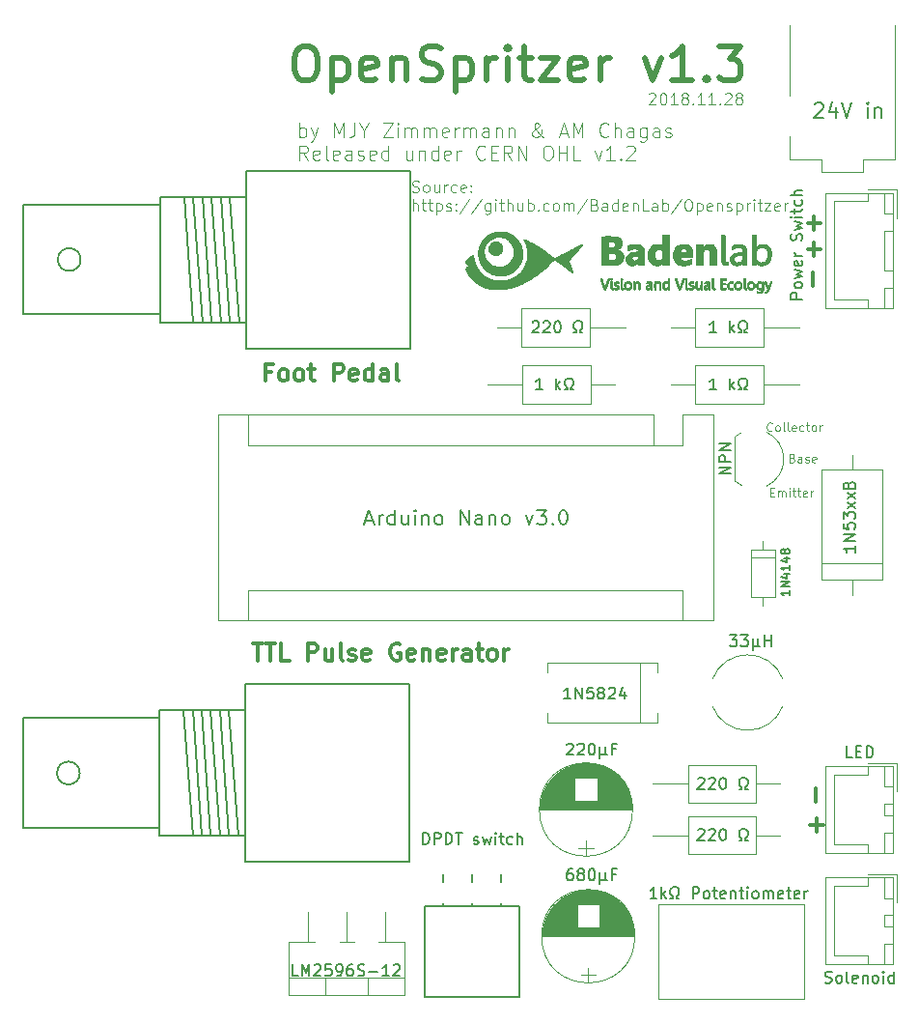
<source format=gbr>
G04 #@! TF.GenerationSoftware,KiCad,Pcbnew,5.1.6-c6e7f7d~87~ubuntu20.04.1*
G04 #@! TF.CreationDate,2020-07-24T19:13:23+01:00*
G04 #@! TF.ProjectId,OpenSpritzer_1.3,4f70656e-5370-4726-9974-7a65725f312e,rev?*
G04 #@! TF.SameCoordinates,Original*
G04 #@! TF.FileFunction,Legend,Top*
G04 #@! TF.FilePolarity,Positive*
%FSLAX46Y46*%
G04 Gerber Fmt 4.6, Leading zero omitted, Abs format (unit mm)*
G04 Created by KiCad (PCBNEW 5.1.6-c6e7f7d~87~ubuntu20.04.1) date 2020-07-24 19:13:23*
%MOMM*%
%LPD*%
G01*
G04 APERTURE LIST*
%ADD10C,0.300000*%
%ADD11C,0.100000*%
%ADD12C,0.125000*%
%ADD13C,0.500000*%
%ADD14C,0.120000*%
%ADD15C,0.150000*%
%ADD16C,0.010000*%
%ADD17C,0.200000*%
G04 APERTURE END LIST*
D10*
X149892857Y-86128571D02*
X149892857Y-87271428D01*
X150571428Y-84092857D02*
X149428571Y-84092857D01*
X150000000Y-83521428D02*
X150000000Y-84664285D01*
X149428571Y-81807142D02*
X150571428Y-81807142D01*
X150000000Y-82378571D02*
X150000000Y-81235714D01*
D11*
X146321428Y-99967857D02*
X146285714Y-100003571D01*
X146178571Y-100039285D01*
X146107142Y-100039285D01*
X146000000Y-100003571D01*
X145928571Y-99932142D01*
X145892857Y-99860714D01*
X145857142Y-99717857D01*
X145857142Y-99610714D01*
X145892857Y-99467857D01*
X145928571Y-99396428D01*
X146000000Y-99325000D01*
X146107142Y-99289285D01*
X146178571Y-99289285D01*
X146285714Y-99325000D01*
X146321428Y-99360714D01*
X146750000Y-100039285D02*
X146678571Y-100003571D01*
X146642857Y-99967857D01*
X146607142Y-99896428D01*
X146607142Y-99682142D01*
X146642857Y-99610714D01*
X146678571Y-99575000D01*
X146750000Y-99539285D01*
X146857142Y-99539285D01*
X146928571Y-99575000D01*
X146964285Y-99610714D01*
X147000000Y-99682142D01*
X147000000Y-99896428D01*
X146964285Y-99967857D01*
X146928571Y-100003571D01*
X146857142Y-100039285D01*
X146750000Y-100039285D01*
X147428571Y-100039285D02*
X147357142Y-100003571D01*
X147321428Y-99932142D01*
X147321428Y-99289285D01*
X147821428Y-100039285D02*
X147750000Y-100003571D01*
X147714285Y-99932142D01*
X147714285Y-99289285D01*
X148392857Y-100003571D02*
X148321428Y-100039285D01*
X148178571Y-100039285D01*
X148107142Y-100003571D01*
X148071428Y-99932142D01*
X148071428Y-99646428D01*
X148107142Y-99575000D01*
X148178571Y-99539285D01*
X148321428Y-99539285D01*
X148392857Y-99575000D01*
X148428571Y-99646428D01*
X148428571Y-99717857D01*
X148071428Y-99789285D01*
X149071428Y-100003571D02*
X149000000Y-100039285D01*
X148857142Y-100039285D01*
X148785714Y-100003571D01*
X148750000Y-99967857D01*
X148714285Y-99896428D01*
X148714285Y-99682142D01*
X148750000Y-99610714D01*
X148785714Y-99575000D01*
X148857142Y-99539285D01*
X149000000Y-99539285D01*
X149071428Y-99575000D01*
X149285714Y-99539285D02*
X149571428Y-99539285D01*
X149392857Y-99289285D02*
X149392857Y-99932142D01*
X149428571Y-100003571D01*
X149500000Y-100039285D01*
X149571428Y-100039285D01*
X149928571Y-100039285D02*
X149857142Y-100003571D01*
X149821428Y-99967857D01*
X149785714Y-99896428D01*
X149785714Y-99682142D01*
X149821428Y-99610714D01*
X149857142Y-99575000D01*
X149928571Y-99539285D01*
X150035714Y-99539285D01*
X150107142Y-99575000D01*
X150142857Y-99610714D01*
X150178571Y-99682142D01*
X150178571Y-99896428D01*
X150142857Y-99967857D01*
X150107142Y-100003571D01*
X150035714Y-100039285D01*
X149928571Y-100039285D01*
X150500000Y-100039285D02*
X150500000Y-99539285D01*
X150500000Y-99682142D02*
X150535714Y-99610714D01*
X150571428Y-99575000D01*
X150642857Y-99539285D01*
X150714285Y-99539285D01*
X148089285Y-102396428D02*
X148196428Y-102432142D01*
X148232142Y-102467857D01*
X148267857Y-102539285D01*
X148267857Y-102646428D01*
X148232142Y-102717857D01*
X148196428Y-102753571D01*
X148125000Y-102789285D01*
X147839285Y-102789285D01*
X147839285Y-102039285D01*
X148089285Y-102039285D01*
X148160714Y-102075000D01*
X148196428Y-102110714D01*
X148232142Y-102182142D01*
X148232142Y-102253571D01*
X148196428Y-102325000D01*
X148160714Y-102360714D01*
X148089285Y-102396428D01*
X147839285Y-102396428D01*
X148910714Y-102789285D02*
X148910714Y-102396428D01*
X148875000Y-102325000D01*
X148803571Y-102289285D01*
X148660714Y-102289285D01*
X148589285Y-102325000D01*
X148910714Y-102753571D02*
X148839285Y-102789285D01*
X148660714Y-102789285D01*
X148589285Y-102753571D01*
X148553571Y-102682142D01*
X148553571Y-102610714D01*
X148589285Y-102539285D01*
X148660714Y-102503571D01*
X148839285Y-102503571D01*
X148910714Y-102467857D01*
X149232142Y-102753571D02*
X149303571Y-102789285D01*
X149446428Y-102789285D01*
X149517857Y-102753571D01*
X149553571Y-102682142D01*
X149553571Y-102646428D01*
X149517857Y-102575000D01*
X149446428Y-102539285D01*
X149339285Y-102539285D01*
X149267857Y-102503571D01*
X149232142Y-102432142D01*
X149232142Y-102396428D01*
X149267857Y-102325000D01*
X149339285Y-102289285D01*
X149446428Y-102289285D01*
X149517857Y-102325000D01*
X150160714Y-102753571D02*
X150089285Y-102789285D01*
X149946428Y-102789285D01*
X149875000Y-102753571D01*
X149839285Y-102682142D01*
X149839285Y-102396428D01*
X149875000Y-102325000D01*
X149946428Y-102289285D01*
X150089285Y-102289285D01*
X150160714Y-102325000D01*
X150196428Y-102396428D01*
X150196428Y-102467857D01*
X149839285Y-102539285D01*
X146178571Y-105396428D02*
X146428571Y-105396428D01*
X146535714Y-105789285D02*
X146178571Y-105789285D01*
X146178571Y-105039285D01*
X146535714Y-105039285D01*
X146857142Y-105789285D02*
X146857142Y-105289285D01*
X146857142Y-105360714D02*
X146892857Y-105325000D01*
X146964285Y-105289285D01*
X147071428Y-105289285D01*
X147142857Y-105325000D01*
X147178571Y-105396428D01*
X147178571Y-105789285D01*
X147178571Y-105396428D02*
X147214285Y-105325000D01*
X147285714Y-105289285D01*
X147392857Y-105289285D01*
X147464285Y-105325000D01*
X147500000Y-105396428D01*
X147500000Y-105789285D01*
X147857142Y-105789285D02*
X147857142Y-105289285D01*
X147857142Y-105039285D02*
X147821428Y-105075000D01*
X147857142Y-105110714D01*
X147892857Y-105075000D01*
X147857142Y-105039285D01*
X147857142Y-105110714D01*
X148107142Y-105289285D02*
X148392857Y-105289285D01*
X148214285Y-105039285D02*
X148214285Y-105682142D01*
X148250000Y-105753571D01*
X148321428Y-105789285D01*
X148392857Y-105789285D01*
X148535714Y-105289285D02*
X148821428Y-105289285D01*
X148642857Y-105039285D02*
X148642857Y-105682142D01*
X148678571Y-105753571D01*
X148750000Y-105789285D01*
X148821428Y-105789285D01*
X149357142Y-105753571D02*
X149285714Y-105789285D01*
X149142857Y-105789285D01*
X149071428Y-105753571D01*
X149035714Y-105682142D01*
X149035714Y-105396428D01*
X149071428Y-105325000D01*
X149142857Y-105289285D01*
X149285714Y-105289285D01*
X149357142Y-105325000D01*
X149392857Y-105396428D01*
X149392857Y-105467857D01*
X149035714Y-105539285D01*
X149714285Y-105789285D02*
X149714285Y-105289285D01*
X149714285Y-105432142D02*
X149750000Y-105360714D01*
X149785714Y-105325000D01*
X149857142Y-105289285D01*
X149928571Y-105289285D01*
D12*
X135521726Y-70497619D02*
X135569345Y-70450000D01*
X135664583Y-70402380D01*
X135902678Y-70402380D01*
X135997916Y-70450000D01*
X136045535Y-70497619D01*
X136093154Y-70592857D01*
X136093154Y-70688095D01*
X136045535Y-70830952D01*
X135474107Y-71402380D01*
X136093154Y-71402380D01*
X136712202Y-70402380D02*
X136807440Y-70402380D01*
X136902678Y-70450000D01*
X136950297Y-70497619D01*
X136997916Y-70592857D01*
X137045535Y-70783333D01*
X137045535Y-71021428D01*
X136997916Y-71211904D01*
X136950297Y-71307142D01*
X136902678Y-71354761D01*
X136807440Y-71402380D01*
X136712202Y-71402380D01*
X136616964Y-71354761D01*
X136569345Y-71307142D01*
X136521726Y-71211904D01*
X136474107Y-71021428D01*
X136474107Y-70783333D01*
X136521726Y-70592857D01*
X136569345Y-70497619D01*
X136616964Y-70450000D01*
X136712202Y-70402380D01*
X137997916Y-71402380D02*
X137426488Y-71402380D01*
X137712202Y-71402380D02*
X137712202Y-70402380D01*
X137616964Y-70545238D01*
X137521726Y-70640476D01*
X137426488Y-70688095D01*
X138569345Y-70830952D02*
X138474107Y-70783333D01*
X138426488Y-70735714D01*
X138378869Y-70640476D01*
X138378869Y-70592857D01*
X138426488Y-70497619D01*
X138474107Y-70450000D01*
X138569345Y-70402380D01*
X138759821Y-70402380D01*
X138855059Y-70450000D01*
X138902678Y-70497619D01*
X138950297Y-70592857D01*
X138950297Y-70640476D01*
X138902678Y-70735714D01*
X138855059Y-70783333D01*
X138759821Y-70830952D01*
X138569345Y-70830952D01*
X138474107Y-70878571D01*
X138426488Y-70926190D01*
X138378869Y-71021428D01*
X138378869Y-71211904D01*
X138426488Y-71307142D01*
X138474107Y-71354761D01*
X138569345Y-71402380D01*
X138759821Y-71402380D01*
X138855059Y-71354761D01*
X138902678Y-71307142D01*
X138950297Y-71211904D01*
X138950297Y-71021428D01*
X138902678Y-70926190D01*
X138855059Y-70878571D01*
X138759821Y-70830952D01*
X139378869Y-71307142D02*
X139426488Y-71354761D01*
X139378869Y-71402380D01*
X139331250Y-71354761D01*
X139378869Y-71307142D01*
X139378869Y-71402380D01*
X140378869Y-71402380D02*
X139807440Y-71402380D01*
X140093154Y-71402380D02*
X140093154Y-70402380D01*
X139997916Y-70545238D01*
X139902678Y-70640476D01*
X139807440Y-70688095D01*
X141331250Y-71402380D02*
X140759821Y-71402380D01*
X141045535Y-71402380D02*
X141045535Y-70402380D01*
X140950297Y-70545238D01*
X140855059Y-70640476D01*
X140759821Y-70688095D01*
X141759821Y-71307142D02*
X141807440Y-71354761D01*
X141759821Y-71402380D01*
X141712202Y-71354761D01*
X141759821Y-71307142D01*
X141759821Y-71402380D01*
X142188392Y-70497619D02*
X142236011Y-70450000D01*
X142331250Y-70402380D01*
X142569345Y-70402380D01*
X142664583Y-70450000D01*
X142712202Y-70497619D01*
X142759821Y-70592857D01*
X142759821Y-70688095D01*
X142712202Y-70830952D01*
X142140773Y-71402380D01*
X142759821Y-71402380D01*
X143331250Y-70830952D02*
X143236011Y-70783333D01*
X143188392Y-70735714D01*
X143140773Y-70640476D01*
X143140773Y-70592857D01*
X143188392Y-70497619D01*
X143236011Y-70450000D01*
X143331250Y-70402380D01*
X143521726Y-70402380D01*
X143616964Y-70450000D01*
X143664583Y-70497619D01*
X143712202Y-70592857D01*
X143712202Y-70640476D01*
X143664583Y-70735714D01*
X143616964Y-70783333D01*
X143521726Y-70830952D01*
X143331250Y-70830952D01*
X143236011Y-70878571D01*
X143188392Y-70926190D01*
X143140773Y-71021428D01*
X143140773Y-71211904D01*
X143188392Y-71307142D01*
X143236011Y-71354761D01*
X143331250Y-71402380D01*
X143521726Y-71402380D01*
X143616964Y-71354761D01*
X143664583Y-71307142D01*
X143712202Y-71211904D01*
X143712202Y-71021428D01*
X143664583Y-70926190D01*
X143616964Y-70878571D01*
X143521726Y-70830952D01*
X104878869Y-74265476D02*
X104878869Y-73015476D01*
X104878869Y-73491666D02*
X104997916Y-73432142D01*
X105236011Y-73432142D01*
X105355059Y-73491666D01*
X105414583Y-73551190D01*
X105474107Y-73670238D01*
X105474107Y-74027380D01*
X105414583Y-74146428D01*
X105355059Y-74205952D01*
X105236011Y-74265476D01*
X104997916Y-74265476D01*
X104878869Y-74205952D01*
X105890773Y-73432142D02*
X106188392Y-74265476D01*
X106486011Y-73432142D02*
X106188392Y-74265476D01*
X106069345Y-74563095D01*
X106009821Y-74622619D01*
X105890773Y-74682142D01*
X107914583Y-74265476D02*
X107914583Y-73015476D01*
X108331250Y-73908333D01*
X108747916Y-73015476D01*
X108747916Y-74265476D01*
X109700297Y-73015476D02*
X109700297Y-73908333D01*
X109640773Y-74086904D01*
X109521726Y-74205952D01*
X109343154Y-74265476D01*
X109224107Y-74265476D01*
X110533630Y-73670238D02*
X110533630Y-74265476D01*
X110116964Y-73015476D02*
X110533630Y-73670238D01*
X110950297Y-73015476D01*
X112200297Y-73015476D02*
X113033630Y-73015476D01*
X112200297Y-74265476D01*
X113033630Y-74265476D01*
X113509821Y-74265476D02*
X113509821Y-73432142D01*
X113509821Y-73015476D02*
X113450297Y-73075000D01*
X113509821Y-73134523D01*
X113569345Y-73075000D01*
X113509821Y-73015476D01*
X113509821Y-73134523D01*
X114105059Y-74265476D02*
X114105059Y-73432142D01*
X114105059Y-73551190D02*
X114164583Y-73491666D01*
X114283630Y-73432142D01*
X114462202Y-73432142D01*
X114581250Y-73491666D01*
X114640773Y-73610714D01*
X114640773Y-74265476D01*
X114640773Y-73610714D02*
X114700297Y-73491666D01*
X114819345Y-73432142D01*
X114997916Y-73432142D01*
X115116964Y-73491666D01*
X115176488Y-73610714D01*
X115176488Y-74265476D01*
X115771726Y-74265476D02*
X115771726Y-73432142D01*
X115771726Y-73551190D02*
X115831250Y-73491666D01*
X115950297Y-73432142D01*
X116128869Y-73432142D01*
X116247916Y-73491666D01*
X116307440Y-73610714D01*
X116307440Y-74265476D01*
X116307440Y-73610714D02*
X116366964Y-73491666D01*
X116486011Y-73432142D01*
X116664583Y-73432142D01*
X116783630Y-73491666D01*
X116843154Y-73610714D01*
X116843154Y-74265476D01*
X117914583Y-74205952D02*
X117795535Y-74265476D01*
X117557440Y-74265476D01*
X117438392Y-74205952D01*
X117378869Y-74086904D01*
X117378869Y-73610714D01*
X117438392Y-73491666D01*
X117557440Y-73432142D01*
X117795535Y-73432142D01*
X117914583Y-73491666D01*
X117974107Y-73610714D01*
X117974107Y-73729761D01*
X117378869Y-73848809D01*
X118509821Y-74265476D02*
X118509821Y-73432142D01*
X118509821Y-73670238D02*
X118569345Y-73551190D01*
X118628869Y-73491666D01*
X118747916Y-73432142D01*
X118866964Y-73432142D01*
X119283630Y-74265476D02*
X119283630Y-73432142D01*
X119283630Y-73551190D02*
X119343154Y-73491666D01*
X119462202Y-73432142D01*
X119640773Y-73432142D01*
X119759821Y-73491666D01*
X119819345Y-73610714D01*
X119819345Y-74265476D01*
X119819345Y-73610714D02*
X119878869Y-73491666D01*
X119997916Y-73432142D01*
X120176488Y-73432142D01*
X120295535Y-73491666D01*
X120355059Y-73610714D01*
X120355059Y-74265476D01*
X121486011Y-74265476D02*
X121486011Y-73610714D01*
X121426488Y-73491666D01*
X121307440Y-73432142D01*
X121069345Y-73432142D01*
X120950297Y-73491666D01*
X121486011Y-74205952D02*
X121366964Y-74265476D01*
X121069345Y-74265476D01*
X120950297Y-74205952D01*
X120890773Y-74086904D01*
X120890773Y-73967857D01*
X120950297Y-73848809D01*
X121069345Y-73789285D01*
X121366964Y-73789285D01*
X121486011Y-73729761D01*
X122081250Y-73432142D02*
X122081250Y-74265476D01*
X122081250Y-73551190D02*
X122140773Y-73491666D01*
X122259821Y-73432142D01*
X122438392Y-73432142D01*
X122557440Y-73491666D01*
X122616964Y-73610714D01*
X122616964Y-74265476D01*
X123212202Y-73432142D02*
X123212202Y-74265476D01*
X123212202Y-73551190D02*
X123271726Y-73491666D01*
X123390773Y-73432142D01*
X123569345Y-73432142D01*
X123688392Y-73491666D01*
X123747916Y-73610714D01*
X123747916Y-74265476D01*
X126307440Y-74265476D02*
X126247916Y-74265476D01*
X126128869Y-74205952D01*
X125950297Y-74027380D01*
X125652678Y-73670238D01*
X125533630Y-73491666D01*
X125474107Y-73313095D01*
X125474107Y-73194047D01*
X125533630Y-73075000D01*
X125652678Y-73015476D01*
X125712202Y-73015476D01*
X125831250Y-73075000D01*
X125890773Y-73194047D01*
X125890773Y-73253571D01*
X125831250Y-73372619D01*
X125771726Y-73432142D01*
X125414583Y-73670238D01*
X125355059Y-73729761D01*
X125295535Y-73848809D01*
X125295535Y-74027380D01*
X125355059Y-74146428D01*
X125414583Y-74205952D01*
X125533630Y-74265476D01*
X125712202Y-74265476D01*
X125831250Y-74205952D01*
X125890773Y-74146428D01*
X126069345Y-73908333D01*
X126128869Y-73729761D01*
X126128869Y-73610714D01*
X127736011Y-73908333D02*
X128331250Y-73908333D01*
X127616964Y-74265476D02*
X128033630Y-73015476D01*
X128450297Y-74265476D01*
X128866964Y-74265476D02*
X128866964Y-73015476D01*
X129283630Y-73908333D01*
X129700297Y-73015476D01*
X129700297Y-74265476D01*
X131962202Y-74146428D02*
X131902678Y-74205952D01*
X131724107Y-74265476D01*
X131605059Y-74265476D01*
X131426488Y-74205952D01*
X131307440Y-74086904D01*
X131247916Y-73967857D01*
X131188392Y-73729761D01*
X131188392Y-73551190D01*
X131247916Y-73313095D01*
X131307440Y-73194047D01*
X131426488Y-73075000D01*
X131605059Y-73015476D01*
X131724107Y-73015476D01*
X131902678Y-73075000D01*
X131962202Y-73134523D01*
X132497916Y-74265476D02*
X132497916Y-73015476D01*
X133033630Y-74265476D02*
X133033630Y-73610714D01*
X132974107Y-73491666D01*
X132855059Y-73432142D01*
X132676488Y-73432142D01*
X132557440Y-73491666D01*
X132497916Y-73551190D01*
X134164583Y-74265476D02*
X134164583Y-73610714D01*
X134105059Y-73491666D01*
X133986011Y-73432142D01*
X133747916Y-73432142D01*
X133628869Y-73491666D01*
X134164583Y-74205952D02*
X134045535Y-74265476D01*
X133747916Y-74265476D01*
X133628869Y-74205952D01*
X133569345Y-74086904D01*
X133569345Y-73967857D01*
X133628869Y-73848809D01*
X133747916Y-73789285D01*
X134045535Y-73789285D01*
X134164583Y-73729761D01*
X135295535Y-73432142D02*
X135295535Y-74444047D01*
X135236011Y-74563095D01*
X135176488Y-74622619D01*
X135057440Y-74682142D01*
X134878869Y-74682142D01*
X134759821Y-74622619D01*
X135295535Y-74205952D02*
X135176488Y-74265476D01*
X134938392Y-74265476D01*
X134819345Y-74205952D01*
X134759821Y-74146428D01*
X134700297Y-74027380D01*
X134700297Y-73670238D01*
X134759821Y-73551190D01*
X134819345Y-73491666D01*
X134938392Y-73432142D01*
X135176488Y-73432142D01*
X135295535Y-73491666D01*
X136426488Y-74265476D02*
X136426488Y-73610714D01*
X136366964Y-73491666D01*
X136247916Y-73432142D01*
X136009821Y-73432142D01*
X135890773Y-73491666D01*
X136426488Y-74205952D02*
X136307440Y-74265476D01*
X136009821Y-74265476D01*
X135890773Y-74205952D01*
X135831250Y-74086904D01*
X135831250Y-73967857D01*
X135890773Y-73848809D01*
X136009821Y-73789285D01*
X136307440Y-73789285D01*
X136426488Y-73729761D01*
X136962202Y-74205952D02*
X137081250Y-74265476D01*
X137319345Y-74265476D01*
X137438392Y-74205952D01*
X137497916Y-74086904D01*
X137497916Y-74027380D01*
X137438392Y-73908333D01*
X137319345Y-73848809D01*
X137140773Y-73848809D01*
X137021726Y-73789285D01*
X136962202Y-73670238D01*
X136962202Y-73610714D01*
X137021726Y-73491666D01*
X137140773Y-73432142D01*
X137319345Y-73432142D01*
X137438392Y-73491666D01*
X105593154Y-76265476D02*
X105176488Y-75670238D01*
X104878869Y-76265476D02*
X104878869Y-75015476D01*
X105355059Y-75015476D01*
X105474107Y-75075000D01*
X105533630Y-75134523D01*
X105593154Y-75253571D01*
X105593154Y-75432142D01*
X105533630Y-75551190D01*
X105474107Y-75610714D01*
X105355059Y-75670238D01*
X104878869Y-75670238D01*
X106605059Y-76205952D02*
X106486011Y-76265476D01*
X106247916Y-76265476D01*
X106128869Y-76205952D01*
X106069345Y-76086904D01*
X106069345Y-75610714D01*
X106128869Y-75491666D01*
X106247916Y-75432142D01*
X106486011Y-75432142D01*
X106605059Y-75491666D01*
X106664583Y-75610714D01*
X106664583Y-75729761D01*
X106069345Y-75848809D01*
X107378869Y-76265476D02*
X107259821Y-76205952D01*
X107200297Y-76086904D01*
X107200297Y-75015476D01*
X108331250Y-76205952D02*
X108212202Y-76265476D01*
X107974107Y-76265476D01*
X107855059Y-76205952D01*
X107795535Y-76086904D01*
X107795535Y-75610714D01*
X107855059Y-75491666D01*
X107974107Y-75432142D01*
X108212202Y-75432142D01*
X108331250Y-75491666D01*
X108390773Y-75610714D01*
X108390773Y-75729761D01*
X107795535Y-75848809D01*
X109462202Y-76265476D02*
X109462202Y-75610714D01*
X109402678Y-75491666D01*
X109283630Y-75432142D01*
X109045535Y-75432142D01*
X108926488Y-75491666D01*
X109462202Y-76205952D02*
X109343154Y-76265476D01*
X109045535Y-76265476D01*
X108926488Y-76205952D01*
X108866964Y-76086904D01*
X108866964Y-75967857D01*
X108926488Y-75848809D01*
X109045535Y-75789285D01*
X109343154Y-75789285D01*
X109462202Y-75729761D01*
X109997916Y-76205952D02*
X110116964Y-76265476D01*
X110355059Y-76265476D01*
X110474107Y-76205952D01*
X110533630Y-76086904D01*
X110533630Y-76027380D01*
X110474107Y-75908333D01*
X110355059Y-75848809D01*
X110176488Y-75848809D01*
X110057440Y-75789285D01*
X109997916Y-75670238D01*
X109997916Y-75610714D01*
X110057440Y-75491666D01*
X110176488Y-75432142D01*
X110355059Y-75432142D01*
X110474107Y-75491666D01*
X111545535Y-76205952D02*
X111426488Y-76265476D01*
X111188392Y-76265476D01*
X111069345Y-76205952D01*
X111009821Y-76086904D01*
X111009821Y-75610714D01*
X111069345Y-75491666D01*
X111188392Y-75432142D01*
X111426488Y-75432142D01*
X111545535Y-75491666D01*
X111605059Y-75610714D01*
X111605059Y-75729761D01*
X111009821Y-75848809D01*
X112676488Y-76265476D02*
X112676488Y-75015476D01*
X112676488Y-76205952D02*
X112557440Y-76265476D01*
X112319345Y-76265476D01*
X112200297Y-76205952D01*
X112140773Y-76146428D01*
X112081250Y-76027380D01*
X112081250Y-75670238D01*
X112140773Y-75551190D01*
X112200297Y-75491666D01*
X112319345Y-75432142D01*
X112557440Y-75432142D01*
X112676488Y-75491666D01*
X114759821Y-75432142D02*
X114759821Y-76265476D01*
X114224107Y-75432142D02*
X114224107Y-76086904D01*
X114283630Y-76205952D01*
X114402678Y-76265476D01*
X114581250Y-76265476D01*
X114700297Y-76205952D01*
X114759821Y-76146428D01*
X115355059Y-75432142D02*
X115355059Y-76265476D01*
X115355059Y-75551190D02*
X115414583Y-75491666D01*
X115533630Y-75432142D01*
X115712202Y-75432142D01*
X115831250Y-75491666D01*
X115890773Y-75610714D01*
X115890773Y-76265476D01*
X117021726Y-76265476D02*
X117021726Y-75015476D01*
X117021726Y-76205952D02*
X116902678Y-76265476D01*
X116664583Y-76265476D01*
X116545535Y-76205952D01*
X116486011Y-76146428D01*
X116426488Y-76027380D01*
X116426488Y-75670238D01*
X116486011Y-75551190D01*
X116545535Y-75491666D01*
X116664583Y-75432142D01*
X116902678Y-75432142D01*
X117021726Y-75491666D01*
X118093154Y-76205952D02*
X117974107Y-76265476D01*
X117736011Y-76265476D01*
X117616964Y-76205952D01*
X117557440Y-76086904D01*
X117557440Y-75610714D01*
X117616964Y-75491666D01*
X117736011Y-75432142D01*
X117974107Y-75432142D01*
X118093154Y-75491666D01*
X118152678Y-75610714D01*
X118152678Y-75729761D01*
X117557440Y-75848809D01*
X118688392Y-76265476D02*
X118688392Y-75432142D01*
X118688392Y-75670238D02*
X118747916Y-75551190D01*
X118807440Y-75491666D01*
X118926488Y-75432142D01*
X119045535Y-75432142D01*
X121128869Y-76146428D02*
X121069345Y-76205952D01*
X120890773Y-76265476D01*
X120771726Y-76265476D01*
X120593154Y-76205952D01*
X120474107Y-76086904D01*
X120414583Y-75967857D01*
X120355059Y-75729761D01*
X120355059Y-75551190D01*
X120414583Y-75313095D01*
X120474107Y-75194047D01*
X120593154Y-75075000D01*
X120771726Y-75015476D01*
X120890773Y-75015476D01*
X121069345Y-75075000D01*
X121128869Y-75134523D01*
X121664583Y-75610714D02*
X122081250Y-75610714D01*
X122259821Y-76265476D02*
X121664583Y-76265476D01*
X121664583Y-75015476D01*
X122259821Y-75015476D01*
X123509821Y-76265476D02*
X123093154Y-75670238D01*
X122795535Y-76265476D02*
X122795535Y-75015476D01*
X123271726Y-75015476D01*
X123390773Y-75075000D01*
X123450297Y-75134523D01*
X123509821Y-75253571D01*
X123509821Y-75432142D01*
X123450297Y-75551190D01*
X123390773Y-75610714D01*
X123271726Y-75670238D01*
X122795535Y-75670238D01*
X124045535Y-76265476D02*
X124045535Y-75015476D01*
X124759821Y-76265476D01*
X124759821Y-75015476D01*
X126545535Y-75015476D02*
X126783630Y-75015476D01*
X126902678Y-75075000D01*
X127021726Y-75194047D01*
X127081250Y-75432142D01*
X127081250Y-75848809D01*
X127021726Y-76086904D01*
X126902678Y-76205952D01*
X126783630Y-76265476D01*
X126545535Y-76265476D01*
X126426488Y-76205952D01*
X126307440Y-76086904D01*
X126247916Y-75848809D01*
X126247916Y-75432142D01*
X126307440Y-75194047D01*
X126426488Y-75075000D01*
X126545535Y-75015476D01*
X127616964Y-76265476D02*
X127616964Y-75015476D01*
X127616964Y-75610714D02*
X128331250Y-75610714D01*
X128331250Y-76265476D02*
X128331250Y-75015476D01*
X129521726Y-76265476D02*
X128926488Y-76265476D01*
X128926488Y-75015476D01*
X130771726Y-75432142D02*
X131069345Y-76265476D01*
X131366964Y-75432142D01*
X132497916Y-76265476D02*
X131783630Y-76265476D01*
X132140773Y-76265476D02*
X132140773Y-75015476D01*
X132021726Y-75194047D01*
X131902678Y-75313095D01*
X131783630Y-75372619D01*
X133033630Y-76146428D02*
X133093154Y-76205952D01*
X133033630Y-76265476D01*
X132974107Y-76205952D01*
X133033630Y-76146428D01*
X133033630Y-76265476D01*
X133569345Y-75134523D02*
X133628869Y-75075000D01*
X133747916Y-75015476D01*
X134045535Y-75015476D01*
X134164583Y-75075000D01*
X134224107Y-75134523D01*
X134283630Y-75253571D01*
X134283630Y-75372619D01*
X134224107Y-75551190D01*
X133509821Y-76265476D01*
X134283630Y-76265476D01*
X114771726Y-79042261D02*
X114914583Y-79089880D01*
X115152678Y-79089880D01*
X115247916Y-79042261D01*
X115295535Y-78994642D01*
X115343154Y-78899404D01*
X115343154Y-78804166D01*
X115295535Y-78708928D01*
X115247916Y-78661309D01*
X115152678Y-78613690D01*
X114962202Y-78566071D01*
X114866964Y-78518452D01*
X114819345Y-78470833D01*
X114771726Y-78375595D01*
X114771726Y-78280357D01*
X114819345Y-78185119D01*
X114866964Y-78137500D01*
X114962202Y-78089880D01*
X115200297Y-78089880D01*
X115343154Y-78137500D01*
X115914583Y-79089880D02*
X115819345Y-79042261D01*
X115771726Y-78994642D01*
X115724107Y-78899404D01*
X115724107Y-78613690D01*
X115771726Y-78518452D01*
X115819345Y-78470833D01*
X115914583Y-78423214D01*
X116057440Y-78423214D01*
X116152678Y-78470833D01*
X116200297Y-78518452D01*
X116247916Y-78613690D01*
X116247916Y-78899404D01*
X116200297Y-78994642D01*
X116152678Y-79042261D01*
X116057440Y-79089880D01*
X115914583Y-79089880D01*
X117105059Y-78423214D02*
X117105059Y-79089880D01*
X116676488Y-78423214D02*
X116676488Y-78947023D01*
X116724107Y-79042261D01*
X116819345Y-79089880D01*
X116962202Y-79089880D01*
X117057440Y-79042261D01*
X117105059Y-78994642D01*
X117581250Y-79089880D02*
X117581250Y-78423214D01*
X117581250Y-78613690D02*
X117628869Y-78518452D01*
X117676488Y-78470833D01*
X117771726Y-78423214D01*
X117866964Y-78423214D01*
X118628869Y-79042261D02*
X118533630Y-79089880D01*
X118343154Y-79089880D01*
X118247916Y-79042261D01*
X118200297Y-78994642D01*
X118152678Y-78899404D01*
X118152678Y-78613690D01*
X118200297Y-78518452D01*
X118247916Y-78470833D01*
X118343154Y-78423214D01*
X118533630Y-78423214D01*
X118628869Y-78470833D01*
X119438392Y-79042261D02*
X119343154Y-79089880D01*
X119152678Y-79089880D01*
X119057440Y-79042261D01*
X119009821Y-78947023D01*
X119009821Y-78566071D01*
X119057440Y-78470833D01*
X119152678Y-78423214D01*
X119343154Y-78423214D01*
X119438392Y-78470833D01*
X119486011Y-78566071D01*
X119486011Y-78661309D01*
X119009821Y-78756547D01*
X119914583Y-78994642D02*
X119962202Y-79042261D01*
X119914583Y-79089880D01*
X119866964Y-79042261D01*
X119914583Y-78994642D01*
X119914583Y-79089880D01*
X119914583Y-78470833D02*
X119962202Y-78518452D01*
X119914583Y-78566071D01*
X119866964Y-78518452D01*
X119914583Y-78470833D01*
X119914583Y-78566071D01*
X114819345Y-80714880D02*
X114819345Y-79714880D01*
X115247916Y-80714880D02*
X115247916Y-80191071D01*
X115200297Y-80095833D01*
X115105059Y-80048214D01*
X114962202Y-80048214D01*
X114866964Y-80095833D01*
X114819345Y-80143452D01*
X115581250Y-80048214D02*
X115962202Y-80048214D01*
X115724107Y-79714880D02*
X115724107Y-80572023D01*
X115771726Y-80667261D01*
X115866964Y-80714880D01*
X115962202Y-80714880D01*
X116152678Y-80048214D02*
X116533630Y-80048214D01*
X116295535Y-79714880D02*
X116295535Y-80572023D01*
X116343154Y-80667261D01*
X116438392Y-80714880D01*
X116533630Y-80714880D01*
X116866964Y-80048214D02*
X116866964Y-81048214D01*
X116866964Y-80095833D02*
X116962202Y-80048214D01*
X117152678Y-80048214D01*
X117247916Y-80095833D01*
X117295535Y-80143452D01*
X117343154Y-80238690D01*
X117343154Y-80524404D01*
X117295535Y-80619642D01*
X117247916Y-80667261D01*
X117152678Y-80714880D01*
X116962202Y-80714880D01*
X116866964Y-80667261D01*
X117724107Y-80667261D02*
X117819345Y-80714880D01*
X118009821Y-80714880D01*
X118105059Y-80667261D01*
X118152678Y-80572023D01*
X118152678Y-80524404D01*
X118105059Y-80429166D01*
X118009821Y-80381547D01*
X117866964Y-80381547D01*
X117771726Y-80333928D01*
X117724107Y-80238690D01*
X117724107Y-80191071D01*
X117771726Y-80095833D01*
X117866964Y-80048214D01*
X118009821Y-80048214D01*
X118105059Y-80095833D01*
X118581250Y-80619642D02*
X118628869Y-80667261D01*
X118581250Y-80714880D01*
X118533630Y-80667261D01*
X118581250Y-80619642D01*
X118581250Y-80714880D01*
X118581250Y-80095833D02*
X118628869Y-80143452D01*
X118581250Y-80191071D01*
X118533630Y-80143452D01*
X118581250Y-80095833D01*
X118581250Y-80191071D01*
X119771726Y-79667261D02*
X118914583Y-80952976D01*
X120819345Y-79667261D02*
X119962202Y-80952976D01*
X121581250Y-80048214D02*
X121581250Y-80857738D01*
X121533630Y-80952976D01*
X121486011Y-81000595D01*
X121390773Y-81048214D01*
X121247916Y-81048214D01*
X121152678Y-81000595D01*
X121581250Y-80667261D02*
X121486011Y-80714880D01*
X121295535Y-80714880D01*
X121200297Y-80667261D01*
X121152678Y-80619642D01*
X121105059Y-80524404D01*
X121105059Y-80238690D01*
X121152678Y-80143452D01*
X121200297Y-80095833D01*
X121295535Y-80048214D01*
X121486011Y-80048214D01*
X121581250Y-80095833D01*
X122057440Y-80714880D02*
X122057440Y-80048214D01*
X122057440Y-79714880D02*
X122009821Y-79762500D01*
X122057440Y-79810119D01*
X122105059Y-79762500D01*
X122057440Y-79714880D01*
X122057440Y-79810119D01*
X122390773Y-80048214D02*
X122771726Y-80048214D01*
X122533630Y-79714880D02*
X122533630Y-80572023D01*
X122581250Y-80667261D01*
X122676488Y-80714880D01*
X122771726Y-80714880D01*
X123105059Y-80714880D02*
X123105059Y-79714880D01*
X123533630Y-80714880D02*
X123533630Y-80191071D01*
X123486011Y-80095833D01*
X123390773Y-80048214D01*
X123247916Y-80048214D01*
X123152678Y-80095833D01*
X123105059Y-80143452D01*
X124438392Y-80048214D02*
X124438392Y-80714880D01*
X124009821Y-80048214D02*
X124009821Y-80572023D01*
X124057440Y-80667261D01*
X124152678Y-80714880D01*
X124295535Y-80714880D01*
X124390773Y-80667261D01*
X124438392Y-80619642D01*
X124914583Y-80714880D02*
X124914583Y-79714880D01*
X124914583Y-80095833D02*
X125009821Y-80048214D01*
X125200297Y-80048214D01*
X125295535Y-80095833D01*
X125343154Y-80143452D01*
X125390773Y-80238690D01*
X125390773Y-80524404D01*
X125343154Y-80619642D01*
X125295535Y-80667261D01*
X125200297Y-80714880D01*
X125009821Y-80714880D01*
X124914583Y-80667261D01*
X125819345Y-80619642D02*
X125866964Y-80667261D01*
X125819345Y-80714880D01*
X125771726Y-80667261D01*
X125819345Y-80619642D01*
X125819345Y-80714880D01*
X126724107Y-80667261D02*
X126628869Y-80714880D01*
X126438392Y-80714880D01*
X126343154Y-80667261D01*
X126295535Y-80619642D01*
X126247916Y-80524404D01*
X126247916Y-80238690D01*
X126295535Y-80143452D01*
X126343154Y-80095833D01*
X126438392Y-80048214D01*
X126628869Y-80048214D01*
X126724107Y-80095833D01*
X127295535Y-80714880D02*
X127200297Y-80667261D01*
X127152678Y-80619642D01*
X127105059Y-80524404D01*
X127105059Y-80238690D01*
X127152678Y-80143452D01*
X127200297Y-80095833D01*
X127295535Y-80048214D01*
X127438392Y-80048214D01*
X127533630Y-80095833D01*
X127581250Y-80143452D01*
X127628869Y-80238690D01*
X127628869Y-80524404D01*
X127581250Y-80619642D01*
X127533630Y-80667261D01*
X127438392Y-80714880D01*
X127295535Y-80714880D01*
X128057440Y-80714880D02*
X128057440Y-80048214D01*
X128057440Y-80143452D02*
X128105059Y-80095833D01*
X128200297Y-80048214D01*
X128343154Y-80048214D01*
X128438392Y-80095833D01*
X128486011Y-80191071D01*
X128486011Y-80714880D01*
X128486011Y-80191071D02*
X128533630Y-80095833D01*
X128628869Y-80048214D01*
X128771726Y-80048214D01*
X128866964Y-80095833D01*
X128914583Y-80191071D01*
X128914583Y-80714880D01*
X130105059Y-79667261D02*
X129247916Y-80952976D01*
X130771726Y-80191071D02*
X130914583Y-80238690D01*
X130962202Y-80286309D01*
X131009821Y-80381547D01*
X131009821Y-80524404D01*
X130962202Y-80619642D01*
X130914583Y-80667261D01*
X130819345Y-80714880D01*
X130438392Y-80714880D01*
X130438392Y-79714880D01*
X130771726Y-79714880D01*
X130866964Y-79762500D01*
X130914583Y-79810119D01*
X130962202Y-79905357D01*
X130962202Y-80000595D01*
X130914583Y-80095833D01*
X130866964Y-80143452D01*
X130771726Y-80191071D01*
X130438392Y-80191071D01*
X131866964Y-80714880D02*
X131866964Y-80191071D01*
X131819345Y-80095833D01*
X131724107Y-80048214D01*
X131533630Y-80048214D01*
X131438392Y-80095833D01*
X131866964Y-80667261D02*
X131771726Y-80714880D01*
X131533630Y-80714880D01*
X131438392Y-80667261D01*
X131390773Y-80572023D01*
X131390773Y-80476785D01*
X131438392Y-80381547D01*
X131533630Y-80333928D01*
X131771726Y-80333928D01*
X131866964Y-80286309D01*
X132771726Y-80714880D02*
X132771726Y-79714880D01*
X132771726Y-80667261D02*
X132676488Y-80714880D01*
X132486011Y-80714880D01*
X132390773Y-80667261D01*
X132343154Y-80619642D01*
X132295535Y-80524404D01*
X132295535Y-80238690D01*
X132343154Y-80143452D01*
X132390773Y-80095833D01*
X132486011Y-80048214D01*
X132676488Y-80048214D01*
X132771726Y-80095833D01*
X133628869Y-80667261D02*
X133533630Y-80714880D01*
X133343154Y-80714880D01*
X133247916Y-80667261D01*
X133200297Y-80572023D01*
X133200297Y-80191071D01*
X133247916Y-80095833D01*
X133343154Y-80048214D01*
X133533630Y-80048214D01*
X133628869Y-80095833D01*
X133676488Y-80191071D01*
X133676488Y-80286309D01*
X133200297Y-80381547D01*
X134105059Y-80048214D02*
X134105059Y-80714880D01*
X134105059Y-80143452D02*
X134152678Y-80095833D01*
X134247916Y-80048214D01*
X134390773Y-80048214D01*
X134486011Y-80095833D01*
X134533630Y-80191071D01*
X134533630Y-80714880D01*
X135486011Y-80714880D02*
X135009821Y-80714880D01*
X135009821Y-79714880D01*
X136247916Y-80714880D02*
X136247916Y-80191071D01*
X136200297Y-80095833D01*
X136105059Y-80048214D01*
X135914583Y-80048214D01*
X135819345Y-80095833D01*
X136247916Y-80667261D02*
X136152678Y-80714880D01*
X135914583Y-80714880D01*
X135819345Y-80667261D01*
X135771726Y-80572023D01*
X135771726Y-80476785D01*
X135819345Y-80381547D01*
X135914583Y-80333928D01*
X136152678Y-80333928D01*
X136247916Y-80286309D01*
X136724107Y-80714880D02*
X136724107Y-79714880D01*
X136724107Y-80095833D02*
X136819345Y-80048214D01*
X137009821Y-80048214D01*
X137105059Y-80095833D01*
X137152678Y-80143452D01*
X137200297Y-80238690D01*
X137200297Y-80524404D01*
X137152678Y-80619642D01*
X137105059Y-80667261D01*
X137009821Y-80714880D01*
X136819345Y-80714880D01*
X136724107Y-80667261D01*
X138343154Y-79667261D02*
X137486011Y-80952976D01*
X138866964Y-79714880D02*
X139057440Y-79714880D01*
X139152678Y-79762500D01*
X139247916Y-79857738D01*
X139295535Y-80048214D01*
X139295535Y-80381547D01*
X139247916Y-80572023D01*
X139152678Y-80667261D01*
X139057440Y-80714880D01*
X138866964Y-80714880D01*
X138771726Y-80667261D01*
X138676488Y-80572023D01*
X138628869Y-80381547D01*
X138628869Y-80048214D01*
X138676488Y-79857738D01*
X138771726Y-79762500D01*
X138866964Y-79714880D01*
X139724107Y-80048214D02*
X139724107Y-81048214D01*
X139724107Y-80095833D02*
X139819345Y-80048214D01*
X140009821Y-80048214D01*
X140105059Y-80095833D01*
X140152678Y-80143452D01*
X140200297Y-80238690D01*
X140200297Y-80524404D01*
X140152678Y-80619642D01*
X140105059Y-80667261D01*
X140009821Y-80714880D01*
X139819345Y-80714880D01*
X139724107Y-80667261D01*
X141009821Y-80667261D02*
X140914583Y-80714880D01*
X140724107Y-80714880D01*
X140628869Y-80667261D01*
X140581250Y-80572023D01*
X140581250Y-80191071D01*
X140628869Y-80095833D01*
X140724107Y-80048214D01*
X140914583Y-80048214D01*
X141009821Y-80095833D01*
X141057440Y-80191071D01*
X141057440Y-80286309D01*
X140581250Y-80381547D01*
X141486011Y-80048214D02*
X141486011Y-80714880D01*
X141486011Y-80143452D02*
X141533630Y-80095833D01*
X141628869Y-80048214D01*
X141771726Y-80048214D01*
X141866964Y-80095833D01*
X141914583Y-80191071D01*
X141914583Y-80714880D01*
X142343154Y-80667261D02*
X142438392Y-80714880D01*
X142628869Y-80714880D01*
X142724107Y-80667261D01*
X142771726Y-80572023D01*
X142771726Y-80524404D01*
X142724107Y-80429166D01*
X142628869Y-80381547D01*
X142486011Y-80381547D01*
X142390773Y-80333928D01*
X142343154Y-80238690D01*
X142343154Y-80191071D01*
X142390773Y-80095833D01*
X142486011Y-80048214D01*
X142628869Y-80048214D01*
X142724107Y-80095833D01*
X143200297Y-80048214D02*
X143200297Y-81048214D01*
X143200297Y-80095833D02*
X143295535Y-80048214D01*
X143486011Y-80048214D01*
X143581250Y-80095833D01*
X143628869Y-80143452D01*
X143676488Y-80238690D01*
X143676488Y-80524404D01*
X143628869Y-80619642D01*
X143581250Y-80667261D01*
X143486011Y-80714880D01*
X143295535Y-80714880D01*
X143200297Y-80667261D01*
X144105059Y-80714880D02*
X144105059Y-80048214D01*
X144105059Y-80238690D02*
X144152678Y-80143452D01*
X144200297Y-80095833D01*
X144295535Y-80048214D01*
X144390773Y-80048214D01*
X144724107Y-80714880D02*
X144724107Y-80048214D01*
X144724107Y-79714880D02*
X144676488Y-79762500D01*
X144724107Y-79810119D01*
X144771726Y-79762500D01*
X144724107Y-79714880D01*
X144724107Y-79810119D01*
X145057440Y-80048214D02*
X145438392Y-80048214D01*
X145200297Y-79714880D02*
X145200297Y-80572023D01*
X145247916Y-80667261D01*
X145343154Y-80714880D01*
X145438392Y-80714880D01*
X145676488Y-80048214D02*
X146200297Y-80048214D01*
X145676488Y-80714880D01*
X146200297Y-80714880D01*
X146962202Y-80667261D02*
X146866964Y-80714880D01*
X146676488Y-80714880D01*
X146581250Y-80667261D01*
X146533630Y-80572023D01*
X146533630Y-80191071D01*
X146581250Y-80095833D01*
X146676488Y-80048214D01*
X146866964Y-80048214D01*
X146962202Y-80095833D01*
X147009821Y-80191071D01*
X147009821Y-80286309D01*
X146533630Y-80381547D01*
X147438392Y-80714880D02*
X147438392Y-80048214D01*
X147438392Y-80238690D02*
X147486011Y-80143452D01*
X147533630Y-80095833D01*
X147628869Y-80048214D01*
X147724107Y-80048214D01*
D13*
X105142857Y-66307142D02*
X105714285Y-66307142D01*
X106000000Y-66450000D01*
X106285714Y-66735714D01*
X106428571Y-67307142D01*
X106428571Y-68307142D01*
X106285714Y-68878571D01*
X106000000Y-69164285D01*
X105714285Y-69307142D01*
X105142857Y-69307142D01*
X104857142Y-69164285D01*
X104571428Y-68878571D01*
X104428571Y-68307142D01*
X104428571Y-67307142D01*
X104571428Y-66735714D01*
X104857142Y-66450000D01*
X105142857Y-66307142D01*
X107714285Y-67307142D02*
X107714285Y-70307142D01*
X107714285Y-67450000D02*
X108000000Y-67307142D01*
X108571428Y-67307142D01*
X108857142Y-67450000D01*
X109000000Y-67592857D01*
X109142857Y-67878571D01*
X109142857Y-68735714D01*
X109000000Y-69021428D01*
X108857142Y-69164285D01*
X108571428Y-69307142D01*
X108000000Y-69307142D01*
X107714285Y-69164285D01*
X111571428Y-69164285D02*
X111285714Y-69307142D01*
X110714285Y-69307142D01*
X110428571Y-69164285D01*
X110285714Y-68878571D01*
X110285714Y-67735714D01*
X110428571Y-67450000D01*
X110714285Y-67307142D01*
X111285714Y-67307142D01*
X111571428Y-67450000D01*
X111714285Y-67735714D01*
X111714285Y-68021428D01*
X110285714Y-68307142D01*
X113000000Y-67307142D02*
X113000000Y-69307142D01*
X113000000Y-67592857D02*
X113142857Y-67450000D01*
X113428571Y-67307142D01*
X113857142Y-67307142D01*
X114142857Y-67450000D01*
X114285714Y-67735714D01*
X114285714Y-69307142D01*
X115571428Y-69164285D02*
X116000000Y-69307142D01*
X116714285Y-69307142D01*
X117000000Y-69164285D01*
X117142857Y-69021428D01*
X117285714Y-68735714D01*
X117285714Y-68450000D01*
X117142857Y-68164285D01*
X117000000Y-68021428D01*
X116714285Y-67878571D01*
X116142857Y-67735714D01*
X115857142Y-67592857D01*
X115714285Y-67450000D01*
X115571428Y-67164285D01*
X115571428Y-66878571D01*
X115714285Y-66592857D01*
X115857142Y-66450000D01*
X116142857Y-66307142D01*
X116857142Y-66307142D01*
X117285714Y-66450000D01*
X118571428Y-67307142D02*
X118571428Y-70307142D01*
X118571428Y-67450000D02*
X118857142Y-67307142D01*
X119428571Y-67307142D01*
X119714285Y-67450000D01*
X119857142Y-67592857D01*
X120000000Y-67878571D01*
X120000000Y-68735714D01*
X119857142Y-69021428D01*
X119714285Y-69164285D01*
X119428571Y-69307142D01*
X118857142Y-69307142D01*
X118571428Y-69164285D01*
X121285714Y-69307142D02*
X121285714Y-67307142D01*
X121285714Y-67878571D02*
X121428571Y-67592857D01*
X121571428Y-67450000D01*
X121857142Y-67307142D01*
X122142857Y-67307142D01*
X123142857Y-69307142D02*
X123142857Y-67307142D01*
X123142857Y-66307142D02*
X123000000Y-66450000D01*
X123142857Y-66592857D01*
X123285714Y-66450000D01*
X123142857Y-66307142D01*
X123142857Y-66592857D01*
X124142857Y-67307142D02*
X125285714Y-67307142D01*
X124571428Y-66307142D02*
X124571428Y-68878571D01*
X124714285Y-69164285D01*
X125000000Y-69307142D01*
X125285714Y-69307142D01*
X126000000Y-67307142D02*
X127571428Y-67307142D01*
X126000000Y-69307142D01*
X127571428Y-69307142D01*
X129857142Y-69164285D02*
X129571428Y-69307142D01*
X129000000Y-69307142D01*
X128714285Y-69164285D01*
X128571428Y-68878571D01*
X128571428Y-67735714D01*
X128714285Y-67450000D01*
X129000000Y-67307142D01*
X129571428Y-67307142D01*
X129857142Y-67450000D01*
X130000000Y-67735714D01*
X130000000Y-68021428D01*
X128571428Y-68307142D01*
X131285714Y-69307142D02*
X131285714Y-67307142D01*
X131285714Y-67878571D02*
X131428571Y-67592857D01*
X131571428Y-67450000D01*
X131857142Y-67307142D01*
X132142857Y-67307142D01*
X135142857Y-67307142D02*
X135857142Y-69307142D01*
X136571428Y-67307142D01*
X139285714Y-69307142D02*
X137571428Y-69307142D01*
X138428571Y-69307142D02*
X138428571Y-66307142D01*
X138142857Y-66735714D01*
X137857142Y-67021428D01*
X137571428Y-67164285D01*
X140571428Y-69021428D02*
X140714285Y-69164285D01*
X140571428Y-69307142D01*
X140428571Y-69164285D01*
X140571428Y-69021428D01*
X140571428Y-69307142D01*
X141714285Y-66307142D02*
X143571428Y-66307142D01*
X142571428Y-67450000D01*
X143000000Y-67450000D01*
X143285714Y-67592857D01*
X143428571Y-67735714D01*
X143571428Y-68021428D01*
X143571428Y-68735714D01*
X143428571Y-69021428D01*
X143285714Y-69164285D01*
X143000000Y-69307142D01*
X142142857Y-69307142D01*
X141857142Y-69164285D01*
X141714285Y-69021428D01*
D10*
X149678571Y-134557142D02*
X150821428Y-134557142D01*
X150250000Y-135128571D02*
X150250000Y-133985714D01*
X150107142Y-131378571D02*
X150107142Y-132521428D01*
D14*
X157250000Y-78850000D02*
X154750000Y-78850000D01*
X157250000Y-81350000D02*
X157250000Y-78850000D01*
X151750000Y-88500000D02*
X151750000Y-84200000D01*
X154700000Y-88500000D02*
X151750000Y-88500000D01*
X154700000Y-89250000D02*
X154700000Y-88500000D01*
X151750000Y-79900000D02*
X151750000Y-84200000D01*
X154700000Y-79900000D02*
X151750000Y-79900000D01*
X154700000Y-79150000D02*
X154700000Y-79900000D01*
X156950000Y-89250000D02*
X156950000Y-87450000D01*
X156200000Y-89250000D02*
X156950000Y-89250000D01*
X156200000Y-87450000D02*
X156200000Y-89250000D01*
X156950000Y-87450000D02*
X156200000Y-87450000D01*
X156950000Y-80950000D02*
X156950000Y-79150000D01*
X156200000Y-80950000D02*
X156950000Y-80950000D01*
X156200000Y-79150000D02*
X156200000Y-80950000D01*
X156950000Y-79150000D02*
X156200000Y-79150000D01*
X156950000Y-85950000D02*
X156950000Y-82450000D01*
X156200000Y-85950000D02*
X156950000Y-85950000D01*
X156200000Y-82450000D02*
X156200000Y-85950000D01*
X156950000Y-82450000D02*
X156200000Y-82450000D01*
X156950000Y-89250000D02*
X156950000Y-79150000D01*
X151000000Y-89250000D02*
X156950000Y-89250000D01*
X151000000Y-79150000D02*
X151000000Y-89250000D01*
X156950000Y-79150000D02*
X151000000Y-79150000D01*
X156950000Y-139150000D02*
X151000000Y-139150000D01*
X151000000Y-139150000D02*
X151000000Y-146750000D01*
X151000000Y-146750000D02*
X156950000Y-146750000D01*
X156950000Y-146750000D02*
X156950000Y-139150000D01*
X156950000Y-142450000D02*
X156200000Y-142450000D01*
X156200000Y-142450000D02*
X156200000Y-143450000D01*
X156200000Y-143450000D02*
X156950000Y-143450000D01*
X156950000Y-143450000D02*
X156950000Y-142450000D01*
X156950000Y-139150000D02*
X156200000Y-139150000D01*
X156200000Y-139150000D02*
X156200000Y-140950000D01*
X156200000Y-140950000D02*
X156950000Y-140950000D01*
X156950000Y-140950000D02*
X156950000Y-139150000D01*
X156950000Y-144950000D02*
X156200000Y-144950000D01*
X156200000Y-144950000D02*
X156200000Y-146750000D01*
X156200000Y-146750000D02*
X156950000Y-146750000D01*
X156950000Y-146750000D02*
X156950000Y-144950000D01*
X154700000Y-139150000D02*
X154700000Y-139900000D01*
X154700000Y-139900000D02*
X151750000Y-139900000D01*
X151750000Y-139900000D02*
X151750000Y-142950000D01*
X154700000Y-146750000D02*
X154700000Y-146000000D01*
X154700000Y-146000000D02*
X151750000Y-146000000D01*
X151750000Y-146000000D02*
X151750000Y-142950000D01*
X157250000Y-141350000D02*
X157250000Y-138850000D01*
X157250000Y-138850000D02*
X154750000Y-138850000D01*
X156950000Y-129400000D02*
X151000000Y-129400000D01*
X151000000Y-129400000D02*
X151000000Y-137000000D01*
X151000000Y-137000000D02*
X156950000Y-137000000D01*
X156950000Y-137000000D02*
X156950000Y-129400000D01*
X156950000Y-132700000D02*
X156200000Y-132700000D01*
X156200000Y-132700000D02*
X156200000Y-133700000D01*
X156200000Y-133700000D02*
X156950000Y-133700000D01*
X156950000Y-133700000D02*
X156950000Y-132700000D01*
X156950000Y-129400000D02*
X156200000Y-129400000D01*
X156200000Y-129400000D02*
X156200000Y-131200000D01*
X156200000Y-131200000D02*
X156950000Y-131200000D01*
X156950000Y-131200000D02*
X156950000Y-129400000D01*
X156950000Y-135200000D02*
X156200000Y-135200000D01*
X156200000Y-135200000D02*
X156200000Y-137000000D01*
X156200000Y-137000000D02*
X156950000Y-137000000D01*
X156950000Y-137000000D02*
X156950000Y-135200000D01*
X154700000Y-129400000D02*
X154700000Y-130150000D01*
X154700000Y-130150000D02*
X151750000Y-130150000D01*
X151750000Y-130150000D02*
X151750000Y-133200000D01*
X154700000Y-137000000D02*
X154700000Y-136250000D01*
X154700000Y-136250000D02*
X151750000Y-136250000D01*
X151750000Y-136250000D02*
X151750000Y-133200000D01*
X157250000Y-131600000D02*
X157250000Y-129100000D01*
X157250000Y-129100000D02*
X154750000Y-129100000D01*
X149125000Y-141500000D02*
X149125000Y-149800000D01*
X136375000Y-141500000D02*
X136375000Y-149780000D01*
X149125000Y-141500000D02*
X136375000Y-141500000D01*
X149125000Y-149780000D02*
X136375000Y-149780000D01*
X150675000Y-111585500D02*
X156005000Y-111585500D01*
X153340000Y-102110000D02*
X153340000Y-103425000D01*
X153340000Y-114390000D02*
X153340000Y-113075000D01*
X150675000Y-103425000D02*
X150675000Y-113075000D01*
X156005000Y-103425000D02*
X150675000Y-103425000D01*
X156005000Y-113075000D02*
X156005000Y-103425000D01*
X150675000Y-113075000D02*
X156005000Y-113075000D01*
X139560000Y-89290000D02*
X139560000Y-92610000D01*
X139560000Y-92610000D02*
X145560000Y-92610000D01*
X145560000Y-92610000D02*
X145560000Y-89290000D01*
X145560000Y-89290000D02*
X139560000Y-89290000D01*
X137480000Y-90950000D02*
X139560000Y-90950000D01*
X145560000Y-90950000D02*
X148680000Y-90950000D01*
X144940000Y-132610000D02*
X144940000Y-129290000D01*
X144940000Y-129290000D02*
X138940000Y-129290000D01*
X138940000Y-129290000D02*
X138940000Y-132610000D01*
X138940000Y-132610000D02*
X144940000Y-132610000D01*
X147020000Y-130950000D02*
X144940000Y-130950000D01*
X138940000Y-130950000D02*
X135820000Y-130950000D01*
X144940000Y-137110000D02*
X144940000Y-133790000D01*
X144940000Y-133790000D02*
X138940000Y-133790000D01*
X138940000Y-133790000D02*
X138940000Y-137110000D01*
X138940000Y-137110000D02*
X144940000Y-137110000D01*
X147020000Y-135450000D02*
X144940000Y-135450000D01*
X138940000Y-135450000D02*
X135820000Y-135450000D01*
X139560000Y-94290000D02*
X139560000Y-97610000D01*
X139560000Y-97610000D02*
X145560000Y-97610000D01*
X145560000Y-97610000D02*
X145560000Y-94290000D01*
X145560000Y-94290000D02*
X139560000Y-94290000D01*
X137480000Y-95950000D02*
X139560000Y-95950000D01*
X145560000Y-95950000D02*
X148680000Y-95950000D01*
X124310000Y-89290000D02*
X124310000Y-92610000D01*
X124310000Y-92610000D02*
X130310000Y-92610000D01*
X130310000Y-92610000D02*
X130310000Y-89290000D01*
X130310000Y-89290000D02*
X124310000Y-89290000D01*
X122230000Y-90950000D02*
X124310000Y-90950000D01*
X130310000Y-90950000D02*
X133430000Y-90950000D01*
X130440000Y-97610000D02*
X130440000Y-94290000D01*
X130440000Y-94290000D02*
X124440000Y-94290000D01*
X124440000Y-94290000D02*
X124440000Y-97610000D01*
X124440000Y-97610000D02*
X130440000Y-97610000D01*
X132520000Y-95950000D02*
X130440000Y-95950000D01*
X124440000Y-95950000D02*
X121320000Y-95950000D01*
X141084971Y-124129924D02*
G75*
G03*
X147265000Y-124130000I3090029J1179924D01*
G01*
X141084971Y-121770076D02*
G75*
G02*
X147265000Y-121770000I3090029J-1179924D01*
G01*
X135930000Y-101270000D02*
X138470000Y-101270000D01*
X138470000Y-101270000D02*
X138470000Y-98600000D01*
X135930000Y-98600000D02*
X97700000Y-98600000D01*
X141140000Y-98600000D02*
X138470000Y-98600000D01*
X138470000Y-113970000D02*
X138470000Y-116640000D01*
X138470000Y-113970000D02*
X100370000Y-113970000D01*
X100370000Y-113970000D02*
X100370000Y-116640000D01*
X135930000Y-101270000D02*
X135930000Y-98600000D01*
X135930000Y-101270000D02*
X100370000Y-101270000D01*
X100370000Y-101270000D02*
X100370000Y-98600000D01*
X97700000Y-98600000D02*
X97700000Y-116640000D01*
X97700000Y-116640000D02*
X141140000Y-116640000D01*
X141140000Y-116640000D02*
X141140000Y-98600000D01*
X143050000Y-100550000D02*
X143050000Y-104400000D01*
X143637736Y-104792383D02*
G75*
G02*
X143050000Y-104400000I1112264J2302383D01*
G01*
X145848807Y-104846400D02*
G75*
G03*
X147350000Y-102490000I-1098807J2356400D01*
G01*
X145848807Y-100133600D02*
G75*
G02*
X147350000Y-102490000I-1098807J-2356400D01*
G01*
X143627955Y-100167369D02*
G75*
G03*
X143050000Y-100550000I1122045J-2322631D01*
G01*
X157100000Y-76260000D02*
X154310000Y-76260000D01*
X157090000Y-64450000D02*
X157100000Y-76260000D01*
X147900000Y-76250000D02*
X147900000Y-74200000D01*
X150690000Y-76260000D02*
X147900000Y-76260000D01*
X147900000Y-70600000D02*
X147900000Y-64450000D01*
X154310000Y-76260000D02*
X154310000Y-77320000D01*
X150690000Y-77320000D02*
X154310000Y-77320000D01*
X150690000Y-76260000D02*
X150690000Y-77320000D01*
X136260000Y-124730000D02*
X136260000Y-125610000D01*
X136260000Y-125610000D02*
X126640000Y-125610000D01*
X126640000Y-125610000D02*
X126640000Y-124730000D01*
X136260000Y-121170000D02*
X136260000Y-120290000D01*
X136260000Y-120290000D02*
X126640000Y-120290000D01*
X126640000Y-120290000D02*
X126640000Y-121170000D01*
X134775000Y-125610000D02*
X134775000Y-120290000D01*
D15*
X115875000Y-149655000D02*
X124125000Y-149655000D01*
X124125000Y-141650000D02*
X124125000Y-149650000D01*
X115875000Y-141650000D02*
X115875000Y-149650000D01*
X120000000Y-141400000D02*
X120000000Y-141650000D01*
X122540000Y-141650000D02*
X122540000Y-141400000D01*
X117460000Y-141400000D02*
X117460000Y-141650000D01*
X120000000Y-138850000D02*
X120000000Y-139550000D01*
X115875000Y-141650000D02*
X124125000Y-141650000D01*
X122540000Y-138850000D02*
X122540000Y-139550000D01*
X117460000Y-138850000D02*
X117460000Y-139550000D01*
D14*
X134290000Y-144300000D02*
G75*
G03*
X134290000Y-144300000I-4090000J0D01*
G01*
X126150000Y-144300000D02*
X134250000Y-144300000D01*
X126150000Y-144260000D02*
X134250000Y-144260000D01*
X126150000Y-144220000D02*
X134250000Y-144220000D01*
X126151000Y-144180000D02*
X134249000Y-144180000D01*
X126153000Y-144140000D02*
X134247000Y-144140000D01*
X126154000Y-144100000D02*
X134246000Y-144100000D01*
X126157000Y-144060000D02*
X134243000Y-144060000D01*
X126159000Y-144020000D02*
X134241000Y-144020000D01*
X126162000Y-143980000D02*
X134238000Y-143980000D01*
X126165000Y-143940000D02*
X134235000Y-143940000D01*
X126169000Y-143900000D02*
X134231000Y-143900000D01*
X126173000Y-143860000D02*
X134227000Y-143860000D01*
X126178000Y-143820000D02*
X134222000Y-143820000D01*
X126183000Y-143780000D02*
X134217000Y-143780000D01*
X126188000Y-143740000D02*
X134212000Y-143740000D01*
X126194000Y-143700000D02*
X134206000Y-143700000D01*
X126200000Y-143660000D02*
X134200000Y-143660000D01*
X126206000Y-143620000D02*
X134194000Y-143620000D01*
X126213000Y-143579000D02*
X134187000Y-143579000D01*
X126221000Y-143539000D02*
X134179000Y-143539000D01*
X126229000Y-143499000D02*
X129220000Y-143499000D01*
X131180000Y-143499000D02*
X134171000Y-143499000D01*
X126237000Y-143459000D02*
X129220000Y-143459000D01*
X131180000Y-143459000D02*
X134163000Y-143459000D01*
X126245000Y-143419000D02*
X129220000Y-143419000D01*
X131180000Y-143419000D02*
X134155000Y-143419000D01*
X126254000Y-143379000D02*
X129220000Y-143379000D01*
X131180000Y-143379000D02*
X134146000Y-143379000D01*
X126264000Y-143339000D02*
X129220000Y-143339000D01*
X131180000Y-143339000D02*
X134136000Y-143339000D01*
X126274000Y-143299000D02*
X129220000Y-143299000D01*
X131180000Y-143299000D02*
X134126000Y-143299000D01*
X126284000Y-143259000D02*
X129220000Y-143259000D01*
X131180000Y-143259000D02*
X134116000Y-143259000D01*
X126295000Y-143219000D02*
X129220000Y-143219000D01*
X131180000Y-143219000D02*
X134105000Y-143219000D01*
X126306000Y-143179000D02*
X129220000Y-143179000D01*
X131180000Y-143179000D02*
X134094000Y-143179000D01*
X126317000Y-143139000D02*
X129220000Y-143139000D01*
X131180000Y-143139000D02*
X134083000Y-143139000D01*
X126330000Y-143099000D02*
X129220000Y-143099000D01*
X131180000Y-143099000D02*
X134070000Y-143099000D01*
X126342000Y-143059000D02*
X129220000Y-143059000D01*
X131180000Y-143059000D02*
X134058000Y-143059000D01*
X126355000Y-143019000D02*
X129220000Y-143019000D01*
X131180000Y-143019000D02*
X134045000Y-143019000D01*
X126368000Y-142979000D02*
X129220000Y-142979000D01*
X131180000Y-142979000D02*
X134032000Y-142979000D01*
X126382000Y-142939000D02*
X129220000Y-142939000D01*
X131180000Y-142939000D02*
X134018000Y-142939000D01*
X126397000Y-142899000D02*
X129220000Y-142899000D01*
X131180000Y-142899000D02*
X134003000Y-142899000D01*
X126411000Y-142859000D02*
X129220000Y-142859000D01*
X131180000Y-142859000D02*
X133989000Y-142859000D01*
X126427000Y-142819000D02*
X129220000Y-142819000D01*
X131180000Y-142819000D02*
X133973000Y-142819000D01*
X126442000Y-142779000D02*
X129220000Y-142779000D01*
X131180000Y-142779000D02*
X133958000Y-142779000D01*
X126459000Y-142739000D02*
X129220000Y-142739000D01*
X131180000Y-142739000D02*
X133941000Y-142739000D01*
X126475000Y-142699000D02*
X129220000Y-142699000D01*
X131180000Y-142699000D02*
X133925000Y-142699000D01*
X126493000Y-142659000D02*
X129220000Y-142659000D01*
X131180000Y-142659000D02*
X133907000Y-142659000D01*
X126510000Y-142619000D02*
X129220000Y-142619000D01*
X131180000Y-142619000D02*
X133890000Y-142619000D01*
X126529000Y-142579000D02*
X129220000Y-142579000D01*
X131180000Y-142579000D02*
X133871000Y-142579000D01*
X126548000Y-142539000D02*
X129220000Y-142539000D01*
X131180000Y-142539000D02*
X133852000Y-142539000D01*
X126567000Y-142499000D02*
X129220000Y-142499000D01*
X131180000Y-142499000D02*
X133833000Y-142499000D01*
X126587000Y-142459000D02*
X129220000Y-142459000D01*
X131180000Y-142459000D02*
X133813000Y-142459000D01*
X126607000Y-142419000D02*
X129220000Y-142419000D01*
X131180000Y-142419000D02*
X133793000Y-142419000D01*
X126628000Y-142379000D02*
X129220000Y-142379000D01*
X131180000Y-142379000D02*
X133772000Y-142379000D01*
X126650000Y-142339000D02*
X129220000Y-142339000D01*
X131180000Y-142339000D02*
X133750000Y-142339000D01*
X126672000Y-142299000D02*
X129220000Y-142299000D01*
X131180000Y-142299000D02*
X133728000Y-142299000D01*
X126695000Y-142259000D02*
X129220000Y-142259000D01*
X131180000Y-142259000D02*
X133705000Y-142259000D01*
X126718000Y-142219000D02*
X129220000Y-142219000D01*
X131180000Y-142219000D02*
X133682000Y-142219000D01*
X126742000Y-142179000D02*
X129220000Y-142179000D01*
X131180000Y-142179000D02*
X133658000Y-142179000D01*
X126766000Y-142139000D02*
X129220000Y-142139000D01*
X131180000Y-142139000D02*
X133634000Y-142139000D01*
X126792000Y-142099000D02*
X129220000Y-142099000D01*
X131180000Y-142099000D02*
X133608000Y-142099000D01*
X126817000Y-142059000D02*
X129220000Y-142059000D01*
X131180000Y-142059000D02*
X133583000Y-142059000D01*
X126844000Y-142019000D02*
X129220000Y-142019000D01*
X131180000Y-142019000D02*
X133556000Y-142019000D01*
X126871000Y-141979000D02*
X129220000Y-141979000D01*
X131180000Y-141979000D02*
X133529000Y-141979000D01*
X126899000Y-141939000D02*
X129220000Y-141939000D01*
X131180000Y-141939000D02*
X133501000Y-141939000D01*
X126928000Y-141899000D02*
X129220000Y-141899000D01*
X131180000Y-141899000D02*
X133472000Y-141899000D01*
X126957000Y-141859000D02*
X129220000Y-141859000D01*
X131180000Y-141859000D02*
X133443000Y-141859000D01*
X126987000Y-141819000D02*
X129220000Y-141819000D01*
X131180000Y-141819000D02*
X133413000Y-141819000D01*
X127018000Y-141779000D02*
X129220000Y-141779000D01*
X131180000Y-141779000D02*
X133382000Y-141779000D01*
X127050000Y-141739000D02*
X129220000Y-141739000D01*
X131180000Y-141739000D02*
X133350000Y-141739000D01*
X127082000Y-141699000D02*
X129220000Y-141699000D01*
X131180000Y-141699000D02*
X133318000Y-141699000D01*
X127116000Y-141659000D02*
X129220000Y-141659000D01*
X131180000Y-141659000D02*
X133284000Y-141659000D01*
X127150000Y-141619000D02*
X129220000Y-141619000D01*
X131180000Y-141619000D02*
X133250000Y-141619000D01*
X127185000Y-141579000D02*
X129220000Y-141579000D01*
X131180000Y-141579000D02*
X133215000Y-141579000D01*
X127221000Y-141539000D02*
X133179000Y-141539000D01*
X127258000Y-141499000D02*
X133142000Y-141499000D01*
X127296000Y-141459000D02*
X133104000Y-141459000D01*
X127335000Y-141419000D02*
X133065000Y-141419000D01*
X127376000Y-141379000D02*
X133024000Y-141379000D01*
X127417000Y-141339000D02*
X132983000Y-141339000D01*
X127460000Y-141299000D02*
X132940000Y-141299000D01*
X127503000Y-141259000D02*
X132897000Y-141259000D01*
X127548000Y-141219000D02*
X132852000Y-141219000D01*
X127595000Y-141179000D02*
X132805000Y-141179000D01*
X127643000Y-141139000D02*
X132757000Y-141139000D01*
X127692000Y-141099000D02*
X132708000Y-141099000D01*
X127743000Y-141059000D02*
X132657000Y-141059000D01*
X127796000Y-141019000D02*
X132604000Y-141019000D01*
X127851000Y-140979000D02*
X132549000Y-140979000D01*
X127907000Y-140939000D02*
X132493000Y-140939000D01*
X127966000Y-140899000D02*
X132434000Y-140899000D01*
X128027000Y-140859000D02*
X132373000Y-140859000D01*
X128091000Y-140819000D02*
X132309000Y-140819000D01*
X128157000Y-140779000D02*
X132243000Y-140779000D01*
X128226000Y-140739000D02*
X132174000Y-140739000D01*
X128298000Y-140699000D02*
X132102000Y-140699000D01*
X128374000Y-140659000D02*
X132026000Y-140659000D01*
X128455000Y-140619000D02*
X131945000Y-140619000D01*
X128540000Y-140579000D02*
X131860000Y-140579000D01*
X128630000Y-140539000D02*
X131770000Y-140539000D01*
X128727000Y-140499000D02*
X131673000Y-140499000D01*
X128831000Y-140459000D02*
X131569000Y-140459000D01*
X128946000Y-140419000D02*
X131454000Y-140419000D01*
X129073000Y-140379000D02*
X131327000Y-140379000D01*
X129217000Y-140339000D02*
X131183000Y-140339000D01*
X129386000Y-140299000D02*
X131014000Y-140299000D01*
X129602000Y-140259000D02*
X130798000Y-140259000D01*
X129954000Y-140219000D02*
X130446000Y-140219000D01*
X130200000Y-148250000D02*
X130200000Y-147050000D01*
X129550000Y-147650000D02*
X130850000Y-147650000D01*
X129350000Y-136550000D02*
X130650000Y-136550000D01*
X130000000Y-137150000D02*
X130000000Y-135950000D01*
X129754000Y-129119000D02*
X130246000Y-129119000D01*
X129402000Y-129159000D02*
X130598000Y-129159000D01*
X129186000Y-129199000D02*
X130814000Y-129199000D01*
X129017000Y-129239000D02*
X130983000Y-129239000D01*
X128873000Y-129279000D02*
X131127000Y-129279000D01*
X128746000Y-129319000D02*
X131254000Y-129319000D01*
X128631000Y-129359000D02*
X131369000Y-129359000D01*
X128527000Y-129399000D02*
X131473000Y-129399000D01*
X128430000Y-129439000D02*
X131570000Y-129439000D01*
X128340000Y-129479000D02*
X131660000Y-129479000D01*
X128255000Y-129519000D02*
X131745000Y-129519000D01*
X128174000Y-129559000D02*
X131826000Y-129559000D01*
X128098000Y-129599000D02*
X131902000Y-129599000D01*
X128026000Y-129639000D02*
X131974000Y-129639000D01*
X127957000Y-129679000D02*
X132043000Y-129679000D01*
X127891000Y-129719000D02*
X132109000Y-129719000D01*
X127827000Y-129759000D02*
X132173000Y-129759000D01*
X127766000Y-129799000D02*
X132234000Y-129799000D01*
X127707000Y-129839000D02*
X132293000Y-129839000D01*
X127651000Y-129879000D02*
X132349000Y-129879000D01*
X127596000Y-129919000D02*
X132404000Y-129919000D01*
X127543000Y-129959000D02*
X132457000Y-129959000D01*
X127492000Y-129999000D02*
X132508000Y-129999000D01*
X127443000Y-130039000D02*
X132557000Y-130039000D01*
X127395000Y-130079000D02*
X132605000Y-130079000D01*
X127348000Y-130119000D02*
X132652000Y-130119000D01*
X127303000Y-130159000D02*
X132697000Y-130159000D01*
X127260000Y-130199000D02*
X132740000Y-130199000D01*
X127217000Y-130239000D02*
X132783000Y-130239000D01*
X127176000Y-130279000D02*
X132824000Y-130279000D01*
X127135000Y-130319000D02*
X132865000Y-130319000D01*
X127096000Y-130359000D02*
X132904000Y-130359000D01*
X127058000Y-130399000D02*
X132942000Y-130399000D01*
X127021000Y-130439000D02*
X132979000Y-130439000D01*
X130980000Y-130479000D02*
X133015000Y-130479000D01*
X126985000Y-130479000D02*
X129020000Y-130479000D01*
X130980000Y-130519000D02*
X133050000Y-130519000D01*
X126950000Y-130519000D02*
X129020000Y-130519000D01*
X130980000Y-130559000D02*
X133084000Y-130559000D01*
X126916000Y-130559000D02*
X129020000Y-130559000D01*
X130980000Y-130599000D02*
X133118000Y-130599000D01*
X126882000Y-130599000D02*
X129020000Y-130599000D01*
X130980000Y-130639000D02*
X133150000Y-130639000D01*
X126850000Y-130639000D02*
X129020000Y-130639000D01*
X130980000Y-130679000D02*
X133182000Y-130679000D01*
X126818000Y-130679000D02*
X129020000Y-130679000D01*
X130980000Y-130719000D02*
X133213000Y-130719000D01*
X126787000Y-130719000D02*
X129020000Y-130719000D01*
X130980000Y-130759000D02*
X133243000Y-130759000D01*
X126757000Y-130759000D02*
X129020000Y-130759000D01*
X130980000Y-130799000D02*
X133272000Y-130799000D01*
X126728000Y-130799000D02*
X129020000Y-130799000D01*
X130980000Y-130839000D02*
X133301000Y-130839000D01*
X126699000Y-130839000D02*
X129020000Y-130839000D01*
X130980000Y-130879000D02*
X133329000Y-130879000D01*
X126671000Y-130879000D02*
X129020000Y-130879000D01*
X130980000Y-130919000D02*
X133356000Y-130919000D01*
X126644000Y-130919000D02*
X129020000Y-130919000D01*
X130980000Y-130959000D02*
X133383000Y-130959000D01*
X126617000Y-130959000D02*
X129020000Y-130959000D01*
X130980000Y-130999000D02*
X133408000Y-130999000D01*
X126592000Y-130999000D02*
X129020000Y-130999000D01*
X130980000Y-131039000D02*
X133434000Y-131039000D01*
X126566000Y-131039000D02*
X129020000Y-131039000D01*
X130980000Y-131079000D02*
X133458000Y-131079000D01*
X126542000Y-131079000D02*
X129020000Y-131079000D01*
X130980000Y-131119000D02*
X133482000Y-131119000D01*
X126518000Y-131119000D02*
X129020000Y-131119000D01*
X130980000Y-131159000D02*
X133505000Y-131159000D01*
X126495000Y-131159000D02*
X129020000Y-131159000D01*
X130980000Y-131199000D02*
X133528000Y-131199000D01*
X126472000Y-131199000D02*
X129020000Y-131199000D01*
X130980000Y-131239000D02*
X133550000Y-131239000D01*
X126450000Y-131239000D02*
X129020000Y-131239000D01*
X130980000Y-131279000D02*
X133572000Y-131279000D01*
X126428000Y-131279000D02*
X129020000Y-131279000D01*
X130980000Y-131319000D02*
X133593000Y-131319000D01*
X126407000Y-131319000D02*
X129020000Y-131319000D01*
X130980000Y-131359000D02*
X133613000Y-131359000D01*
X126387000Y-131359000D02*
X129020000Y-131359000D01*
X130980000Y-131399000D02*
X133633000Y-131399000D01*
X126367000Y-131399000D02*
X129020000Y-131399000D01*
X130980000Y-131439000D02*
X133652000Y-131439000D01*
X126348000Y-131439000D02*
X129020000Y-131439000D01*
X130980000Y-131479000D02*
X133671000Y-131479000D01*
X126329000Y-131479000D02*
X129020000Y-131479000D01*
X130980000Y-131519000D02*
X133690000Y-131519000D01*
X126310000Y-131519000D02*
X129020000Y-131519000D01*
X130980000Y-131559000D02*
X133707000Y-131559000D01*
X126293000Y-131559000D02*
X129020000Y-131559000D01*
X130980000Y-131599000D02*
X133725000Y-131599000D01*
X126275000Y-131599000D02*
X129020000Y-131599000D01*
X130980000Y-131639000D02*
X133741000Y-131639000D01*
X126259000Y-131639000D02*
X129020000Y-131639000D01*
X130980000Y-131679000D02*
X133758000Y-131679000D01*
X126242000Y-131679000D02*
X129020000Y-131679000D01*
X130980000Y-131719000D02*
X133773000Y-131719000D01*
X126227000Y-131719000D02*
X129020000Y-131719000D01*
X130980000Y-131759000D02*
X133789000Y-131759000D01*
X126211000Y-131759000D02*
X129020000Y-131759000D01*
X130980000Y-131799000D02*
X133803000Y-131799000D01*
X126197000Y-131799000D02*
X129020000Y-131799000D01*
X130980000Y-131839000D02*
X133818000Y-131839000D01*
X126182000Y-131839000D02*
X129020000Y-131839000D01*
X130980000Y-131879000D02*
X133832000Y-131879000D01*
X126168000Y-131879000D02*
X129020000Y-131879000D01*
X130980000Y-131919000D02*
X133845000Y-131919000D01*
X126155000Y-131919000D02*
X129020000Y-131919000D01*
X130980000Y-131959000D02*
X133858000Y-131959000D01*
X126142000Y-131959000D02*
X129020000Y-131959000D01*
X130980000Y-131999000D02*
X133870000Y-131999000D01*
X126130000Y-131999000D02*
X129020000Y-131999000D01*
X130980000Y-132039000D02*
X133883000Y-132039000D01*
X126117000Y-132039000D02*
X129020000Y-132039000D01*
X130980000Y-132079000D02*
X133894000Y-132079000D01*
X126106000Y-132079000D02*
X129020000Y-132079000D01*
X130980000Y-132119000D02*
X133905000Y-132119000D01*
X126095000Y-132119000D02*
X129020000Y-132119000D01*
X130980000Y-132159000D02*
X133916000Y-132159000D01*
X126084000Y-132159000D02*
X129020000Y-132159000D01*
X130980000Y-132199000D02*
X133926000Y-132199000D01*
X126074000Y-132199000D02*
X129020000Y-132199000D01*
X130980000Y-132239000D02*
X133936000Y-132239000D01*
X126064000Y-132239000D02*
X129020000Y-132239000D01*
X130980000Y-132279000D02*
X133946000Y-132279000D01*
X126054000Y-132279000D02*
X129020000Y-132279000D01*
X130980000Y-132319000D02*
X133955000Y-132319000D01*
X126045000Y-132319000D02*
X129020000Y-132319000D01*
X130980000Y-132359000D02*
X133963000Y-132359000D01*
X126037000Y-132359000D02*
X129020000Y-132359000D01*
X130980000Y-132399000D02*
X133971000Y-132399000D01*
X126029000Y-132399000D02*
X129020000Y-132399000D01*
X126021000Y-132439000D02*
X133979000Y-132439000D01*
X126013000Y-132479000D02*
X133987000Y-132479000D01*
X126006000Y-132520000D02*
X133994000Y-132520000D01*
X126000000Y-132560000D02*
X134000000Y-132560000D01*
X125994000Y-132600000D02*
X134006000Y-132600000D01*
X125988000Y-132640000D02*
X134012000Y-132640000D01*
X125983000Y-132680000D02*
X134017000Y-132680000D01*
X125978000Y-132720000D02*
X134022000Y-132720000D01*
X125973000Y-132760000D02*
X134027000Y-132760000D01*
X125969000Y-132800000D02*
X134031000Y-132800000D01*
X125965000Y-132840000D02*
X134035000Y-132840000D01*
X125962000Y-132880000D02*
X134038000Y-132880000D01*
X125959000Y-132920000D02*
X134041000Y-132920000D01*
X125957000Y-132960000D02*
X134043000Y-132960000D01*
X125954000Y-133000000D02*
X134046000Y-133000000D01*
X125953000Y-133040000D02*
X134047000Y-133040000D01*
X125951000Y-133080000D02*
X134049000Y-133080000D01*
X125950000Y-133120000D02*
X134050000Y-133120000D01*
X125950000Y-133160000D02*
X134050000Y-133160000D01*
X125950000Y-133200000D02*
X134050000Y-133200000D01*
X134090000Y-133200000D02*
G75*
G03*
X134090000Y-133200000I-4090000J0D01*
G01*
D15*
X95574160Y-90499100D02*
X94774060Y-79500900D01*
X96374260Y-90499100D02*
X95574160Y-79500900D01*
X97174360Y-90499100D02*
X96374260Y-79500900D01*
X97974460Y-90499100D02*
X97174360Y-79500900D01*
X98774560Y-90499100D02*
X97974460Y-79500900D01*
X99574660Y-90499100D02*
X98774560Y-79500900D01*
X85675780Y-85000000D02*
G75*
G03*
X85675780Y-85000000I-1000760J0D01*
G01*
X92676020Y-80199400D02*
X80674520Y-80199400D01*
X80674520Y-80199400D02*
X80674520Y-89800600D01*
X80674520Y-89800600D02*
X92676020Y-89800600D01*
X100174100Y-79500900D02*
X92676020Y-79500900D01*
X92676020Y-79500900D02*
X92676020Y-90499100D01*
X92676020Y-90499100D02*
X100174100Y-90499100D01*
X114575900Y-92800340D02*
X114575900Y-77199660D01*
X114575900Y-77199660D02*
X100174100Y-77199660D01*
X100174100Y-77199660D02*
X100174100Y-92800340D01*
X100174100Y-92800340D02*
X114575900Y-92800340D01*
D14*
X146560000Y-110450000D02*
X144440000Y-110450000D01*
X144440000Y-110450000D02*
X144440000Y-114570000D01*
X144440000Y-114570000D02*
X146560000Y-114570000D01*
X146560000Y-114570000D02*
X146560000Y-110450000D01*
X145500000Y-109680000D02*
X145500000Y-110450000D01*
X145500000Y-115340000D02*
X145500000Y-114570000D01*
X146560000Y-111110000D02*
X144440000Y-111110000D01*
X114121000Y-149470000D02*
X103880000Y-149470000D01*
X114121000Y-144829000D02*
X111765000Y-144829000D01*
X109635000Y-144829000D02*
X108365000Y-144829000D01*
X106235000Y-144829000D02*
X103880000Y-144829000D01*
X114121000Y-149470000D02*
X114121000Y-144829000D01*
X103880000Y-149470000D02*
X103880000Y-144829000D01*
X114121000Y-147961000D02*
X103880000Y-147961000D01*
X110850000Y-149470000D02*
X110850000Y-147961000D01*
X107150000Y-149470000D02*
X107150000Y-147961000D01*
X112400000Y-144829000D02*
X112400000Y-142199000D01*
X109000000Y-144829000D02*
X109000000Y-142215000D01*
X105600000Y-144829000D02*
X105600000Y-142215000D01*
D15*
X100099100Y-137800340D02*
X114500900Y-137800340D01*
X100099100Y-122199660D02*
X100099100Y-137800340D01*
X114500900Y-122199660D02*
X100099100Y-122199660D01*
X114500900Y-137800340D02*
X114500900Y-122199660D01*
X92601020Y-135499100D02*
X100099100Y-135499100D01*
X92601020Y-124500900D02*
X92601020Y-135499100D01*
X100099100Y-124500900D02*
X92601020Y-124500900D01*
X80599520Y-134800600D02*
X92601020Y-134800600D01*
X80599520Y-125199400D02*
X80599520Y-134800600D01*
X92601020Y-125199400D02*
X80599520Y-125199400D01*
X85600780Y-130000000D02*
G75*
G03*
X85600780Y-130000000I-1000760J0D01*
G01*
X99499660Y-135499100D02*
X98699560Y-124500900D01*
X98699560Y-135499100D02*
X97899460Y-124500900D01*
X97899460Y-135499100D02*
X97099360Y-124500900D01*
X97099360Y-135499100D02*
X96299260Y-124500900D01*
X96299260Y-135499100D02*
X95499160Y-124500900D01*
X95499160Y-135499100D02*
X94699060Y-124500900D01*
D16*
G36*
X145288709Y-86908227D02*
G01*
X145341914Y-86927845D01*
X145342897Y-86928402D01*
X145375925Y-86945869D01*
X145397653Y-86952174D01*
X145413548Y-86947635D01*
X145428402Y-86933360D01*
X145453368Y-86917849D01*
X145486297Y-86913248D01*
X145517792Y-86919911D01*
X145532097Y-86929468D01*
X145536397Y-86935515D01*
X145539840Y-86945479D01*
X145542495Y-86961348D01*
X145544431Y-86985111D01*
X145545717Y-87018756D01*
X145546421Y-87064271D01*
X145546612Y-87123644D01*
X145546359Y-87198864D01*
X145545730Y-87291919D01*
X145545523Y-87318088D01*
X145542520Y-87690280D01*
X145513351Y-87748782D01*
X145471347Y-87811107D01*
X145413412Y-87864018D01*
X145342901Y-87904502D01*
X145337436Y-87906853D01*
X145287468Y-87921035D01*
X145225361Y-87928566D01*
X145158189Y-87929401D01*
X145093030Y-87923496D01*
X145036958Y-87910809D01*
X145030960Y-87908751D01*
X144990439Y-87892834D01*
X144965733Y-87878140D01*
X144953032Y-87860625D01*
X144948528Y-87836242D01*
X144948160Y-87820797D01*
X144950150Y-87792601D01*
X144958206Y-87775837D01*
X144975457Y-87769502D01*
X145005033Y-87772594D01*
X145050060Y-87784113D01*
X145056749Y-87786043D01*
X145142445Y-87804340D01*
X145218103Y-87806788D01*
X145282825Y-87793535D01*
X145335708Y-87764730D01*
X145365320Y-87735242D01*
X145382973Y-87706274D01*
X145396866Y-87671162D01*
X145406181Y-87634634D01*
X145410102Y-87601418D01*
X145407811Y-87576242D01*
X145398493Y-87563833D01*
X145395028Y-87563280D01*
X145382311Y-87568277D01*
X145358387Y-87581199D01*
X145336261Y-87594441D01*
X145302152Y-87612877D01*
X145268050Y-87623802D01*
X145224999Y-87629826D01*
X145211126Y-87630919D01*
X145170400Y-87633005D01*
X145141083Y-87631074D01*
X145114388Y-87623338D01*
X145081525Y-87608011D01*
X145070374Y-87602298D01*
X145016427Y-87567627D01*
X144974491Y-87523988D01*
X144941700Y-87467613D01*
X144916963Y-87400656D01*
X144901275Y-87319984D01*
X144901408Y-87249500D01*
X145042324Y-87249500D01*
X145043863Y-87320689D01*
X145058956Y-87383322D01*
X145085743Y-87435550D01*
X145122365Y-87475529D01*
X145166963Y-87501410D01*
X145217678Y-87511349D01*
X145272650Y-87503497D01*
X145291247Y-87496755D01*
X145322855Y-87480309D01*
X145350332Y-87460910D01*
X145352846Y-87458655D01*
X145373677Y-87436726D01*
X145388246Y-87413594D01*
X145397622Y-87385125D01*
X145402873Y-87347187D01*
X145405066Y-87295646D01*
X145405360Y-87255428D01*
X145405176Y-87202656D01*
X145404089Y-87165729D01*
X145401294Y-87140175D01*
X145395987Y-87121521D01*
X145387364Y-87105291D01*
X145375232Y-87087859D01*
X145340614Y-87052933D01*
X145296287Y-87032455D01*
X145238877Y-87024954D01*
X145230761Y-87024856D01*
X145172670Y-87033769D01*
X145124142Y-87060071D01*
X145085963Y-87102825D01*
X145058919Y-87161096D01*
X145043796Y-87233944D01*
X145042324Y-87249500D01*
X144901408Y-87249500D01*
X144901430Y-87238312D01*
X144916189Y-87158878D01*
X144944310Y-87084921D01*
X144984554Y-87019678D01*
X145035679Y-86966389D01*
X145096446Y-86928291D01*
X145098212Y-86927502D01*
X145160646Y-86908033D01*
X145226216Y-86901616D01*
X145288709Y-86908227D01*
G37*
X145288709Y-86908227D02*
X145341914Y-86927845D01*
X145342897Y-86928402D01*
X145375925Y-86945869D01*
X145397653Y-86952174D01*
X145413548Y-86947635D01*
X145428402Y-86933360D01*
X145453368Y-86917849D01*
X145486297Y-86913248D01*
X145517792Y-86919911D01*
X145532097Y-86929468D01*
X145536397Y-86935515D01*
X145539840Y-86945479D01*
X145542495Y-86961348D01*
X145544431Y-86985111D01*
X145545717Y-87018756D01*
X145546421Y-87064271D01*
X145546612Y-87123644D01*
X145546359Y-87198864D01*
X145545730Y-87291919D01*
X145545523Y-87318088D01*
X145542520Y-87690280D01*
X145513351Y-87748782D01*
X145471347Y-87811107D01*
X145413412Y-87864018D01*
X145342901Y-87904502D01*
X145337436Y-87906853D01*
X145287468Y-87921035D01*
X145225361Y-87928566D01*
X145158189Y-87929401D01*
X145093030Y-87923496D01*
X145036958Y-87910809D01*
X145030960Y-87908751D01*
X144990439Y-87892834D01*
X144965733Y-87878140D01*
X144953032Y-87860625D01*
X144948528Y-87836242D01*
X144948160Y-87820797D01*
X144950150Y-87792601D01*
X144958206Y-87775837D01*
X144975457Y-87769502D01*
X145005033Y-87772594D01*
X145050060Y-87784113D01*
X145056749Y-87786043D01*
X145142445Y-87804340D01*
X145218103Y-87806788D01*
X145282825Y-87793535D01*
X145335708Y-87764730D01*
X145365320Y-87735242D01*
X145382973Y-87706274D01*
X145396866Y-87671162D01*
X145406181Y-87634634D01*
X145410102Y-87601418D01*
X145407811Y-87576242D01*
X145398493Y-87563833D01*
X145395028Y-87563280D01*
X145382311Y-87568277D01*
X145358387Y-87581199D01*
X145336261Y-87594441D01*
X145302152Y-87612877D01*
X145268050Y-87623802D01*
X145224999Y-87629826D01*
X145211126Y-87630919D01*
X145170400Y-87633005D01*
X145141083Y-87631074D01*
X145114388Y-87623338D01*
X145081525Y-87608011D01*
X145070374Y-87602298D01*
X145016427Y-87567627D01*
X144974491Y-87523988D01*
X144941700Y-87467613D01*
X144916963Y-87400656D01*
X144901275Y-87319984D01*
X144901408Y-87249500D01*
X145042324Y-87249500D01*
X145043863Y-87320689D01*
X145058956Y-87383322D01*
X145085743Y-87435550D01*
X145122365Y-87475529D01*
X145166963Y-87501410D01*
X145217678Y-87511349D01*
X145272650Y-87503497D01*
X145291247Y-87496755D01*
X145322855Y-87480309D01*
X145350332Y-87460910D01*
X145352846Y-87458655D01*
X145373677Y-87436726D01*
X145388246Y-87413594D01*
X145397622Y-87385125D01*
X145402873Y-87347187D01*
X145405066Y-87295646D01*
X145405360Y-87255428D01*
X145405176Y-87202656D01*
X145404089Y-87165729D01*
X145401294Y-87140175D01*
X145395987Y-87121521D01*
X145387364Y-87105291D01*
X145375232Y-87087859D01*
X145340614Y-87052933D01*
X145296287Y-87032455D01*
X145238877Y-87024954D01*
X145230761Y-87024856D01*
X145172670Y-87033769D01*
X145124142Y-87060071D01*
X145085963Y-87102825D01*
X145058919Y-87161096D01*
X145043796Y-87233944D01*
X145042324Y-87249500D01*
X144901408Y-87249500D01*
X144901430Y-87238312D01*
X144916189Y-87158878D01*
X144944310Y-87084921D01*
X144984554Y-87019678D01*
X145035679Y-86966389D01*
X145096446Y-86928291D01*
X145098212Y-86927502D01*
X145160646Y-86908033D01*
X145226216Y-86901616D01*
X145288709Y-86908227D01*
G36*
X146253967Y-86918727D02*
G01*
X146274489Y-86935906D01*
X146279120Y-86956595D01*
X146275560Y-86969515D01*
X146265652Y-86998304D01*
X146250551Y-87039949D01*
X146231412Y-87091435D01*
X146209391Y-87149748D01*
X146185643Y-87211874D01*
X146161324Y-87274799D01*
X146137588Y-87335508D01*
X146115592Y-87390988D01*
X146096491Y-87438224D01*
X146081439Y-87474203D01*
X146075770Y-87487080D01*
X146068182Y-87505207D01*
X146055495Y-87536920D01*
X146039854Y-87576818D01*
X146031332Y-87598840D01*
X145999370Y-87679105D01*
X145971317Y-87742664D01*
X145945425Y-87792324D01*
X145919943Y-87830893D01*
X145893122Y-87861181D01*
X145863211Y-87885996D01*
X145844688Y-87898405D01*
X145808067Y-87918001D01*
X145773164Y-87926991D01*
X145738334Y-87928846D01*
X145703852Y-87927821D01*
X145683135Y-87923003D01*
X145669692Y-87912209D01*
X145663554Y-87903714D01*
X145653607Y-87875334D01*
X145654962Y-87844587D01*
X145666698Y-87820242D01*
X145672865Y-87814997D01*
X145690036Y-87810149D01*
X145718022Y-87807457D01*
X145726569Y-87807275D01*
X145762010Y-87803014D01*
X145791637Y-87788911D01*
X145817702Y-87762549D01*
X145842462Y-87721509D01*
X145868169Y-87663376D01*
X145873563Y-87649640D01*
X145893209Y-87598840D01*
X145856571Y-87502320D01*
X145838287Y-87454488D01*
X145820094Y-87407456D01*
X145804842Y-87368575D01*
X145799417Y-87355000D01*
X145782522Y-87313006D01*
X145764510Y-87268005D01*
X145758689Y-87253400D01*
X145742493Y-87213699D01*
X145725341Y-87173130D01*
X145719239Y-87159148D01*
X145707616Y-87130533D01*
X145700592Y-87108698D01*
X145699682Y-87103268D01*
X145695267Y-87087749D01*
X145684252Y-87061079D01*
X145674375Y-87040040D01*
X145654264Y-86989935D01*
X145649722Y-86952646D01*
X145660856Y-86927807D01*
X145687771Y-86915049D01*
X145711066Y-86913040D01*
X145739319Y-86916030D01*
X145762000Y-86926856D01*
X145781361Y-86948296D01*
X145799655Y-86983131D01*
X145819133Y-87034141D01*
X145826299Y-87055280D01*
X145842739Y-87104334D01*
X145861736Y-87160320D01*
X145881855Y-87219090D01*
X145901664Y-87276494D01*
X145919728Y-87328384D01*
X145934614Y-87370610D01*
X145944889Y-87399023D01*
X145946924Y-87404404D01*
X145957414Y-87415594D01*
X145971135Y-87409676D01*
X145985251Y-87388933D01*
X145993912Y-87366600D01*
X146002617Y-87340334D01*
X146015596Y-87303560D01*
X146028406Y-87268640D01*
X146042239Y-87231388D01*
X146060384Y-87182125D01*
X146080234Y-87127947D01*
X146095091Y-87087199D01*
X146118854Y-87024102D01*
X146138629Y-86977986D01*
X146156174Y-86946338D01*
X146173242Y-86926648D01*
X146191590Y-86916403D01*
X146212972Y-86913093D01*
X146216819Y-86913040D01*
X146253967Y-86918727D01*
G37*
X146253967Y-86918727D02*
X146274489Y-86935906D01*
X146279120Y-86956595D01*
X146275560Y-86969515D01*
X146265652Y-86998304D01*
X146250551Y-87039949D01*
X146231412Y-87091435D01*
X146209391Y-87149748D01*
X146185643Y-87211874D01*
X146161324Y-87274799D01*
X146137588Y-87335508D01*
X146115592Y-87390988D01*
X146096491Y-87438224D01*
X146081439Y-87474203D01*
X146075770Y-87487080D01*
X146068182Y-87505207D01*
X146055495Y-87536920D01*
X146039854Y-87576818D01*
X146031332Y-87598840D01*
X145999370Y-87679105D01*
X145971317Y-87742664D01*
X145945425Y-87792324D01*
X145919943Y-87830893D01*
X145893122Y-87861181D01*
X145863211Y-87885996D01*
X145844688Y-87898405D01*
X145808067Y-87918001D01*
X145773164Y-87926991D01*
X145738334Y-87928846D01*
X145703852Y-87927821D01*
X145683135Y-87923003D01*
X145669692Y-87912209D01*
X145663554Y-87903714D01*
X145653607Y-87875334D01*
X145654962Y-87844587D01*
X145666698Y-87820242D01*
X145672865Y-87814997D01*
X145690036Y-87810149D01*
X145718022Y-87807457D01*
X145726569Y-87807275D01*
X145762010Y-87803014D01*
X145791637Y-87788911D01*
X145817702Y-87762549D01*
X145842462Y-87721509D01*
X145868169Y-87663376D01*
X145873563Y-87649640D01*
X145893209Y-87598840D01*
X145856571Y-87502320D01*
X145838287Y-87454488D01*
X145820094Y-87407456D01*
X145804842Y-87368575D01*
X145799417Y-87355000D01*
X145782522Y-87313006D01*
X145764510Y-87268005D01*
X145758689Y-87253400D01*
X145742493Y-87213699D01*
X145725341Y-87173130D01*
X145719239Y-87159148D01*
X145707616Y-87130533D01*
X145700592Y-87108698D01*
X145699682Y-87103268D01*
X145695267Y-87087749D01*
X145684252Y-87061079D01*
X145674375Y-87040040D01*
X145654264Y-86989935D01*
X145649722Y-86952646D01*
X145660856Y-86927807D01*
X145687771Y-86915049D01*
X145711066Y-86913040D01*
X145739319Y-86916030D01*
X145762000Y-86926856D01*
X145781361Y-86948296D01*
X145799655Y-86983131D01*
X145819133Y-87034141D01*
X145826299Y-87055280D01*
X145842739Y-87104334D01*
X145861736Y-87160320D01*
X145881855Y-87219090D01*
X145901664Y-87276494D01*
X145919728Y-87328384D01*
X145934614Y-87370610D01*
X145944889Y-87399023D01*
X145946924Y-87404404D01*
X145957414Y-87415594D01*
X145971135Y-87409676D01*
X145985251Y-87388933D01*
X145993912Y-87366600D01*
X146002617Y-87340334D01*
X146015596Y-87303560D01*
X146028406Y-87268640D01*
X146042239Y-87231388D01*
X146060384Y-87182125D01*
X146080234Y-87127947D01*
X146095091Y-87087199D01*
X146118854Y-87024102D01*
X146138629Y-86977986D01*
X146156174Y-86946338D01*
X146173242Y-86926648D01*
X146191590Y-86916403D01*
X146212972Y-86913093D01*
X146216819Y-86913040D01*
X146253967Y-86918727D01*
G36*
X132772193Y-86907117D02*
G01*
X132823343Y-86919975D01*
X132857390Y-86941942D01*
X132875048Y-86973408D01*
X132878080Y-86998198D01*
X132873481Y-87023905D01*
X132858305Y-87038891D01*
X132830482Y-87043652D01*
X132787943Y-87038679D01*
X132747143Y-87029375D01*
X132707702Y-87020795D01*
X132678437Y-87019177D01*
X132650546Y-87024228D01*
X132644602Y-87025939D01*
X132610360Y-87038951D01*
X132590678Y-87055736D01*
X132579880Y-87081936D01*
X132577481Y-87092690D01*
X132578645Y-87122318D01*
X132595525Y-87149647D01*
X132629483Y-87175969D01*
X132681880Y-87202578D01*
X132702149Y-87211115D01*
X132774123Y-87243949D01*
X132827736Y-87277398D01*
X132864895Y-87313532D01*
X132887508Y-87354423D01*
X132897483Y-87402144D01*
X132898362Y-87424247D01*
X132896447Y-87460798D01*
X132891482Y-87491918D01*
X132886966Y-87505527D01*
X132859696Y-87541734D01*
X132818198Y-87576397D01*
X132768653Y-87604485D01*
X132723865Y-87618909D01*
X132669172Y-87628159D01*
X132611886Y-87631763D01*
X132559317Y-87629246D01*
X132520032Y-87620613D01*
X132476830Y-87602590D01*
X132450084Y-87585417D01*
X132436444Y-87565397D01*
X132432559Y-87538832D01*
X132433047Y-87524596D01*
X132436409Y-87494846D01*
X132443360Y-87479842D01*
X132456738Y-87474028D01*
X132459026Y-87473667D01*
X132480904Y-87475360D01*
X132513197Y-87483147D01*
X132538147Y-87491447D01*
X132601557Y-87508455D01*
X132659923Y-87511124D01*
X132709261Y-87499438D01*
X132723140Y-87492271D01*
X132746042Y-87474495D01*
X132755091Y-87453522D01*
X132756160Y-87435944D01*
X132746828Y-87399217D01*
X132722076Y-87367245D01*
X132686767Y-87345993D01*
X132681367Y-87344244D01*
X132639363Y-87328580D01*
X132591763Y-87305577D01*
X132544847Y-87278803D01*
X132504895Y-87251828D01*
X132479234Y-87229400D01*
X132448526Y-87181286D01*
X132435029Y-87127098D01*
X132438660Y-87071433D01*
X132459337Y-87018886D01*
X132483589Y-86986754D01*
X132534569Y-86944362D01*
X132593657Y-86917354D01*
X132664097Y-86904492D01*
X132703224Y-86902979D01*
X132772193Y-86907117D01*
G37*
X132772193Y-86907117D02*
X132823343Y-86919975D01*
X132857390Y-86941942D01*
X132875048Y-86973408D01*
X132878080Y-86998198D01*
X132873481Y-87023905D01*
X132858305Y-87038891D01*
X132830482Y-87043652D01*
X132787943Y-87038679D01*
X132747143Y-87029375D01*
X132707702Y-87020795D01*
X132678437Y-87019177D01*
X132650546Y-87024228D01*
X132644602Y-87025939D01*
X132610360Y-87038951D01*
X132590678Y-87055736D01*
X132579880Y-87081936D01*
X132577481Y-87092690D01*
X132578645Y-87122318D01*
X132595525Y-87149647D01*
X132629483Y-87175969D01*
X132681880Y-87202578D01*
X132702149Y-87211115D01*
X132774123Y-87243949D01*
X132827736Y-87277398D01*
X132864895Y-87313532D01*
X132887508Y-87354423D01*
X132897483Y-87402144D01*
X132898362Y-87424247D01*
X132896447Y-87460798D01*
X132891482Y-87491918D01*
X132886966Y-87505527D01*
X132859696Y-87541734D01*
X132818198Y-87576397D01*
X132768653Y-87604485D01*
X132723865Y-87618909D01*
X132669172Y-87628159D01*
X132611886Y-87631763D01*
X132559317Y-87629246D01*
X132520032Y-87620613D01*
X132476830Y-87602590D01*
X132450084Y-87585417D01*
X132436444Y-87565397D01*
X132432559Y-87538832D01*
X132433047Y-87524596D01*
X132436409Y-87494846D01*
X132443360Y-87479842D01*
X132456738Y-87474028D01*
X132459026Y-87473667D01*
X132480904Y-87475360D01*
X132513197Y-87483147D01*
X132538147Y-87491447D01*
X132601557Y-87508455D01*
X132659923Y-87511124D01*
X132709261Y-87499438D01*
X132723140Y-87492271D01*
X132746042Y-87474495D01*
X132755091Y-87453522D01*
X132756160Y-87435944D01*
X132746828Y-87399217D01*
X132722076Y-87367245D01*
X132686767Y-87345993D01*
X132681367Y-87344244D01*
X132639363Y-87328580D01*
X132591763Y-87305577D01*
X132544847Y-87278803D01*
X132504895Y-87251828D01*
X132479234Y-87229400D01*
X132448526Y-87181286D01*
X132435029Y-87127098D01*
X132438660Y-87071433D01*
X132459337Y-87018886D01*
X132483589Y-86986754D01*
X132534569Y-86944362D01*
X132593657Y-86917354D01*
X132664097Y-86904492D01*
X132703224Y-86902979D01*
X132772193Y-86907117D01*
G36*
X133709175Y-86903164D02*
G01*
X133768743Y-86911772D01*
X133807402Y-86924106D01*
X133875845Y-86964652D01*
X133929669Y-87019285D01*
X133968893Y-87088033D01*
X133993537Y-87170926D01*
X133997670Y-87195564D01*
X134002854Y-87290343D01*
X133990543Y-87376913D01*
X133961335Y-87454038D01*
X133915827Y-87520487D01*
X133854618Y-87575025D01*
X133797689Y-87607880D01*
X133767488Y-87617244D01*
X133724198Y-87624847D01*
X133674797Y-87630092D01*
X133626264Y-87632383D01*
X133585576Y-87631126D01*
X133565207Y-87627731D01*
X133540838Y-87617410D01*
X133506925Y-87599113D01*
X133470277Y-87576928D01*
X133437702Y-87554943D01*
X133418521Y-87539669D01*
X133377294Y-87489003D01*
X133346593Y-87424986D01*
X133328734Y-87352857D01*
X133326288Y-87331175D01*
X133325525Y-87269930D01*
X133462012Y-87269930D01*
X133466848Y-87330476D01*
X133481752Y-87387001D01*
X133506991Y-87435757D01*
X133542828Y-87472995D01*
X133548469Y-87476920D01*
X133601193Y-87500451D01*
X133661385Y-87509219D01*
X133722153Y-87502841D01*
X133762000Y-87488843D01*
X133802453Y-87458498D01*
X133832968Y-87412639D01*
X133852729Y-87353911D01*
X133860920Y-87284957D01*
X133856724Y-87208422D01*
X133854033Y-87190683D01*
X133836043Y-87125963D01*
X133806367Y-87077740D01*
X133764322Y-87045428D01*
X133709227Y-87028444D01*
X133661423Y-87025373D01*
X133623529Y-87028538D01*
X133587323Y-87035694D01*
X133579565Y-87038073D01*
X133538042Y-87062501D01*
X133505260Y-87101648D01*
X133481484Y-87151768D01*
X133466979Y-87209111D01*
X133462012Y-87269930D01*
X133325525Y-87269930D01*
X133325025Y-87229814D01*
X133339101Y-87141668D01*
X133368649Y-87066476D01*
X133413801Y-87003972D01*
X133474690Y-86953894D01*
X133532034Y-86923785D01*
X133583075Y-86909161D01*
X133644704Y-86902291D01*
X133709175Y-86903164D01*
G37*
X133709175Y-86903164D02*
X133768743Y-86911772D01*
X133807402Y-86924106D01*
X133875845Y-86964652D01*
X133929669Y-87019285D01*
X133968893Y-87088033D01*
X133993537Y-87170926D01*
X133997670Y-87195564D01*
X134002854Y-87290343D01*
X133990543Y-87376913D01*
X133961335Y-87454038D01*
X133915827Y-87520487D01*
X133854618Y-87575025D01*
X133797689Y-87607880D01*
X133767488Y-87617244D01*
X133724198Y-87624847D01*
X133674797Y-87630092D01*
X133626264Y-87632383D01*
X133585576Y-87631126D01*
X133565207Y-87627731D01*
X133540838Y-87617410D01*
X133506925Y-87599113D01*
X133470277Y-87576928D01*
X133437702Y-87554943D01*
X133418521Y-87539669D01*
X133377294Y-87489003D01*
X133346593Y-87424986D01*
X133328734Y-87352857D01*
X133326288Y-87331175D01*
X133325525Y-87269930D01*
X133462012Y-87269930D01*
X133466848Y-87330476D01*
X133481752Y-87387001D01*
X133506991Y-87435757D01*
X133542828Y-87472995D01*
X133548469Y-87476920D01*
X133601193Y-87500451D01*
X133661385Y-87509219D01*
X133722153Y-87502841D01*
X133762000Y-87488843D01*
X133802453Y-87458498D01*
X133832968Y-87412639D01*
X133852729Y-87353911D01*
X133860920Y-87284957D01*
X133856724Y-87208422D01*
X133854033Y-87190683D01*
X133836043Y-87125963D01*
X133806367Y-87077740D01*
X133764322Y-87045428D01*
X133709227Y-87028444D01*
X133661423Y-87025373D01*
X133623529Y-87028538D01*
X133587323Y-87035694D01*
X133579565Y-87038073D01*
X133538042Y-87062501D01*
X133505260Y-87101648D01*
X133481484Y-87151768D01*
X133466979Y-87209111D01*
X133462012Y-87269930D01*
X133325525Y-87269930D01*
X133325025Y-87229814D01*
X133339101Y-87141668D01*
X133368649Y-87066476D01*
X133413801Y-87003972D01*
X133474690Y-86953894D01*
X133532034Y-86923785D01*
X133583075Y-86909161D01*
X133644704Y-86902291D01*
X133709175Y-86903164D01*
G36*
X135569071Y-86903420D02*
G01*
X135600874Y-86905891D01*
X135624573Y-86911570D01*
X135646269Y-86921733D01*
X135663678Y-86932291D01*
X135697439Y-86957695D01*
X135728900Y-86987733D01*
X135739327Y-87000056D01*
X135768600Y-87038410D01*
X135771736Y-87309682D01*
X135772571Y-87392051D01*
X135772869Y-87456470D01*
X135772521Y-87505306D01*
X135771417Y-87540925D01*
X135769446Y-87565692D01*
X135766498Y-87581974D01*
X135762462Y-87592137D01*
X135758311Y-87597517D01*
X135730976Y-87611732D01*
X135696907Y-87611410D01*
X135663284Y-87596825D01*
X135659147Y-87593760D01*
X135640009Y-87580028D01*
X135624213Y-87575167D01*
X135605441Y-87579604D01*
X135577377Y-87593766D01*
X135566050Y-87600060D01*
X135510899Y-87622199D01*
X135450903Y-87631930D01*
X135393039Y-87628730D01*
X135352040Y-87616072D01*
X135295536Y-87583123D01*
X135257051Y-87544532D01*
X135234414Y-87496944D01*
X135225454Y-87437007D01*
X135225262Y-87427863D01*
X135366272Y-87427863D01*
X135381534Y-87464810D01*
X135410833Y-87492379D01*
X135420274Y-87497187D01*
X135461315Y-87510031D01*
X135499439Y-87508870D01*
X135537254Y-87496557D01*
X135569259Y-87477957D01*
X135596986Y-87453474D01*
X135599614Y-87450328D01*
X135620302Y-87414387D01*
X135634166Y-87371268D01*
X135638834Y-87329914D01*
X135636555Y-87310884D01*
X135632723Y-87298956D01*
X135625723Y-87292159D01*
X135611179Y-87289653D01*
X135584713Y-87290594D01*
X135547123Y-87293691D01*
X135483311Y-87301460D01*
X135436612Y-87313045D01*
X135403939Y-87330070D01*
X135382205Y-87354157D01*
X135368323Y-87386930D01*
X135368058Y-87387844D01*
X135366272Y-87427863D01*
X135225262Y-87427863D01*
X135225096Y-87420016D01*
X135232864Y-87353578D01*
X135256955Y-87298739D01*
X135298286Y-87254015D01*
X135346960Y-87223201D01*
X135383628Y-87207706D01*
X135421388Y-87196389D01*
X135433320Y-87194110D01*
X135500006Y-87184270D01*
X135549344Y-87176329D01*
X135584138Y-87169607D01*
X135607194Y-87163424D01*
X135621318Y-87157101D01*
X135629317Y-87149957D01*
X135631820Y-87146009D01*
X135635337Y-87120443D01*
X135626191Y-87089022D01*
X135607402Y-87058810D01*
X135586298Y-87039484D01*
X135554103Y-87028093D01*
X135509624Y-87025096D01*
X135458828Y-87029959D01*
X135407683Y-87042150D01*
X135365804Y-87059196D01*
X135328602Y-87075167D01*
X135304285Y-87076501D01*
X135290797Y-87062329D01*
X135286078Y-87031782D01*
X135286000Y-87025497D01*
X135289124Y-86994409D01*
X135300866Y-86971049D01*
X135324782Y-86951324D01*
X135364427Y-86931139D01*
X135370109Y-86928623D01*
X135403822Y-86915471D01*
X135435903Y-86907623D01*
X135473711Y-86903838D01*
X135523060Y-86902880D01*
X135569071Y-86903420D01*
G37*
X135569071Y-86903420D02*
X135600874Y-86905891D01*
X135624573Y-86911570D01*
X135646269Y-86921733D01*
X135663678Y-86932291D01*
X135697439Y-86957695D01*
X135728900Y-86987733D01*
X135739327Y-87000056D01*
X135768600Y-87038410D01*
X135771736Y-87309682D01*
X135772571Y-87392051D01*
X135772869Y-87456470D01*
X135772521Y-87505306D01*
X135771417Y-87540925D01*
X135769446Y-87565692D01*
X135766498Y-87581974D01*
X135762462Y-87592137D01*
X135758311Y-87597517D01*
X135730976Y-87611732D01*
X135696907Y-87611410D01*
X135663284Y-87596825D01*
X135659147Y-87593760D01*
X135640009Y-87580028D01*
X135624213Y-87575167D01*
X135605441Y-87579604D01*
X135577377Y-87593766D01*
X135566050Y-87600060D01*
X135510899Y-87622199D01*
X135450903Y-87631930D01*
X135393039Y-87628730D01*
X135352040Y-87616072D01*
X135295536Y-87583123D01*
X135257051Y-87544532D01*
X135234414Y-87496944D01*
X135225454Y-87437007D01*
X135225262Y-87427863D01*
X135366272Y-87427863D01*
X135381534Y-87464810D01*
X135410833Y-87492379D01*
X135420274Y-87497187D01*
X135461315Y-87510031D01*
X135499439Y-87508870D01*
X135537254Y-87496557D01*
X135569259Y-87477957D01*
X135596986Y-87453474D01*
X135599614Y-87450328D01*
X135620302Y-87414387D01*
X135634166Y-87371268D01*
X135638834Y-87329914D01*
X135636555Y-87310884D01*
X135632723Y-87298956D01*
X135625723Y-87292159D01*
X135611179Y-87289653D01*
X135584713Y-87290594D01*
X135547123Y-87293691D01*
X135483311Y-87301460D01*
X135436612Y-87313045D01*
X135403939Y-87330070D01*
X135382205Y-87354157D01*
X135368323Y-87386930D01*
X135368058Y-87387844D01*
X135366272Y-87427863D01*
X135225262Y-87427863D01*
X135225096Y-87420016D01*
X135232864Y-87353578D01*
X135256955Y-87298739D01*
X135298286Y-87254015D01*
X135346960Y-87223201D01*
X135383628Y-87207706D01*
X135421388Y-87196389D01*
X135433320Y-87194110D01*
X135500006Y-87184270D01*
X135549344Y-87176329D01*
X135584138Y-87169607D01*
X135607194Y-87163424D01*
X135621318Y-87157101D01*
X135629317Y-87149957D01*
X135631820Y-87146009D01*
X135635337Y-87120443D01*
X135626191Y-87089022D01*
X135607402Y-87058810D01*
X135586298Y-87039484D01*
X135554103Y-87028093D01*
X135509624Y-87025096D01*
X135458828Y-87029959D01*
X135407683Y-87042150D01*
X135365804Y-87059196D01*
X135328602Y-87075167D01*
X135304285Y-87076501D01*
X135290797Y-87062329D01*
X135286078Y-87031782D01*
X135286000Y-87025497D01*
X135289124Y-86994409D01*
X135300866Y-86971049D01*
X135324782Y-86951324D01*
X135364427Y-86931139D01*
X135370109Y-86928623D01*
X135403822Y-86915471D01*
X135435903Y-86907623D01*
X135473711Y-86903838D01*
X135523060Y-86902880D01*
X135569071Y-86903420D01*
G36*
X137277532Y-86598717D02*
G01*
X137288329Y-86601917D01*
X137297017Y-86609306D01*
X137303824Y-86622543D01*
X137308979Y-86643290D01*
X137312710Y-86673208D01*
X137315246Y-86713958D01*
X137316816Y-86767201D01*
X137317648Y-86834598D01*
X137317971Y-86917811D01*
X137318014Y-87018500D01*
X137318000Y-87101725D01*
X137317974Y-87211904D01*
X137317847Y-87303559D01*
X137317545Y-87378488D01*
X137316994Y-87438489D01*
X137316120Y-87485357D01*
X137314847Y-87520891D01*
X137313103Y-87546886D01*
X137310812Y-87565141D01*
X137307901Y-87577451D01*
X137304296Y-87585615D01*
X137299921Y-87591429D01*
X137297680Y-87593760D01*
X137268526Y-87610211D01*
X137242060Y-87614080D01*
X137214980Y-87610419D01*
X137198017Y-87595674D01*
X137191000Y-87583600D01*
X137174186Y-87558945D01*
X137159541Y-87554380D01*
X137150240Y-87563473D01*
X137138222Y-87573441D01*
X137113851Y-87588391D01*
X137091220Y-87600535D01*
X137049385Y-87616369D01*
X136999604Y-87627312D01*
X136949262Y-87632438D01*
X136905744Y-87630818D01*
X136886200Y-87626301D01*
X136815380Y-87592501D01*
X136759594Y-87546258D01*
X136716207Y-87485160D01*
X136702910Y-87458617D01*
X136691926Y-87433495D01*
X136684587Y-87411755D01*
X136680340Y-87388627D01*
X136678633Y-87359338D01*
X136678913Y-87319117D01*
X136680393Y-87270559D01*
X136813265Y-87270559D01*
X136820306Y-87345757D01*
X136834155Y-87402703D01*
X136856664Y-87444729D01*
X136890880Y-87476448D01*
X136916680Y-87491627D01*
X136957809Y-87507936D01*
X136996821Y-87511048D01*
X137041799Y-87501276D01*
X137054598Y-87496972D01*
X137095119Y-87479350D01*
X137123189Y-87456897D01*
X137145625Y-87423350D01*
X137154780Y-87404932D01*
X137164731Y-87379861D01*
X137171051Y-87352165D01*
X137174467Y-87316476D01*
X137175704Y-87267428D01*
X137175760Y-87249933D01*
X137175305Y-87199440D01*
X137173430Y-87164434D01*
X137169369Y-87140094D01*
X137162357Y-87121598D01*
X137152900Y-87105976D01*
X137114983Y-87062644D01*
X137070691Y-87037003D01*
X137025301Y-87027282D01*
X136962293Y-87029612D01*
X136909323Y-87048828D01*
X136867164Y-87083729D01*
X136836587Y-87133117D01*
X136818363Y-87195793D01*
X136813265Y-87270559D01*
X136680393Y-87270559D01*
X136680545Y-87265577D01*
X136684611Y-87193745D01*
X136692317Y-87137497D01*
X136705270Y-87092199D01*
X136725078Y-87053217D01*
X136753346Y-87015916D01*
X136775393Y-86992048D01*
X136829912Y-86945586D01*
X136887954Y-86916985D01*
X136954597Y-86904111D01*
X136987616Y-86902880D01*
X137031034Y-86904025D01*
X137062787Y-86908822D01*
X137091469Y-86919311D01*
X137120033Y-86934329D01*
X137148657Y-86949244D01*
X137168824Y-86957387D01*
X137175930Y-86957189D01*
X137176127Y-86944592D01*
X137176560Y-86915283D01*
X137177178Y-86872871D01*
X137177927Y-86820961D01*
X137178470Y-86783120D01*
X137179595Y-86717809D01*
X137181521Y-86670062D01*
X137185293Y-86637120D01*
X137191959Y-86616229D01*
X137202565Y-86604632D01*
X137218159Y-86599573D01*
X137239787Y-86598297D01*
X137248694Y-86598235D01*
X137264396Y-86598043D01*
X137277532Y-86598717D01*
G37*
X137277532Y-86598717D02*
X137288329Y-86601917D01*
X137297017Y-86609306D01*
X137303824Y-86622543D01*
X137308979Y-86643290D01*
X137312710Y-86673208D01*
X137315246Y-86713958D01*
X137316816Y-86767201D01*
X137317648Y-86834598D01*
X137317971Y-86917811D01*
X137318014Y-87018500D01*
X137318000Y-87101725D01*
X137317974Y-87211904D01*
X137317847Y-87303559D01*
X137317545Y-87378488D01*
X137316994Y-87438489D01*
X137316120Y-87485357D01*
X137314847Y-87520891D01*
X137313103Y-87546886D01*
X137310812Y-87565141D01*
X137307901Y-87577451D01*
X137304296Y-87585615D01*
X137299921Y-87591429D01*
X137297680Y-87593760D01*
X137268526Y-87610211D01*
X137242060Y-87614080D01*
X137214980Y-87610419D01*
X137198017Y-87595674D01*
X137191000Y-87583600D01*
X137174186Y-87558945D01*
X137159541Y-87554380D01*
X137150240Y-87563473D01*
X137138222Y-87573441D01*
X137113851Y-87588391D01*
X137091220Y-87600535D01*
X137049385Y-87616369D01*
X136999604Y-87627312D01*
X136949262Y-87632438D01*
X136905744Y-87630818D01*
X136886200Y-87626301D01*
X136815380Y-87592501D01*
X136759594Y-87546258D01*
X136716207Y-87485160D01*
X136702910Y-87458617D01*
X136691926Y-87433495D01*
X136684587Y-87411755D01*
X136680340Y-87388627D01*
X136678633Y-87359338D01*
X136678913Y-87319117D01*
X136680393Y-87270559D01*
X136813265Y-87270559D01*
X136820306Y-87345757D01*
X136834155Y-87402703D01*
X136856664Y-87444729D01*
X136890880Y-87476448D01*
X136916680Y-87491627D01*
X136957809Y-87507936D01*
X136996821Y-87511048D01*
X137041799Y-87501276D01*
X137054598Y-87496972D01*
X137095119Y-87479350D01*
X137123189Y-87456897D01*
X137145625Y-87423350D01*
X137154780Y-87404932D01*
X137164731Y-87379861D01*
X137171051Y-87352165D01*
X137174467Y-87316476D01*
X137175704Y-87267428D01*
X137175760Y-87249933D01*
X137175305Y-87199440D01*
X137173430Y-87164434D01*
X137169369Y-87140094D01*
X137162357Y-87121598D01*
X137152900Y-87105976D01*
X137114983Y-87062644D01*
X137070691Y-87037003D01*
X137025301Y-87027282D01*
X136962293Y-87029612D01*
X136909323Y-87048828D01*
X136867164Y-87083729D01*
X136836587Y-87133117D01*
X136818363Y-87195793D01*
X136813265Y-87270559D01*
X136680393Y-87270559D01*
X136680545Y-87265577D01*
X136684611Y-87193745D01*
X136692317Y-87137497D01*
X136705270Y-87092199D01*
X136725078Y-87053217D01*
X136753346Y-87015916D01*
X136775393Y-86992048D01*
X136829912Y-86945586D01*
X136887954Y-86916985D01*
X136954597Y-86904111D01*
X136987616Y-86902880D01*
X137031034Y-86904025D01*
X137062787Y-86908822D01*
X137091469Y-86919311D01*
X137120033Y-86934329D01*
X137148657Y-86949244D01*
X137168824Y-86957387D01*
X137175930Y-86957189D01*
X137176127Y-86944592D01*
X137176560Y-86915283D01*
X137177178Y-86872871D01*
X137177927Y-86820961D01*
X137178470Y-86783120D01*
X137179595Y-86717809D01*
X137181521Y-86670062D01*
X137185293Y-86637120D01*
X137191959Y-86616229D01*
X137202565Y-86604632D01*
X137218159Y-86599573D01*
X137239787Y-86598297D01*
X137248694Y-86598235D01*
X137264396Y-86598043D01*
X137277532Y-86598717D01*
G36*
X139314495Y-86908510D02*
G01*
X139348094Y-86910684D01*
X139371075Y-86915262D01*
X139388281Y-86923028D01*
X139397514Y-86929295D01*
X139418520Y-86950945D01*
X139427951Y-86979888D01*
X139429328Y-86992888D01*
X139429138Y-87019565D01*
X139421829Y-87035965D01*
X139404438Y-87043139D01*
X139374002Y-87042135D01*
X139327558Y-87034005D01*
X139318536Y-87032132D01*
X139258806Y-87022870D01*
X139212993Y-87023964D01*
X139177270Y-87035867D01*
X139155560Y-87051466D01*
X139139134Y-87078188D01*
X139138535Y-87110018D01*
X139151729Y-87142367D01*
X139176686Y-87170645D01*
X139211374Y-87190262D01*
X139217920Y-87192356D01*
X139246430Y-87203244D01*
X139263640Y-87212210D01*
X139289201Y-87224246D01*
X139313006Y-87231944D01*
X139334821Y-87242430D01*
X139364420Y-87263142D01*
X139395503Y-87289656D01*
X139396358Y-87290462D01*
X139426834Y-87321336D01*
X139444898Y-87346203D01*
X139454440Y-87371183D01*
X139457355Y-87386443D01*
X139459532Y-87447228D01*
X139445336Y-87498520D01*
X139415380Y-87542351D01*
X139362554Y-87585802D01*
X139295986Y-87614951D01*
X139216809Y-87629340D01*
X139197600Y-87630488D01*
X139154834Y-87630819D01*
X139115337Y-87628817D01*
X139087514Y-87624913D01*
X139087087Y-87624807D01*
X139039984Y-87605506D01*
X139006170Y-87576394D01*
X138987947Y-87540405D01*
X138987620Y-87500473D01*
X138988054Y-87498666D01*
X138995937Y-87481424D01*
X139010776Y-87473379D01*
X139035844Y-87474346D01*
X139074414Y-87484145D01*
X139100117Y-87492409D01*
X139162319Y-87507929D01*
X139217364Y-87511439D01*
X139262872Y-87503589D01*
X139296465Y-87485025D01*
X139315766Y-87456395D01*
X139319520Y-87432647D01*
X139309424Y-87401167D01*
X139279391Y-87370383D01*
X139229797Y-87340606D01*
X139184173Y-87320733D01*
X139108252Y-87285069D01*
X139052076Y-87244803D01*
X139015588Y-87199881D01*
X138998998Y-87152133D01*
X138996943Y-87084952D01*
X139012622Y-87027641D01*
X139046286Y-86979713D01*
X139098185Y-86940680D01*
X139111835Y-86933360D01*
X139138140Y-86921357D01*
X139163480Y-86913811D01*
X139193825Y-86909733D01*
X139235143Y-86908137D01*
X139265434Y-86907960D01*
X139314495Y-86908510D01*
G37*
X139314495Y-86908510D02*
X139348094Y-86910684D01*
X139371075Y-86915262D01*
X139388281Y-86923028D01*
X139397514Y-86929295D01*
X139418520Y-86950945D01*
X139427951Y-86979888D01*
X139429328Y-86992888D01*
X139429138Y-87019565D01*
X139421829Y-87035965D01*
X139404438Y-87043139D01*
X139374002Y-87042135D01*
X139327558Y-87034005D01*
X139318536Y-87032132D01*
X139258806Y-87022870D01*
X139212993Y-87023964D01*
X139177270Y-87035867D01*
X139155560Y-87051466D01*
X139139134Y-87078188D01*
X139138535Y-87110018D01*
X139151729Y-87142367D01*
X139176686Y-87170645D01*
X139211374Y-87190262D01*
X139217920Y-87192356D01*
X139246430Y-87203244D01*
X139263640Y-87212210D01*
X139289201Y-87224246D01*
X139313006Y-87231944D01*
X139334821Y-87242430D01*
X139364420Y-87263142D01*
X139395503Y-87289656D01*
X139396358Y-87290462D01*
X139426834Y-87321336D01*
X139444898Y-87346203D01*
X139454440Y-87371183D01*
X139457355Y-87386443D01*
X139459532Y-87447228D01*
X139445336Y-87498520D01*
X139415380Y-87542351D01*
X139362554Y-87585802D01*
X139295986Y-87614951D01*
X139216809Y-87629340D01*
X139197600Y-87630488D01*
X139154834Y-87630819D01*
X139115337Y-87628817D01*
X139087514Y-87624913D01*
X139087087Y-87624807D01*
X139039984Y-87605506D01*
X139006170Y-87576394D01*
X138987947Y-87540405D01*
X138987620Y-87500473D01*
X138988054Y-87498666D01*
X138995937Y-87481424D01*
X139010776Y-87473379D01*
X139035844Y-87474346D01*
X139074414Y-87484145D01*
X139100117Y-87492409D01*
X139162319Y-87507929D01*
X139217364Y-87511439D01*
X139262872Y-87503589D01*
X139296465Y-87485025D01*
X139315766Y-87456395D01*
X139319520Y-87432647D01*
X139309424Y-87401167D01*
X139279391Y-87370383D01*
X139229797Y-87340606D01*
X139184173Y-87320733D01*
X139108252Y-87285069D01*
X139052076Y-87244803D01*
X139015588Y-87199881D01*
X138998998Y-87152133D01*
X138996943Y-87084952D01*
X139012622Y-87027641D01*
X139046286Y-86979713D01*
X139098185Y-86940680D01*
X139111835Y-86933360D01*
X139138140Y-86921357D01*
X139163480Y-86913811D01*
X139193825Y-86909733D01*
X139235143Y-86908137D01*
X139265434Y-86907960D01*
X139314495Y-86908510D01*
G36*
X139669202Y-86913763D02*
G01*
X139684543Y-86917539D01*
X139695944Y-86926773D01*
X139704094Y-86943870D01*
X139709685Y-86971238D01*
X139713408Y-87011281D01*
X139715955Y-87066406D01*
X139718015Y-87139018D01*
X139718380Y-87153792D01*
X139721089Y-87242284D01*
X139724793Y-87312849D01*
X139730059Y-87367875D01*
X139737458Y-87409752D01*
X139747557Y-87440869D01*
X139760926Y-87463613D01*
X139778133Y-87480374D01*
X139799221Y-87493272D01*
X139852330Y-87510085D01*
X139904852Y-87507367D01*
X139954234Y-87485811D01*
X139997921Y-87446111D01*
X140004692Y-87437482D01*
X140011468Y-87427117D01*
X140016718Y-87414602D01*
X140020715Y-87397186D01*
X140023732Y-87372119D01*
X140026044Y-87336649D01*
X140027923Y-87288026D01*
X140029643Y-87223497D01*
X140030720Y-87175648D01*
X140032461Y-87100461D01*
X140034167Y-87043003D01*
X140036096Y-87000686D01*
X140038508Y-86970921D01*
X140041660Y-86951119D01*
X140045812Y-86938693D01*
X140051222Y-86931052D01*
X140055521Y-86927438D01*
X140086312Y-86914523D01*
X140119877Y-86914368D01*
X140148174Y-86926324D01*
X140157143Y-86935620D01*
X140161742Y-86944714D01*
X140165378Y-86958867D01*
X140168158Y-86980291D01*
X140170189Y-87011198D01*
X140171578Y-87053803D01*
X140172431Y-87110317D01*
X140172856Y-87182955D01*
X140172960Y-87263560D01*
X140172828Y-87352525D01*
X140172364Y-87423384D01*
X140171460Y-87478351D01*
X140170010Y-87519638D01*
X140167906Y-87549457D01*
X140165042Y-87570023D01*
X140161311Y-87583547D01*
X140157143Y-87591499D01*
X140133005Y-87609943D01*
X140100413Y-87613940D01*
X140065095Y-87603596D01*
X140043566Y-87589381D01*
X140014213Y-87564682D01*
X139966320Y-87595837D01*
X139906216Y-87623334D01*
X139840189Y-87633568D01*
X139773537Y-87626214D01*
X139729065Y-87610296D01*
X139675916Y-87574395D01*
X139632729Y-87524479D01*
X139604316Y-87466189D01*
X139603268Y-87462821D01*
X139599801Y-87442112D01*
X139596262Y-87404574D01*
X139592870Y-87353699D01*
X139589843Y-87292978D01*
X139587398Y-87225899D01*
X139586563Y-87195292D01*
X139584868Y-87119684D01*
X139584024Y-87061666D01*
X139584150Y-87018525D01*
X139585364Y-86987544D01*
X139587785Y-86966010D01*
X139591532Y-86951205D01*
X139596724Y-86940415D01*
X139597780Y-86938752D01*
X139617886Y-86919037D01*
X139647156Y-86913054D01*
X139649228Y-86913040D01*
X139669202Y-86913763D01*
G37*
X139669202Y-86913763D02*
X139684543Y-86917539D01*
X139695944Y-86926773D01*
X139704094Y-86943870D01*
X139709685Y-86971238D01*
X139713408Y-87011281D01*
X139715955Y-87066406D01*
X139718015Y-87139018D01*
X139718380Y-87153792D01*
X139721089Y-87242284D01*
X139724793Y-87312849D01*
X139730059Y-87367875D01*
X139737458Y-87409752D01*
X139747557Y-87440869D01*
X139760926Y-87463613D01*
X139778133Y-87480374D01*
X139799221Y-87493272D01*
X139852330Y-87510085D01*
X139904852Y-87507367D01*
X139954234Y-87485811D01*
X139997921Y-87446111D01*
X140004692Y-87437482D01*
X140011468Y-87427117D01*
X140016718Y-87414602D01*
X140020715Y-87397186D01*
X140023732Y-87372119D01*
X140026044Y-87336649D01*
X140027923Y-87288026D01*
X140029643Y-87223497D01*
X140030720Y-87175648D01*
X140032461Y-87100461D01*
X140034167Y-87043003D01*
X140036096Y-87000686D01*
X140038508Y-86970921D01*
X140041660Y-86951119D01*
X140045812Y-86938693D01*
X140051222Y-86931052D01*
X140055521Y-86927438D01*
X140086312Y-86914523D01*
X140119877Y-86914368D01*
X140148174Y-86926324D01*
X140157143Y-86935620D01*
X140161742Y-86944714D01*
X140165378Y-86958867D01*
X140168158Y-86980291D01*
X140170189Y-87011198D01*
X140171578Y-87053803D01*
X140172431Y-87110317D01*
X140172856Y-87182955D01*
X140172960Y-87263560D01*
X140172828Y-87352525D01*
X140172364Y-87423384D01*
X140171460Y-87478351D01*
X140170010Y-87519638D01*
X140167906Y-87549457D01*
X140165042Y-87570023D01*
X140161311Y-87583547D01*
X140157143Y-87591499D01*
X140133005Y-87609943D01*
X140100413Y-87613940D01*
X140065095Y-87603596D01*
X140043566Y-87589381D01*
X140014213Y-87564682D01*
X139966320Y-87595837D01*
X139906216Y-87623334D01*
X139840189Y-87633568D01*
X139773537Y-87626214D01*
X139729065Y-87610296D01*
X139675916Y-87574395D01*
X139632729Y-87524479D01*
X139604316Y-87466189D01*
X139603268Y-87462821D01*
X139599801Y-87442112D01*
X139596262Y-87404574D01*
X139592870Y-87353699D01*
X139589843Y-87292978D01*
X139587398Y-87225899D01*
X139586563Y-87195292D01*
X139584868Y-87119684D01*
X139584024Y-87061666D01*
X139584150Y-87018525D01*
X139585364Y-86987544D01*
X139587785Y-86966010D01*
X139591532Y-86951205D01*
X139596724Y-86940415D01*
X139597780Y-86938752D01*
X139617886Y-86919037D01*
X139647156Y-86913054D01*
X139649228Y-86913040D01*
X139669202Y-86913763D01*
G36*
X140649927Y-86903442D02*
G01*
X140681540Y-86905983D01*
X140705084Y-86911784D01*
X140726678Y-86922123D01*
X140742470Y-86931822D01*
X140773326Y-86952430D01*
X140797884Y-86972076D01*
X140816860Y-86993317D01*
X140830972Y-87018711D01*
X140840936Y-87050815D01*
X140847470Y-87092187D01*
X140851290Y-87145385D01*
X140853114Y-87212966D01*
X140853659Y-87297487D01*
X140853680Y-87328547D01*
X140853524Y-87408557D01*
X140852964Y-87470654D01*
X140851856Y-87517241D01*
X140850057Y-87550724D01*
X140847426Y-87573507D01*
X140843820Y-87587995D01*
X140839097Y-87596592D01*
X140837714Y-87598114D01*
X140811726Y-87611484D01*
X140778841Y-87612984D01*
X140748358Y-87603013D01*
X140736840Y-87593760D01*
X140721004Y-87579360D01*
X140704835Y-87574993D01*
X140682962Y-87581033D01*
X140650016Y-87597852D01*
X140646050Y-87600060D01*
X140590899Y-87622199D01*
X140530903Y-87631930D01*
X140473039Y-87628730D01*
X140432040Y-87616072D01*
X140375536Y-87583123D01*
X140337051Y-87544532D01*
X140314414Y-87496944D01*
X140305454Y-87437007D01*
X140305096Y-87420016D01*
X140305291Y-87418342D01*
X140442134Y-87418342D01*
X140450417Y-87443342D01*
X140451516Y-87445988D01*
X140476488Y-87481698D01*
X140513446Y-87503709D01*
X140558231Y-87510659D01*
X140606684Y-87501189D01*
X140612865Y-87498753D01*
X140655667Y-87471169D01*
X140690553Y-87430498D01*
X140712246Y-87383454D01*
X140715550Y-87368082D01*
X140719804Y-87330711D01*
X140716946Y-87307108D01*
X140703850Y-87294667D01*
X140677389Y-87290783D01*
X140634434Y-87292850D01*
X140626081Y-87293537D01*
X140561515Y-87302111D01*
X140513827Y-87316276D01*
X140480015Y-87337405D01*
X140457078Y-87366868D01*
X140454436Y-87371997D01*
X140443326Y-87398300D01*
X140442134Y-87418342D01*
X140305291Y-87418342D01*
X140312864Y-87353578D01*
X140336955Y-87298739D01*
X140378286Y-87254015D01*
X140426960Y-87223201D01*
X140463628Y-87207706D01*
X140501388Y-87196389D01*
X140513320Y-87194110D01*
X140580006Y-87184270D01*
X140629344Y-87176329D01*
X140664138Y-87169607D01*
X140687194Y-87163424D01*
X140701318Y-87157101D01*
X140709317Y-87149957D01*
X140711820Y-87146009D01*
X140715337Y-87120443D01*
X140706191Y-87089022D01*
X140687402Y-87058810D01*
X140666298Y-87039484D01*
X140634103Y-87028093D01*
X140589624Y-87025096D01*
X140538828Y-87029959D01*
X140487683Y-87042150D01*
X140445804Y-87059196D01*
X140408631Y-87075169D01*
X140384345Y-87076504D01*
X140370862Y-87062300D01*
X140366093Y-87031653D01*
X140366000Y-87024681D01*
X140371054Y-86990423D01*
X140388198Y-86963608D01*
X140420400Y-86940947D01*
X140456254Y-86924683D01*
X140493252Y-86912577D01*
X140533411Y-86905719D01*
X140584021Y-86903033D01*
X140604125Y-86902880D01*
X140649927Y-86903442D01*
G37*
X140649927Y-86903442D02*
X140681540Y-86905983D01*
X140705084Y-86911784D01*
X140726678Y-86922123D01*
X140742470Y-86931822D01*
X140773326Y-86952430D01*
X140797884Y-86972076D01*
X140816860Y-86993317D01*
X140830972Y-87018711D01*
X140840936Y-87050815D01*
X140847470Y-87092187D01*
X140851290Y-87145385D01*
X140853114Y-87212966D01*
X140853659Y-87297487D01*
X140853680Y-87328547D01*
X140853524Y-87408557D01*
X140852964Y-87470654D01*
X140851856Y-87517241D01*
X140850057Y-87550724D01*
X140847426Y-87573507D01*
X140843820Y-87587995D01*
X140839097Y-87596592D01*
X140837714Y-87598114D01*
X140811726Y-87611484D01*
X140778841Y-87612984D01*
X140748358Y-87603013D01*
X140736840Y-87593760D01*
X140721004Y-87579360D01*
X140704835Y-87574993D01*
X140682962Y-87581033D01*
X140650016Y-87597852D01*
X140646050Y-87600060D01*
X140590899Y-87622199D01*
X140530903Y-87631930D01*
X140473039Y-87628730D01*
X140432040Y-87616072D01*
X140375536Y-87583123D01*
X140337051Y-87544532D01*
X140314414Y-87496944D01*
X140305454Y-87437007D01*
X140305096Y-87420016D01*
X140305291Y-87418342D01*
X140442134Y-87418342D01*
X140450417Y-87443342D01*
X140451516Y-87445988D01*
X140476488Y-87481698D01*
X140513446Y-87503709D01*
X140558231Y-87510659D01*
X140606684Y-87501189D01*
X140612865Y-87498753D01*
X140655667Y-87471169D01*
X140690553Y-87430498D01*
X140712246Y-87383454D01*
X140715550Y-87368082D01*
X140719804Y-87330711D01*
X140716946Y-87307108D01*
X140703850Y-87294667D01*
X140677389Y-87290783D01*
X140634434Y-87292850D01*
X140626081Y-87293537D01*
X140561515Y-87302111D01*
X140513827Y-87316276D01*
X140480015Y-87337405D01*
X140457078Y-87366868D01*
X140454436Y-87371997D01*
X140443326Y-87398300D01*
X140442134Y-87418342D01*
X140305291Y-87418342D01*
X140312864Y-87353578D01*
X140336955Y-87298739D01*
X140378286Y-87254015D01*
X140426960Y-87223201D01*
X140463628Y-87207706D01*
X140501388Y-87196389D01*
X140513320Y-87194110D01*
X140580006Y-87184270D01*
X140629344Y-87176329D01*
X140664138Y-87169607D01*
X140687194Y-87163424D01*
X140701318Y-87157101D01*
X140709317Y-87149957D01*
X140711820Y-87146009D01*
X140715337Y-87120443D01*
X140706191Y-87089022D01*
X140687402Y-87058810D01*
X140666298Y-87039484D01*
X140634103Y-87028093D01*
X140589624Y-87025096D01*
X140538828Y-87029959D01*
X140487683Y-87042150D01*
X140445804Y-87059196D01*
X140408631Y-87075169D01*
X140384345Y-87076504D01*
X140370862Y-87062300D01*
X140366093Y-87031653D01*
X140366000Y-87024681D01*
X140371054Y-86990423D01*
X140388198Y-86963608D01*
X140420400Y-86940947D01*
X140456254Y-86924683D01*
X140493252Y-86912577D01*
X140533411Y-86905719D01*
X140584021Y-86903033D01*
X140604125Y-86902880D01*
X140649927Y-86903442D01*
G36*
X142801616Y-86907583D02*
G01*
X142853547Y-86921598D01*
X142887771Y-86944776D01*
X142904074Y-86976973D01*
X142902243Y-87018042D01*
X142901938Y-87019281D01*
X142895849Y-87036591D01*
X142885003Y-87043482D01*
X142862832Y-87042904D01*
X142852218Y-87041616D01*
X142791457Y-87034086D01*
X142746792Y-87029382D01*
X142714219Y-87027355D01*
X142689734Y-87027851D01*
X142669332Y-87030721D01*
X142654921Y-87034173D01*
X142612307Y-87055429D01*
X142573765Y-87093206D01*
X142542493Y-87143720D01*
X142526033Y-87186664D01*
X142513881Y-87236595D01*
X142510834Y-87279416D01*
X142516890Y-87324594D01*
X142526047Y-87360914D01*
X142552124Y-87420357D01*
X142591641Y-87466060D01*
X142641991Y-87496744D01*
X142700564Y-87511133D01*
X142764754Y-87507948D01*
X142804400Y-87497240D01*
X142849501Y-87484340D01*
X142879941Y-87483702D01*
X142897862Y-87496164D01*
X142905407Y-87522561D01*
X142906000Y-87536939D01*
X142896569Y-87563411D01*
X142870622Y-87589753D01*
X142831676Y-87612443D01*
X142829800Y-87613267D01*
X142803645Y-87620324D01*
X142764841Y-87625932D01*
X142720005Y-87629691D01*
X142675757Y-87631198D01*
X142638718Y-87630052D01*
X142616440Y-87626215D01*
X142535910Y-87587734D01*
X142471567Y-87537084D01*
X142422903Y-87473656D01*
X142389410Y-87396837D01*
X142374824Y-87335376D01*
X142370538Y-87255723D01*
X142383258Y-87175524D01*
X142411336Y-87099332D01*
X142453124Y-87031696D01*
X142503453Y-86979973D01*
X142559612Y-86941124D01*
X142616567Y-86916870D01*
X142680878Y-86905003D01*
X142732190Y-86902880D01*
X142801616Y-86907583D01*
G37*
X142801616Y-86907583D02*
X142853547Y-86921598D01*
X142887771Y-86944776D01*
X142904074Y-86976973D01*
X142902243Y-87018042D01*
X142901938Y-87019281D01*
X142895849Y-87036591D01*
X142885003Y-87043482D01*
X142862832Y-87042904D01*
X142852218Y-87041616D01*
X142791457Y-87034086D01*
X142746792Y-87029382D01*
X142714219Y-87027355D01*
X142689734Y-87027851D01*
X142669332Y-87030721D01*
X142654921Y-87034173D01*
X142612307Y-87055429D01*
X142573765Y-87093206D01*
X142542493Y-87143720D01*
X142526033Y-87186664D01*
X142513881Y-87236595D01*
X142510834Y-87279416D01*
X142516890Y-87324594D01*
X142526047Y-87360914D01*
X142552124Y-87420357D01*
X142591641Y-87466060D01*
X142641991Y-87496744D01*
X142700564Y-87511133D01*
X142764754Y-87507948D01*
X142804400Y-87497240D01*
X142849501Y-87484340D01*
X142879941Y-87483702D01*
X142897862Y-87496164D01*
X142905407Y-87522561D01*
X142906000Y-87536939D01*
X142896569Y-87563411D01*
X142870622Y-87589753D01*
X142831676Y-87612443D01*
X142829800Y-87613267D01*
X142803645Y-87620324D01*
X142764841Y-87625932D01*
X142720005Y-87629691D01*
X142675757Y-87631198D01*
X142638718Y-87630052D01*
X142616440Y-87626215D01*
X142535910Y-87587734D01*
X142471567Y-87537084D01*
X142422903Y-87473656D01*
X142389410Y-87396837D01*
X142374824Y-87335376D01*
X142370538Y-87255723D01*
X142383258Y-87175524D01*
X142411336Y-87099332D01*
X142453124Y-87031696D01*
X142503453Y-86979973D01*
X142559612Y-86941124D01*
X142616567Y-86916870D01*
X142680878Y-86905003D01*
X142732190Y-86902880D01*
X142801616Y-86907583D01*
G36*
X143380325Y-86903664D02*
G01*
X143414255Y-86906963D01*
X143442283Y-86914198D01*
X143471604Y-86926787D01*
X143482869Y-86932399D01*
X143546141Y-86972950D01*
X143594603Y-87023952D01*
X143630386Y-87088191D01*
X143651908Y-87153266D01*
X143665643Y-87242180D01*
X143661506Y-87329023D01*
X143640281Y-87410845D01*
X143602752Y-87484697D01*
X143549703Y-87547628D01*
X143546191Y-87550858D01*
X143488446Y-87592552D01*
X143422856Y-87618656D01*
X143345624Y-87630602D01*
X143332720Y-87631264D01*
X143268034Y-87630927D01*
X143220422Y-87624249D01*
X143208352Y-87620533D01*
X143135089Y-87582934D01*
X143073029Y-87530005D01*
X143025213Y-87464564D01*
X143012277Y-87438939D01*
X142999328Y-87408305D01*
X142990994Y-87381497D01*
X142986300Y-87352484D01*
X142984271Y-87315240D01*
X142984099Y-87288944D01*
X143123568Y-87288944D01*
X143133220Y-87360558D01*
X143156812Y-87419969D01*
X143193895Y-87465681D01*
X143209699Y-87477976D01*
X143259194Y-87500995D01*
X143316970Y-87510756D01*
X143375117Y-87506274D01*
X143394703Y-87500957D01*
X143444612Y-87473980D01*
X143483134Y-87430968D01*
X143508733Y-87373659D01*
X143509449Y-87371158D01*
X143523558Y-87297644D01*
X143522087Y-87227445D01*
X143505635Y-87154824D01*
X143482348Y-87099319D01*
X143450586Y-87060545D01*
X143407749Y-87036674D01*
X143351237Y-87025879D01*
X143320717Y-87024800D01*
X143257494Y-87033250D01*
X143205846Y-87058245D01*
X143166341Y-87099249D01*
X143139544Y-87155724D01*
X143128305Y-87206624D01*
X143123568Y-87288944D01*
X142984099Y-87288944D01*
X142983933Y-87263734D01*
X142983934Y-87263560D01*
X142984491Y-87212936D01*
X142986501Y-87176821D01*
X142991019Y-87149407D01*
X142999100Y-87124887D01*
X143011799Y-87097454D01*
X143015429Y-87090230D01*
X143061957Y-87020066D01*
X143122922Y-86963804D01*
X143186959Y-86927159D01*
X143220361Y-86914360D01*
X143253749Y-86906878D01*
X143294534Y-86903483D01*
X143333299Y-86902880D01*
X143380325Y-86903664D01*
G37*
X143380325Y-86903664D02*
X143414255Y-86906963D01*
X143442283Y-86914198D01*
X143471604Y-86926787D01*
X143482869Y-86932399D01*
X143546141Y-86972950D01*
X143594603Y-87023952D01*
X143630386Y-87088191D01*
X143651908Y-87153266D01*
X143665643Y-87242180D01*
X143661506Y-87329023D01*
X143640281Y-87410845D01*
X143602752Y-87484697D01*
X143549703Y-87547628D01*
X143546191Y-87550858D01*
X143488446Y-87592552D01*
X143422856Y-87618656D01*
X143345624Y-87630602D01*
X143332720Y-87631264D01*
X143268034Y-87630927D01*
X143220422Y-87624249D01*
X143208352Y-87620533D01*
X143135089Y-87582934D01*
X143073029Y-87530005D01*
X143025213Y-87464564D01*
X143012277Y-87438939D01*
X142999328Y-87408305D01*
X142990994Y-87381497D01*
X142986300Y-87352484D01*
X142984271Y-87315240D01*
X142984099Y-87288944D01*
X143123568Y-87288944D01*
X143133220Y-87360558D01*
X143156812Y-87419969D01*
X143193895Y-87465681D01*
X143209699Y-87477976D01*
X143259194Y-87500995D01*
X143316970Y-87510756D01*
X143375117Y-87506274D01*
X143394703Y-87500957D01*
X143444612Y-87473980D01*
X143483134Y-87430968D01*
X143508733Y-87373659D01*
X143509449Y-87371158D01*
X143523558Y-87297644D01*
X143522087Y-87227445D01*
X143505635Y-87154824D01*
X143482348Y-87099319D01*
X143450586Y-87060545D01*
X143407749Y-87036674D01*
X143351237Y-87025879D01*
X143320717Y-87024800D01*
X143257494Y-87033250D01*
X143205846Y-87058245D01*
X143166341Y-87099249D01*
X143139544Y-87155724D01*
X143128305Y-87206624D01*
X143123568Y-87288944D01*
X142984099Y-87288944D01*
X142983933Y-87263734D01*
X142983934Y-87263560D01*
X142984491Y-87212936D01*
X142986501Y-87176821D01*
X142991019Y-87149407D01*
X142999100Y-87124887D01*
X143011799Y-87097454D01*
X143015429Y-87090230D01*
X143061957Y-87020066D01*
X143122922Y-86963804D01*
X143186959Y-86927159D01*
X143220361Y-86914360D01*
X143253749Y-86906878D01*
X143294534Y-86903483D01*
X143333299Y-86902880D01*
X143380325Y-86903664D01*
G36*
X144490297Y-86903060D02*
G01*
X144550370Y-86911761D01*
X144597640Y-86927187D01*
X144658521Y-86966561D01*
X144711407Y-87021432D01*
X144752218Y-87087355D01*
X144759309Y-87103233D01*
X144772368Y-87138048D01*
X144780322Y-87170379D01*
X144784336Y-87207427D01*
X144785573Y-87256394D01*
X144785591Y-87265793D01*
X144784924Y-87314771D01*
X144782101Y-87350255D01*
X144775881Y-87379051D01*
X144765020Y-87407965D01*
X144756046Y-87427596D01*
X144712735Y-87502185D01*
X144661107Y-87558721D01*
X144599384Y-87598387D01*
X144525789Y-87622369D01*
X144450320Y-87631416D01*
X144404863Y-87632718D01*
X144372355Y-87630832D01*
X144345528Y-87624644D01*
X144317115Y-87613041D01*
X144310722Y-87610029D01*
X144244764Y-87573236D01*
X144194686Y-87531621D01*
X144156695Y-87480746D01*
X144126998Y-87416174D01*
X144115347Y-87381526D01*
X144098682Y-87296101D01*
X144099401Y-87266077D01*
X144237649Y-87266077D01*
X144242731Y-87329068D01*
X144260979Y-87385990D01*
X144290872Y-87434702D01*
X144330891Y-87473065D01*
X144379515Y-87498938D01*
X144435225Y-87510181D01*
X144496500Y-87504653D01*
X144531222Y-87493997D01*
X144575743Y-87468063D01*
X144607422Y-87432715D01*
X144620595Y-87413136D01*
X144629360Y-87395851D01*
X144634613Y-87376112D01*
X144637251Y-87349173D01*
X144638174Y-87310289D01*
X144638280Y-87269562D01*
X144638002Y-87217925D01*
X144636620Y-87181847D01*
X144633311Y-87156570D01*
X144627252Y-87137336D01*
X144617619Y-87119387D01*
X144610359Y-87108124D01*
X144581015Y-87070393D01*
X144549515Y-87046577D01*
X144509718Y-87033336D01*
X144462697Y-87027760D01*
X144399502Y-87029300D01*
X144349715Y-87044300D01*
X144310158Y-87074479D01*
X144277654Y-87121560D01*
X144273059Y-87130450D01*
X144247251Y-87199157D01*
X144237649Y-87266077D01*
X144099401Y-87266077D01*
X144100688Y-87212341D01*
X144120226Y-87132846D01*
X144156154Y-87060212D01*
X144207330Y-86997037D01*
X144272613Y-86945919D01*
X144316991Y-86922596D01*
X144366077Y-86908354D01*
X144426356Y-86901883D01*
X144490297Y-86903060D01*
G37*
X144490297Y-86903060D02*
X144550370Y-86911761D01*
X144597640Y-86927187D01*
X144658521Y-86966561D01*
X144711407Y-87021432D01*
X144752218Y-87087355D01*
X144759309Y-87103233D01*
X144772368Y-87138048D01*
X144780322Y-87170379D01*
X144784336Y-87207427D01*
X144785573Y-87256394D01*
X144785591Y-87265793D01*
X144784924Y-87314771D01*
X144782101Y-87350255D01*
X144775881Y-87379051D01*
X144765020Y-87407965D01*
X144756046Y-87427596D01*
X144712735Y-87502185D01*
X144661107Y-87558721D01*
X144599384Y-87598387D01*
X144525789Y-87622369D01*
X144450320Y-87631416D01*
X144404863Y-87632718D01*
X144372355Y-87630832D01*
X144345528Y-87624644D01*
X144317115Y-87613041D01*
X144310722Y-87610029D01*
X144244764Y-87573236D01*
X144194686Y-87531621D01*
X144156695Y-87480746D01*
X144126998Y-87416174D01*
X144115347Y-87381526D01*
X144098682Y-87296101D01*
X144099401Y-87266077D01*
X144237649Y-87266077D01*
X144242731Y-87329068D01*
X144260979Y-87385990D01*
X144290872Y-87434702D01*
X144330891Y-87473065D01*
X144379515Y-87498938D01*
X144435225Y-87510181D01*
X144496500Y-87504653D01*
X144531222Y-87493997D01*
X144575743Y-87468063D01*
X144607422Y-87432715D01*
X144620595Y-87413136D01*
X144629360Y-87395851D01*
X144634613Y-87376112D01*
X144637251Y-87349173D01*
X144638174Y-87310289D01*
X144638280Y-87269562D01*
X144638002Y-87217925D01*
X144636620Y-87181847D01*
X144633311Y-87156570D01*
X144627252Y-87137336D01*
X144617619Y-87119387D01*
X144610359Y-87108124D01*
X144581015Y-87070393D01*
X144549515Y-87046577D01*
X144509718Y-87033336D01*
X144462697Y-87027760D01*
X144399502Y-87029300D01*
X144349715Y-87044300D01*
X144310158Y-87074479D01*
X144277654Y-87121560D01*
X144273059Y-87130450D01*
X144247251Y-87199157D01*
X144237649Y-87266077D01*
X144099401Y-87266077D01*
X144100688Y-87212341D01*
X144120226Y-87132846D01*
X144156154Y-87060212D01*
X144207330Y-86997037D01*
X144272613Y-86945919D01*
X144316991Y-86922596D01*
X144366077Y-86908354D01*
X144426356Y-86901883D01*
X144490297Y-86903060D01*
G36*
X132234182Y-86922774D02*
G01*
X132242354Y-86929005D01*
X132247474Y-86936643D01*
X132251396Y-86949655D01*
X132254271Y-86970496D01*
X132256250Y-87001621D01*
X132257483Y-87045488D01*
X132258123Y-87104550D01*
X132258318Y-87181264D01*
X132258320Y-87188753D01*
X132258606Y-87275311D01*
X132259801Y-87343683D01*
X132262408Y-87395999D01*
X132266930Y-87434389D01*
X132273870Y-87460982D01*
X132283730Y-87477909D01*
X132297015Y-87487300D01*
X132314227Y-87491283D01*
X132329948Y-87492004D01*
X132354582Y-87496651D01*
X132368048Y-87504352D01*
X132377201Y-87524560D01*
X132379851Y-87553962D01*
X132376201Y-87583143D01*
X132366454Y-87602690D01*
X132365906Y-87603167D01*
X132337054Y-87616106D01*
X132297825Y-87619720D01*
X132256116Y-87613573D01*
X132244656Y-87609892D01*
X132195184Y-87583503D01*
X132160624Y-87544885D01*
X132141997Y-87504304D01*
X132136842Y-87485181D01*
X132132884Y-87460110D01*
X132129987Y-87426486D01*
X132128015Y-87381704D01*
X132126832Y-87323161D01*
X132126302Y-87248250D01*
X132126240Y-87202364D01*
X132126340Y-87123193D01*
X132126755Y-87061858D01*
X132127654Y-87015878D01*
X132129206Y-86982770D01*
X132131579Y-86960050D01*
X132134944Y-86945238D01*
X132139470Y-86935849D01*
X132144820Y-86929854D01*
X132171866Y-86916451D01*
X132204860Y-86914063D01*
X132234182Y-86922774D01*
G37*
X132234182Y-86922774D02*
X132242354Y-86929005D01*
X132247474Y-86936643D01*
X132251396Y-86949655D01*
X132254271Y-86970496D01*
X132256250Y-87001621D01*
X132257483Y-87045488D01*
X132258123Y-87104550D01*
X132258318Y-87181264D01*
X132258320Y-87188753D01*
X132258606Y-87275311D01*
X132259801Y-87343683D01*
X132262408Y-87395999D01*
X132266930Y-87434389D01*
X132273870Y-87460982D01*
X132283730Y-87477909D01*
X132297015Y-87487300D01*
X132314227Y-87491283D01*
X132329948Y-87492004D01*
X132354582Y-87496651D01*
X132368048Y-87504352D01*
X132377201Y-87524560D01*
X132379851Y-87553962D01*
X132376201Y-87583143D01*
X132366454Y-87602690D01*
X132365906Y-87603167D01*
X132337054Y-87616106D01*
X132297825Y-87619720D01*
X132256116Y-87613573D01*
X132244656Y-87609892D01*
X132195184Y-87583503D01*
X132160624Y-87544885D01*
X132141997Y-87504304D01*
X132136842Y-87485181D01*
X132132884Y-87460110D01*
X132129987Y-87426486D01*
X132128015Y-87381704D01*
X132126832Y-87323161D01*
X132126302Y-87248250D01*
X132126240Y-87202364D01*
X132126340Y-87123193D01*
X132126755Y-87061858D01*
X132127654Y-87015878D01*
X132129206Y-86982770D01*
X132131579Y-86960050D01*
X132134944Y-86945238D01*
X132139470Y-86935849D01*
X132144820Y-86929854D01*
X132171866Y-86916451D01*
X132204860Y-86914063D01*
X132234182Y-86922774D01*
G36*
X133105625Y-86913919D02*
G01*
X133120634Y-86918011D01*
X133132040Y-86927497D01*
X133140337Y-86944556D01*
X133146015Y-86971371D01*
X133149568Y-87010120D01*
X133151488Y-87062985D01*
X133152267Y-87132147D01*
X133152400Y-87204860D01*
X133152484Y-87282206D01*
X133152869Y-87341815D01*
X133153751Y-87386269D01*
X133155327Y-87418151D01*
X133157792Y-87440044D01*
X133161344Y-87454531D01*
X133166180Y-87464193D01*
X133172495Y-87471614D01*
X133172720Y-87471840D01*
X133198215Y-87487299D01*
X133221488Y-87492160D01*
X133246873Y-87496277D01*
X133262128Y-87504352D01*
X133271835Y-87525772D01*
X133273599Y-87556134D01*
X133267510Y-87585715D01*
X133261263Y-87597572D01*
X133240438Y-87611501D01*
X133207502Y-87619106D01*
X133169925Y-87619487D01*
X133137160Y-87612497D01*
X133090229Y-87585674D01*
X133053184Y-87542483D01*
X133037024Y-87512480D01*
X133030323Y-87496502D01*
X133025111Y-87479170D01*
X133021145Y-87457640D01*
X133018185Y-87429069D01*
X133015991Y-87390613D01*
X133014319Y-87339428D01*
X133012930Y-87272672D01*
X133012038Y-87217840D01*
X133010911Y-87140308D01*
X133010315Y-87080449D01*
X133010425Y-87035618D01*
X133011415Y-87003170D01*
X133013459Y-86980462D01*
X133016730Y-86964848D01*
X133021403Y-86953684D01*
X133027652Y-86944327D01*
X133030251Y-86940980D01*
X133055217Y-86919181D01*
X133086521Y-86913040D01*
X133105625Y-86913919D01*
G37*
X133105625Y-86913919D02*
X133120634Y-86918011D01*
X133132040Y-86927497D01*
X133140337Y-86944556D01*
X133146015Y-86971371D01*
X133149568Y-87010120D01*
X133151488Y-87062985D01*
X133152267Y-87132147D01*
X133152400Y-87204860D01*
X133152484Y-87282206D01*
X133152869Y-87341815D01*
X133153751Y-87386269D01*
X133155327Y-87418151D01*
X133157792Y-87440044D01*
X133161344Y-87454531D01*
X133166180Y-87464193D01*
X133172495Y-87471614D01*
X133172720Y-87471840D01*
X133198215Y-87487299D01*
X133221488Y-87492160D01*
X133246873Y-87496277D01*
X133262128Y-87504352D01*
X133271835Y-87525772D01*
X133273599Y-87556134D01*
X133267510Y-87585715D01*
X133261263Y-87597572D01*
X133240438Y-87611501D01*
X133207502Y-87619106D01*
X133169925Y-87619487D01*
X133137160Y-87612497D01*
X133090229Y-87585674D01*
X133053184Y-87542483D01*
X133037024Y-87512480D01*
X133030323Y-87496502D01*
X133025111Y-87479170D01*
X133021145Y-87457640D01*
X133018185Y-87429069D01*
X133015991Y-87390613D01*
X133014319Y-87339428D01*
X133012930Y-87272672D01*
X133012038Y-87217840D01*
X133010911Y-87140308D01*
X133010315Y-87080449D01*
X133010425Y-87035618D01*
X133011415Y-87003170D01*
X133013459Y-86980462D01*
X133016730Y-86964848D01*
X133021403Y-86953684D01*
X133027652Y-86944327D01*
X133030251Y-86940980D01*
X133055217Y-86919181D01*
X133086521Y-86913040D01*
X133105625Y-86913919D01*
G36*
X138790965Y-86922088D02*
G01*
X138805863Y-86935620D01*
X138810916Y-86945669D01*
X138814800Y-86961224D01*
X138817657Y-86984752D01*
X138819630Y-87018721D01*
X138820863Y-87065595D01*
X138821498Y-87127843D01*
X138821679Y-87207929D01*
X138821680Y-87208365D01*
X138821784Y-87286597D01*
X138822214Y-87347021D01*
X138823145Y-87392153D01*
X138824751Y-87424505D01*
X138827208Y-87446589D01*
X138830689Y-87460920D01*
X138835371Y-87470011D01*
X138840260Y-87475345D01*
X138863765Y-87487555D01*
X138890702Y-87492160D01*
X138918983Y-87500694D01*
X138937756Y-87522586D01*
X138944918Y-87552271D01*
X138938366Y-87584184D01*
X138930543Y-87597572D01*
X138909507Y-87611571D01*
X138876010Y-87618936D01*
X138837048Y-87618884D01*
X138802935Y-87611800D01*
X138756017Y-87585737D01*
X138720252Y-87542789D01*
X138696236Y-87484648D01*
X138690472Y-87459969D01*
X138686121Y-87430461D01*
X138683014Y-87393127D01*
X138680980Y-87344971D01*
X138679847Y-87282994D01*
X138679447Y-87204201D01*
X138679440Y-87189233D01*
X138679532Y-87113821D01*
X138679949Y-87056076D01*
X138680903Y-87013346D01*
X138682603Y-86982976D01*
X138685260Y-86962315D01*
X138689086Y-86948710D01*
X138694289Y-86939507D01*
X138699760Y-86933360D01*
X138727928Y-86916714D01*
X138760916Y-86913012D01*
X138790965Y-86922088D01*
G37*
X138790965Y-86922088D02*
X138805863Y-86935620D01*
X138810916Y-86945669D01*
X138814800Y-86961224D01*
X138817657Y-86984752D01*
X138819630Y-87018721D01*
X138820863Y-87065595D01*
X138821498Y-87127843D01*
X138821679Y-87207929D01*
X138821680Y-87208365D01*
X138821784Y-87286597D01*
X138822214Y-87347021D01*
X138823145Y-87392153D01*
X138824751Y-87424505D01*
X138827208Y-87446589D01*
X138830689Y-87460920D01*
X138835371Y-87470011D01*
X138840260Y-87475345D01*
X138863765Y-87487555D01*
X138890702Y-87492160D01*
X138918983Y-87500694D01*
X138937756Y-87522586D01*
X138944918Y-87552271D01*
X138938366Y-87584184D01*
X138930543Y-87597572D01*
X138909507Y-87611571D01*
X138876010Y-87618936D01*
X138837048Y-87618884D01*
X138802935Y-87611800D01*
X138756017Y-87585737D01*
X138720252Y-87542789D01*
X138696236Y-87484648D01*
X138690472Y-87459969D01*
X138686121Y-87430461D01*
X138683014Y-87393127D01*
X138680980Y-87344971D01*
X138679847Y-87282994D01*
X138679447Y-87204201D01*
X138679440Y-87189233D01*
X138679532Y-87113821D01*
X138679949Y-87056076D01*
X138680903Y-87013346D01*
X138682603Y-86982976D01*
X138685260Y-86962315D01*
X138689086Y-86948710D01*
X138694289Y-86939507D01*
X138699760Y-86933360D01*
X138727928Y-86916714D01*
X138760916Y-86913012D01*
X138790965Y-86922088D01*
G36*
X141135700Y-86598679D02*
G01*
X141147969Y-86602074D01*
X141157664Y-86609884D01*
X141165087Y-86623872D01*
X141170539Y-86645802D01*
X141174324Y-86677437D01*
X141176743Y-86720540D01*
X141178098Y-86776876D01*
X141178691Y-86848207D01*
X141178824Y-86936297D01*
X141178800Y-87042910D01*
X141178800Y-87045120D01*
X141178813Y-87152006D01*
X141179015Y-87240339D01*
X141179646Y-87311889D01*
X141180947Y-87368421D01*
X141183160Y-87411703D01*
X141186524Y-87443505D01*
X141191282Y-87465591D01*
X141197675Y-87479732D01*
X141205942Y-87487694D01*
X141216326Y-87491244D01*
X141229068Y-87492151D01*
X141239760Y-87492160D01*
X141273473Y-87500576D01*
X141294735Y-87523800D01*
X141300720Y-87552271D01*
X141291883Y-87583760D01*
X141267982Y-87606420D01*
X141232929Y-87618686D01*
X141190634Y-87618993D01*
X141155843Y-87610190D01*
X141120123Y-87594531D01*
X141094873Y-87575337D01*
X141072148Y-87545991D01*
X141064622Y-87534197D01*
X141059019Y-87524802D01*
X141054395Y-87515019D01*
X141050640Y-87502884D01*
X141047643Y-87486436D01*
X141045296Y-87463710D01*
X141043489Y-87432744D01*
X141042113Y-87391576D01*
X141041056Y-87338241D01*
X141040211Y-87270777D01*
X141039467Y-87187222D01*
X141038714Y-87085612D01*
X141038590Y-87068263D01*
X141037963Y-86947195D01*
X141037952Y-86845907D01*
X141038567Y-86763870D01*
X141039816Y-86700551D01*
X141041710Y-86655422D01*
X141044258Y-86627951D01*
X141046568Y-86618683D01*
X141059492Y-86604798D01*
X141082509Y-86598828D01*
X141102231Y-86598080D01*
X141120555Y-86597936D01*
X141135700Y-86598679D01*
G37*
X141135700Y-86598679D02*
X141147969Y-86602074D01*
X141157664Y-86609884D01*
X141165087Y-86623872D01*
X141170539Y-86645802D01*
X141174324Y-86677437D01*
X141176743Y-86720540D01*
X141178098Y-86776876D01*
X141178691Y-86848207D01*
X141178824Y-86936297D01*
X141178800Y-87042910D01*
X141178800Y-87045120D01*
X141178813Y-87152006D01*
X141179015Y-87240339D01*
X141179646Y-87311889D01*
X141180947Y-87368421D01*
X141183160Y-87411703D01*
X141186524Y-87443505D01*
X141191282Y-87465591D01*
X141197675Y-87479732D01*
X141205942Y-87487694D01*
X141216326Y-87491244D01*
X141229068Y-87492151D01*
X141239760Y-87492160D01*
X141273473Y-87500576D01*
X141294735Y-87523800D01*
X141300720Y-87552271D01*
X141291883Y-87583760D01*
X141267982Y-87606420D01*
X141232929Y-87618686D01*
X141190634Y-87618993D01*
X141155843Y-87610190D01*
X141120123Y-87594531D01*
X141094873Y-87575337D01*
X141072148Y-87545991D01*
X141064622Y-87534197D01*
X141059019Y-87524802D01*
X141054395Y-87515019D01*
X141050640Y-87502884D01*
X141047643Y-87486436D01*
X141045296Y-87463710D01*
X141043489Y-87432744D01*
X141042113Y-87391576D01*
X141041056Y-87338241D01*
X141040211Y-87270777D01*
X141039467Y-87187222D01*
X141038714Y-87085612D01*
X141038590Y-87068263D01*
X141037963Y-86947195D01*
X141037952Y-86845907D01*
X141038567Y-86763870D01*
X141039816Y-86700551D01*
X141041710Y-86655422D01*
X141044258Y-86627951D01*
X141046568Y-86618683D01*
X141059492Y-86604798D01*
X141082509Y-86598828D01*
X141102231Y-86598080D01*
X141120555Y-86597936D01*
X141135700Y-86598679D01*
G36*
X143919754Y-86600996D02*
G01*
X143937469Y-86611140D01*
X143941962Y-86617732D01*
X143944929Y-86633720D01*
X143947436Y-86669234D01*
X143949461Y-86723484D01*
X143950985Y-86795682D01*
X143951988Y-86885039D01*
X143952450Y-86990763D01*
X143952480Y-87028550D01*
X143952575Y-87137537D01*
X143953041Y-87227941D01*
X143954146Y-87301500D01*
X143956157Y-87359948D01*
X143959345Y-87405025D01*
X143963976Y-87438465D01*
X143970319Y-87462007D01*
X143978644Y-87477387D01*
X143989217Y-87486341D01*
X144002309Y-87490607D01*
X144018186Y-87491922D01*
X144024108Y-87492004D01*
X144048742Y-87496651D01*
X144062208Y-87504352D01*
X144071915Y-87525772D01*
X144073679Y-87556134D01*
X144067590Y-87585715D01*
X144061343Y-87597572D01*
X144038234Y-87613632D01*
X144003355Y-87620335D01*
X143963169Y-87617298D01*
X143927080Y-87605574D01*
X143879098Y-87575396D01*
X143847822Y-87536898D01*
X143831427Y-87492160D01*
X143828539Y-87469629D01*
X143826083Y-87430729D01*
X143824056Y-87378044D01*
X143822456Y-87314158D01*
X143821278Y-87241657D01*
X143820519Y-87163123D01*
X143820176Y-87081141D01*
X143820245Y-86998296D01*
X143820723Y-86917171D01*
X143821606Y-86840351D01*
X143822892Y-86770420D01*
X143824576Y-86709963D01*
X143826655Y-86661562D01*
X143829126Y-86627804D01*
X143831986Y-86611271D01*
X143832592Y-86610272D01*
X143849834Y-86602638D01*
X143878084Y-86598391D01*
X143888114Y-86598080D01*
X143919754Y-86600996D01*
G37*
X143919754Y-86600996D02*
X143937469Y-86611140D01*
X143941962Y-86617732D01*
X143944929Y-86633720D01*
X143947436Y-86669234D01*
X143949461Y-86723484D01*
X143950985Y-86795682D01*
X143951988Y-86885039D01*
X143952450Y-86990763D01*
X143952480Y-87028550D01*
X143952575Y-87137537D01*
X143953041Y-87227941D01*
X143954146Y-87301500D01*
X143956157Y-87359948D01*
X143959345Y-87405025D01*
X143963976Y-87438465D01*
X143970319Y-87462007D01*
X143978644Y-87477387D01*
X143989217Y-87486341D01*
X144002309Y-87490607D01*
X144018186Y-87491922D01*
X144024108Y-87492004D01*
X144048742Y-87496651D01*
X144062208Y-87504352D01*
X144071915Y-87525772D01*
X144073679Y-87556134D01*
X144067590Y-87585715D01*
X144061343Y-87597572D01*
X144038234Y-87613632D01*
X144003355Y-87620335D01*
X143963169Y-87617298D01*
X143927080Y-87605574D01*
X143879098Y-87575396D01*
X143847822Y-87536898D01*
X143831427Y-87492160D01*
X143828539Y-87469629D01*
X143826083Y-87430729D01*
X143824056Y-87378044D01*
X143822456Y-87314158D01*
X143821278Y-87241657D01*
X143820519Y-87163123D01*
X143820176Y-87081141D01*
X143820245Y-86998296D01*
X143820723Y-86917171D01*
X143821606Y-86840351D01*
X143822892Y-86770420D01*
X143824576Y-86709963D01*
X143826655Y-86661562D01*
X143829126Y-86627804D01*
X143831986Y-86611271D01*
X143832592Y-86610272D01*
X143849834Y-86602638D01*
X143878084Y-86598391D01*
X143888114Y-86598080D01*
X143919754Y-86600996D01*
G36*
X124584639Y-83214295D02*
G01*
X124617384Y-83227321D01*
X124625560Y-83231055D01*
X124664840Y-83249221D01*
X124712517Y-83271248D01*
X124758533Y-83292490D01*
X124760240Y-83293277D01*
X124813766Y-83318109D01*
X124853469Y-83336896D01*
X124884071Y-83351902D01*
X124907560Y-83363957D01*
X124926629Y-83373777D01*
X124957300Y-83389390D01*
X124993021Y-83407460D01*
X124993920Y-83407913D01*
X125043766Y-83433327D01*
X125100795Y-83462849D01*
X125160520Y-83494110D01*
X125218449Y-83524741D01*
X125270093Y-83552372D01*
X125310963Y-83574635D01*
X125329200Y-83584860D01*
X125362765Y-83603633D01*
X125394582Y-83620723D01*
X125405400Y-83626273D01*
X125433749Y-83641458D01*
X125467116Y-83660673D01*
X125476520Y-83666341D01*
X125505157Y-83683362D01*
X125544044Y-83705857D01*
X125585646Y-83729475D01*
X125593360Y-83733801D01*
X125635142Y-83757525D01*
X125674617Y-83780842D01*
X125716465Y-83806644D01*
X125765366Y-83837822D01*
X125826001Y-83877266D01*
X125831910Y-83881134D01*
X125864550Y-83901959D01*
X125892209Y-83918627D01*
X125909004Y-83927595D01*
X125909206Y-83927678D01*
X125922711Y-83935419D01*
X125950574Y-83953052D01*
X125990401Y-83978966D01*
X126039799Y-84011550D01*
X126096372Y-84049193D01*
X126157729Y-84090284D01*
X126221476Y-84133211D01*
X126285219Y-84176365D01*
X126346565Y-84218134D01*
X126403119Y-84256907D01*
X126452490Y-84291073D01*
X126492282Y-84319022D01*
X126515497Y-84335738D01*
X126631397Y-84421149D01*
X126733306Y-84496969D01*
X126823899Y-84565227D01*
X126905854Y-84627955D01*
X126981848Y-84687181D01*
X127044064Y-84736533D01*
X127092952Y-84774933D01*
X127137335Y-84808492D01*
X127174481Y-84835249D01*
X127201657Y-84853242D01*
X127216132Y-84860509D01*
X127216784Y-84860570D01*
X127239099Y-84855709D01*
X127257224Y-84847870D01*
X127275242Y-84838472D01*
X127306884Y-84822376D01*
X127347567Y-84801900D01*
X127389304Y-84781055D01*
X127433287Y-84759077D01*
X127471512Y-84739805D01*
X127499769Y-84725372D01*
X127513600Y-84718055D01*
X127527292Y-84710786D01*
X127555881Y-84696005D01*
X127596132Y-84675373D01*
X127644807Y-84650549D01*
X127691400Y-84626879D01*
X127744768Y-84599753D01*
X127792520Y-84575367D01*
X127831421Y-84555383D01*
X127858234Y-84541463D01*
X127869200Y-84535583D01*
X127889030Y-84525026D01*
X127914920Y-84512277D01*
X127931647Y-84504025D01*
X127963869Y-84487839D01*
X128008985Y-84465038D01*
X128064396Y-84436936D01*
X128127503Y-84404852D01*
X128195707Y-84370101D01*
X128209560Y-84363034D01*
X128288299Y-84322881D01*
X128380004Y-84276157D01*
X128479521Y-84225487D01*
X128581696Y-84173493D01*
X128681372Y-84122800D01*
X128773396Y-84076032D01*
X128788680Y-84068269D01*
X128929970Y-83996493D01*
X129054220Y-83933341D01*
X129162518Y-83878255D01*
X129255951Y-83830677D01*
X129335605Y-83790047D01*
X129402569Y-83755808D01*
X129457928Y-83727402D01*
X129502770Y-83704269D01*
X129538183Y-83685852D01*
X129565253Y-83671591D01*
X129585068Y-83660929D01*
X129598714Y-83653307D01*
X129607279Y-83648166D01*
X129609853Y-83646452D01*
X129632704Y-83636340D01*
X129659762Y-83631868D01*
X129683901Y-83633227D01*
X129697996Y-83640608D01*
X129699203Y-83644060D01*
X129698861Y-83663038D01*
X129692313Y-83681758D01*
X129677101Y-83704309D01*
X129650767Y-83734782D01*
X129633515Y-83753360D01*
X129607147Y-83781984D01*
X129570726Y-83822330D01*
X129527497Y-83870759D01*
X129480708Y-83923631D01*
X129433606Y-83977307D01*
X129429377Y-83982151D01*
X129386305Y-84031418D01*
X129346979Y-84076231D01*
X129313637Y-84114053D01*
X129288517Y-84142348D01*
X129273857Y-84158579D01*
X129271897Y-84160652D01*
X129260401Y-84173217D01*
X129237975Y-84198402D01*
X129207017Y-84233490D01*
X129169925Y-84275762D01*
X129129097Y-84322501D01*
X129129040Y-84322567D01*
X129080215Y-84378351D01*
X129027475Y-84438223D01*
X128975565Y-84496820D01*
X128929229Y-84548779D01*
X128905125Y-84575594D01*
X128862751Y-84622871D01*
X128818380Y-84672963D01*
X128777189Y-84719994D01*
X128744354Y-84758088D01*
X128743477Y-84759120D01*
X128707570Y-84800780D01*
X128664632Y-84849696D01*
X128621421Y-84898198D01*
X128600206Y-84921680D01*
X128565533Y-84960065D01*
X128533029Y-84996505D01*
X128506869Y-85026296D01*
X128493666Y-85041755D01*
X128465663Y-85075470D01*
X128492977Y-85153515D01*
X128509056Y-85200296D01*
X128527925Y-85256448D01*
X128546235Y-85311974D01*
X128551462Y-85328080D01*
X128567178Y-85374919D01*
X128583123Y-85419405D01*
X128596792Y-85454665D01*
X128601836Y-85466352D01*
X128613629Y-85495471D01*
X128620403Y-85518934D01*
X128621039Y-85524501D01*
X128624936Y-85543376D01*
X128634756Y-85571735D01*
X128639974Y-85584348D01*
X128664501Y-85646218D01*
X128691332Y-85724040D01*
X128707456Y-85775120D01*
X128718387Y-85808612D01*
X128733279Y-85851473D01*
X128747997Y-85891960D01*
X128775509Y-85966629D01*
X128795699Y-86024410D01*
X128808836Y-86067262D01*
X128815189Y-86097145D01*
X128815026Y-86116020D01*
X128808614Y-86125848D01*
X128796223Y-86128589D01*
X128780107Y-86126602D01*
X128749404Y-86116303D01*
X128725785Y-86102662D01*
X128685822Y-86071174D01*
X128631953Y-86029078D01*
X128566416Y-85978105D01*
X128491449Y-85919988D01*
X128409288Y-85856460D01*
X128322171Y-85789253D01*
X128232337Y-85720098D01*
X128142245Y-85650899D01*
X128101323Y-85619425D01*
X128048167Y-85578421D01*
X127986586Y-85530833D01*
X127920387Y-85479604D01*
X127853380Y-85427679D01*
X127808927Y-85393189D01*
X127747510Y-85345571D01*
X127687889Y-85299463D01*
X127632996Y-85257122D01*
X127585762Y-85220807D01*
X127549119Y-85192776D01*
X127528354Y-85177049D01*
X127497062Y-85153464D01*
X127454567Y-85121257D01*
X127405794Y-85084168D01*
X127355667Y-85045938D01*
X127340621Y-85034439D01*
X127215708Y-84938919D01*
X127174154Y-84984146D01*
X127150053Y-85010544D01*
X127117136Y-85046823D01*
X127080155Y-85087736D01*
X127051320Y-85119742D01*
X126977293Y-85199877D01*
X126890957Y-85289681D01*
X126795679Y-85385891D01*
X126694823Y-85485244D01*
X126591755Y-85584479D01*
X126489841Y-85680333D01*
X126392447Y-85769543D01*
X126302939Y-85848847D01*
X126269244Y-85877790D01*
X126195231Y-85939990D01*
X126116020Y-86005340D01*
X126034407Y-86071627D01*
X125953189Y-86136634D01*
X125875162Y-86198147D01*
X125803122Y-86253950D01*
X125739866Y-86301829D01*
X125688189Y-86339567D01*
X125672069Y-86350858D01*
X125631188Y-86379249D01*
X125583724Y-86412543D01*
X125539596Y-86443782D01*
X125537480Y-86445291D01*
X125457227Y-86500776D01*
X125359207Y-86565463D01*
X125243328Y-86639411D01*
X125123960Y-86713767D01*
X125088622Y-86735576D01*
X125056959Y-86755129D01*
X125035702Y-86768268D01*
X125035388Y-86768462D01*
X125014228Y-86780855D01*
X124981965Y-86798973D01*
X124945431Y-86818984D01*
X124943948Y-86819785D01*
X124902816Y-86842046D01*
X124866433Y-86861872D01*
X124828331Y-86882808D01*
X124782040Y-86908402D01*
X124755160Y-86923302D01*
X124686508Y-86959754D01*
X124600160Y-87002826D01*
X124497398Y-87051882D01*
X124485920Y-87057255D01*
X124442214Y-87077701D01*
X124400385Y-87097308D01*
X124367419Y-87112799D01*
X124358920Y-87116807D01*
X124286179Y-87150882D01*
X124226613Y-87178011D01*
X124175214Y-87200322D01*
X124126976Y-87219945D01*
X124076891Y-87239007D01*
X124038880Y-87252859D01*
X124003687Y-87266240D01*
X123970976Y-87279808D01*
X123962680Y-87283552D01*
X123937927Y-87294043D01*
X123903694Y-87306547D01*
X123856752Y-87322178D01*
X123793871Y-87342049D01*
X123784880Y-87344840D01*
X123722196Y-87364458D01*
X123666049Y-87382398D01*
X123621720Y-87396963D01*
X123607080Y-87401948D01*
X123572253Y-87412839D01*
X123524238Y-87426334D01*
X123469613Y-87440742D01*
X123414957Y-87454374D01*
X123366846Y-87465541D01*
X123332760Y-87472401D01*
X123292653Y-87481014D01*
X123252895Y-87492280D01*
X123241320Y-87496309D01*
X123207312Y-87506365D01*
X123175006Y-87511771D01*
X123169573Y-87512034D01*
X123144411Y-87514807D01*
X123107372Y-87521689D01*
X123066127Y-87531239D01*
X123062893Y-87532071D01*
X123013755Y-87542749D01*
X122956398Y-87552204D01*
X122902912Y-87558454D01*
X122900960Y-87558614D01*
X122851062Y-87563759D01*
X122799774Y-87570861D01*
X122757360Y-87578480D01*
X122753596Y-87579306D01*
X122723857Y-87583975D01*
X122678281Y-87588603D01*
X122621349Y-87592852D01*
X122557541Y-87596386D01*
X122494516Y-87598778D01*
X122429261Y-87600752D01*
X122367492Y-87602777D01*
X122313435Y-87604703D01*
X122271314Y-87606379D01*
X122245640Y-87607637D01*
X122219380Y-87608210D01*
X122177042Y-87607915D01*
X122122845Y-87606837D01*
X122061008Y-87605058D01*
X121996720Y-87602702D01*
X121923794Y-87599033D01*
X121857543Y-87594355D01*
X121801721Y-87589009D01*
X121760081Y-87583334D01*
X121742720Y-87579715D01*
X121737298Y-87578537D01*
X122185996Y-87578537D01*
X122197535Y-87580069D01*
X122220240Y-87580555D01*
X122245322Y-87579925D01*
X122254723Y-87578285D01*
X122248180Y-87576322D01*
X122215362Y-87574622D01*
X122192300Y-87576322D01*
X122185996Y-87578537D01*
X121737298Y-87578537D01*
X121702793Y-87571041D01*
X121698933Y-87570419D01*
X122521223Y-87570419D01*
X122535200Y-87571835D01*
X122549623Y-87570239D01*
X122547900Y-87566711D01*
X122527098Y-87565369D01*
X122522500Y-87566711D01*
X122521223Y-87570419D01*
X121698933Y-87570419D01*
X121686257Y-87568377D01*
X121901516Y-87568377D01*
X121913055Y-87569909D01*
X121935760Y-87570395D01*
X121960842Y-87569765D01*
X121970243Y-87568125D01*
X121963700Y-87566162D01*
X121930882Y-87564462D01*
X121907820Y-87566162D01*
X121901516Y-87568377D01*
X121686257Y-87568377D01*
X121653792Y-87563147D01*
X121628743Y-87560259D01*
X121810023Y-87560259D01*
X121824000Y-87561675D01*
X121838423Y-87560079D01*
X121838004Y-87559221D01*
X122605697Y-87559221D01*
X122619746Y-87560824D01*
X122626640Y-87560922D01*
X122645124Y-87559863D01*
X122647302Y-87557226D01*
X122644420Y-87556276D01*
X122618651Y-87554696D01*
X122608860Y-87556276D01*
X122605697Y-87559221D01*
X121838004Y-87559221D01*
X121836700Y-87556551D01*
X121815898Y-87555209D01*
X121811300Y-87556551D01*
X121810023Y-87560259D01*
X121628743Y-87560259D01*
X121610640Y-87558172D01*
X121559426Y-87551564D01*
X121554760Y-87550690D01*
X121767446Y-87550690D01*
X121777433Y-87552317D01*
X121790611Y-87550449D01*
X121790662Y-87549313D01*
X122686190Y-87549313D01*
X122699684Y-87551072D01*
X122702840Y-87551139D01*
X122720191Y-87550041D01*
X122721719Y-87546860D01*
X122720813Y-87546455D01*
X122700643Y-87544445D01*
X122690333Y-87546079D01*
X122686190Y-87549313D01*
X121790662Y-87549313D01*
X121790768Y-87546981D01*
X121777170Y-87544556D01*
X121771295Y-87546179D01*
X121767446Y-87550690D01*
X121554760Y-87550690D01*
X121503589Y-87541106D01*
X121483512Y-87536186D01*
X121705466Y-87536186D01*
X121706861Y-87542226D01*
X121712240Y-87542960D01*
X121717705Y-87540530D01*
X122773286Y-87540530D01*
X122783273Y-87542157D01*
X122796451Y-87540289D01*
X122796608Y-87536821D01*
X122783010Y-87534396D01*
X122777135Y-87536019D01*
X122773286Y-87540530D01*
X121717705Y-87540530D01*
X121720602Y-87539242D01*
X121719013Y-87536186D01*
X121706955Y-87534970D01*
X121705466Y-87536186D01*
X121483512Y-87536186D01*
X121463320Y-87531238D01*
X121460278Y-87530370D01*
X121615046Y-87530370D01*
X121625033Y-87531997D01*
X121636510Y-87530370D01*
X122874886Y-87530370D01*
X122884873Y-87531997D01*
X122898051Y-87530129D01*
X122898208Y-87526661D01*
X122884610Y-87524236D01*
X122878735Y-87525859D01*
X122874886Y-87530370D01*
X121636510Y-87530370D01*
X121638211Y-87530129D01*
X121638368Y-87526661D01*
X121624770Y-87524236D01*
X121618895Y-87525859D01*
X121615046Y-87530370D01*
X121460278Y-87530370D01*
X121424660Y-87520210D01*
X121554086Y-87520210D01*
X121564073Y-87521837D01*
X121575550Y-87520210D01*
X122946006Y-87520210D01*
X122955993Y-87521837D01*
X122969171Y-87519969D01*
X122969328Y-87516501D01*
X122955730Y-87514076D01*
X122949855Y-87515699D01*
X122946006Y-87520210D01*
X121575550Y-87520210D01*
X121577251Y-87519969D01*
X121577408Y-87516501D01*
X121563810Y-87514076D01*
X121557935Y-87515699D01*
X121554086Y-87520210D01*
X121424660Y-87520210D01*
X121392762Y-87511111D01*
X121389023Y-87510050D01*
X121513446Y-87510050D01*
X121523433Y-87511677D01*
X121534910Y-87510050D01*
X122986646Y-87510050D01*
X122996633Y-87511677D01*
X123009811Y-87509809D01*
X123009968Y-87506341D01*
X122996370Y-87503916D01*
X122990495Y-87505539D01*
X122986646Y-87510050D01*
X121534910Y-87510050D01*
X121536611Y-87509809D01*
X121536768Y-87506341D01*
X121523170Y-87503916D01*
X121517295Y-87505539D01*
X121513446Y-87510050D01*
X121389023Y-87510050D01*
X121343879Y-87497240D01*
X121478560Y-87497240D01*
X121483640Y-87502320D01*
X121488720Y-87497240D01*
X121487026Y-87495546D01*
X123046586Y-87495546D01*
X123047981Y-87501586D01*
X123053360Y-87502320D01*
X123061722Y-87498602D01*
X123060133Y-87495546D01*
X123048075Y-87494330D01*
X123046586Y-87495546D01*
X121487026Y-87495546D01*
X121483640Y-87492160D01*
X121478560Y-87497240D01*
X121343879Y-87497240D01*
X121338621Y-87495748D01*
X121307741Y-87487080D01*
X121427760Y-87487080D01*
X121432840Y-87492160D01*
X121437920Y-87487080D01*
X121436226Y-87485386D01*
X123117706Y-87485386D01*
X123119101Y-87491426D01*
X123124480Y-87492160D01*
X123132842Y-87488442D01*
X123131253Y-87485386D01*
X123119195Y-87484170D01*
X123117706Y-87485386D01*
X121436226Y-87485386D01*
X121432840Y-87482000D01*
X121427760Y-87487080D01*
X121307741Y-87487080D01*
X121297787Y-87484286D01*
X121270999Y-87476920D01*
X121387120Y-87476920D01*
X121392200Y-87482000D01*
X121397280Y-87476920D01*
X121395586Y-87475226D01*
X123168506Y-87475226D01*
X123169901Y-87481266D01*
X123175280Y-87482000D01*
X123183642Y-87478282D01*
X123182053Y-87475226D01*
X123169995Y-87474010D01*
X123168506Y-87475226D01*
X121395586Y-87475226D01*
X121392200Y-87471840D01*
X121387120Y-87476920D01*
X121270999Y-87476920D01*
X121267151Y-87475862D01*
X121243605Y-87469615D01*
X121225570Y-87465066D01*
X121360026Y-87465066D01*
X121361421Y-87471106D01*
X121366800Y-87471840D01*
X121375162Y-87468122D01*
X121373573Y-87465066D01*
X123198986Y-87465066D01*
X123200381Y-87471106D01*
X123205760Y-87471840D01*
X123214122Y-87468122D01*
X123212533Y-87465066D01*
X123200475Y-87463850D01*
X123198986Y-87465066D01*
X121373573Y-87465066D01*
X121361515Y-87463850D01*
X121360026Y-87465066D01*
X121225570Y-87465066D01*
X121224039Y-87464680D01*
X121219480Y-87463568D01*
X121195507Y-87456600D01*
X121326160Y-87456600D01*
X121331240Y-87461680D01*
X121336320Y-87456600D01*
X123246400Y-87456600D01*
X123251480Y-87461680D01*
X123256560Y-87456600D01*
X123251480Y-87451520D01*
X123246400Y-87456600D01*
X121336320Y-87456600D01*
X121331240Y-87451520D01*
X121326160Y-87456600D01*
X121195507Y-87456600D01*
X121186324Y-87453931D01*
X121145993Y-87440058D01*
X121136131Y-87436280D01*
X121234720Y-87436280D01*
X121239800Y-87441360D01*
X121244880Y-87436280D01*
X123348000Y-87436280D01*
X123353080Y-87441360D01*
X123358160Y-87436280D01*
X123353080Y-87431200D01*
X123348000Y-87436280D01*
X121244880Y-87436280D01*
X121239800Y-87431200D01*
X121234720Y-87436280D01*
X121136131Y-87436280D01*
X121122960Y-87431235D01*
X121110013Y-87426120D01*
X121214400Y-87426120D01*
X121219480Y-87431200D01*
X121224560Y-87426120D01*
X121222866Y-87424426D01*
X123371706Y-87424426D01*
X123373101Y-87430466D01*
X123378480Y-87431200D01*
X123386842Y-87427482D01*
X123385253Y-87424426D01*
X123373195Y-87423210D01*
X123371706Y-87424426D01*
X121222866Y-87424426D01*
X121219480Y-87421040D01*
X121214400Y-87426120D01*
X121110013Y-87426120D01*
X121084296Y-87415960D01*
X121183920Y-87415960D01*
X121189000Y-87421040D01*
X121194080Y-87415960D01*
X123408960Y-87415960D01*
X123414040Y-87421040D01*
X123419120Y-87415960D01*
X123414040Y-87410880D01*
X123408960Y-87415960D01*
X121194080Y-87415960D01*
X121189000Y-87410880D01*
X121183920Y-87415960D01*
X121084296Y-87415960D01*
X121083685Y-87415719D01*
X121057823Y-87405800D01*
X123459760Y-87405800D01*
X123464840Y-87410880D01*
X123469920Y-87405800D01*
X123464840Y-87400720D01*
X123459760Y-87405800D01*
X121057823Y-87405800D01*
X121044699Y-87400767D01*
X121030890Y-87395640D01*
X123500400Y-87395640D01*
X123505480Y-87400720D01*
X123510560Y-87395640D01*
X123505480Y-87390560D01*
X123500400Y-87395640D01*
X121030890Y-87395640D01*
X121026440Y-87393988D01*
X121005346Y-87385480D01*
X121102640Y-87385480D01*
X121107720Y-87390560D01*
X121112800Y-87385480D01*
X123530880Y-87385480D01*
X123535960Y-87390560D01*
X123541040Y-87385480D01*
X123535960Y-87380400D01*
X123530880Y-87385480D01*
X121112800Y-87385480D01*
X121107720Y-87380400D01*
X121102640Y-87385480D01*
X121005346Y-87385480D01*
X120980155Y-87375320D01*
X121082320Y-87375320D01*
X121087400Y-87380400D01*
X121092480Y-87375320D01*
X121090786Y-87373626D01*
X123554586Y-87373626D01*
X123555981Y-87379666D01*
X123561360Y-87380400D01*
X123569722Y-87376682D01*
X123568133Y-87373626D01*
X123556075Y-87372410D01*
X123554586Y-87373626D01*
X121090786Y-87373626D01*
X121087400Y-87370240D01*
X121082320Y-87375320D01*
X120980155Y-87375320D01*
X120973220Y-87372523D01*
X120956992Y-87365160D01*
X123602000Y-87365160D01*
X123607080Y-87370240D01*
X123612160Y-87365160D01*
X123607080Y-87360080D01*
X123602000Y-87365160D01*
X120956992Y-87365160D01*
X120934599Y-87355000D01*
X121011200Y-87355000D01*
X121016280Y-87360080D01*
X121021360Y-87355000D01*
X123642640Y-87355000D01*
X123647720Y-87360080D01*
X123652800Y-87355000D01*
X123647720Y-87349920D01*
X123642640Y-87355000D01*
X121021360Y-87355000D01*
X121016280Y-87349920D01*
X121011200Y-87355000D01*
X120934599Y-87355000D01*
X120912205Y-87344840D01*
X120990880Y-87344840D01*
X120995960Y-87349920D01*
X121001040Y-87344840D01*
X123673120Y-87344840D01*
X123678200Y-87349920D01*
X123683280Y-87344840D01*
X123678200Y-87339760D01*
X123673120Y-87344840D01*
X121001040Y-87344840D01*
X120995960Y-87339760D01*
X120990880Y-87344840D01*
X120912205Y-87344840D01*
X120907373Y-87342648D01*
X120890998Y-87334680D01*
X123693440Y-87334680D01*
X123698520Y-87339760D01*
X123703600Y-87334680D01*
X123698520Y-87329600D01*
X123693440Y-87334680D01*
X120890998Y-87334680D01*
X120833509Y-87306708D01*
X120828624Y-87304200D01*
X123795040Y-87304200D01*
X123800120Y-87309280D01*
X123805200Y-87304200D01*
X123800120Y-87299120D01*
X123795040Y-87304200D01*
X120828624Y-87304200D01*
X120808830Y-87294040D01*
X120879120Y-87294040D01*
X120884200Y-87299120D01*
X120889280Y-87294040D01*
X123815360Y-87294040D01*
X123820440Y-87299120D01*
X123825520Y-87294040D01*
X123820440Y-87288960D01*
X123815360Y-87294040D01*
X120889280Y-87294040D01*
X120884200Y-87288960D01*
X120879120Y-87294040D01*
X120808830Y-87294040D01*
X120789036Y-87283880D01*
X120858800Y-87283880D01*
X120863880Y-87288960D01*
X120868960Y-87283880D01*
X123845840Y-87283880D01*
X123850920Y-87288960D01*
X123856000Y-87283880D01*
X123850920Y-87278800D01*
X123845840Y-87283880D01*
X120868960Y-87283880D01*
X120863880Y-87278800D01*
X120858800Y-87283880D01*
X120789036Y-87283880D01*
X120769243Y-87273720D01*
X123886480Y-87273720D01*
X123891560Y-87278800D01*
X123896640Y-87273720D01*
X123891560Y-87268640D01*
X123886480Y-87273720D01*
X120769243Y-87273720D01*
X120756244Y-87267048D01*
X120749780Y-87263560D01*
X123916960Y-87263560D01*
X123922040Y-87268640D01*
X123927120Y-87263560D01*
X123922040Y-87258480D01*
X123916960Y-87263560D01*
X120749780Y-87263560D01*
X120730950Y-87253400D01*
X123937280Y-87253400D01*
X123942360Y-87258480D01*
X123947440Y-87253400D01*
X123942360Y-87248320D01*
X123937280Y-87253400D01*
X120730950Y-87253400D01*
X120712120Y-87243240D01*
X123957600Y-87243240D01*
X123962680Y-87248320D01*
X123967760Y-87243240D01*
X123962680Y-87238160D01*
X123957600Y-87243240D01*
X120712120Y-87243240D01*
X120693290Y-87233080D01*
X123998240Y-87233080D01*
X124003320Y-87238160D01*
X124008400Y-87233080D01*
X124003320Y-87228000D01*
X123998240Y-87233080D01*
X120693290Y-87233080D01*
X120680188Y-87226011D01*
X120656962Y-87212760D01*
X124038880Y-87212760D01*
X124043960Y-87217840D01*
X124049040Y-87212760D01*
X124043960Y-87207680D01*
X124038880Y-87212760D01*
X120656962Y-87212760D01*
X120621345Y-87192440D01*
X124099840Y-87192440D01*
X124104920Y-87197520D01*
X124110000Y-87192440D01*
X124104920Y-87187360D01*
X124099840Y-87192440D01*
X120621345Y-87192440D01*
X120609956Y-87185943D01*
X120603893Y-87182280D01*
X124130320Y-87182280D01*
X124135400Y-87187360D01*
X124140480Y-87182280D01*
X124135400Y-87177200D01*
X124130320Y-87182280D01*
X120603893Y-87182280D01*
X120572035Y-87163035D01*
X120538988Y-87141640D01*
X124221760Y-87141640D01*
X124226840Y-87146720D01*
X124231920Y-87141640D01*
X124226840Y-87136560D01*
X124221760Y-87141640D01*
X120538988Y-87141640D01*
X120517208Y-87127540D01*
X120478379Y-87101000D01*
X124313200Y-87101000D01*
X124318280Y-87106080D01*
X124323360Y-87101000D01*
X124318280Y-87095920D01*
X124313200Y-87101000D01*
X120478379Y-87101000D01*
X120453257Y-87083829D01*
X120448827Y-87080680D01*
X124343680Y-87080680D01*
X124348760Y-87085760D01*
X124353840Y-87080680D01*
X124348760Y-87075600D01*
X124343680Y-87080680D01*
X120448827Y-87080680D01*
X120405947Y-87050200D01*
X124414800Y-87050200D01*
X124419880Y-87055280D01*
X124424960Y-87050200D01*
X124419880Y-87045120D01*
X124414800Y-87050200D01*
X120405947Y-87050200D01*
X120391654Y-87040040D01*
X124435120Y-87040040D01*
X124440200Y-87045120D01*
X124445280Y-87040040D01*
X124440200Y-87034960D01*
X124435120Y-87040040D01*
X120391654Y-87040040D01*
X120386770Y-87036569D01*
X120363971Y-87019720D01*
X124485920Y-87019720D01*
X124491000Y-87024800D01*
X124496080Y-87019720D01*
X124491000Y-87014640D01*
X124485920Y-87019720D01*
X120363971Y-87019720D01*
X120350223Y-87009560D01*
X124506240Y-87009560D01*
X124511320Y-87014640D01*
X124516400Y-87009560D01*
X124511320Y-87004480D01*
X124506240Y-87009560D01*
X120350223Y-87009560D01*
X120324336Y-86990430D01*
X120279680Y-86955827D01*
X120271086Y-86948600D01*
X124628160Y-86948600D01*
X124633240Y-86953680D01*
X124638320Y-86948600D01*
X124633240Y-86943520D01*
X124628160Y-86948600D01*
X120271086Y-86948600D01*
X120223802Y-86908842D01*
X120200802Y-86888062D01*
X122456725Y-86888062D01*
X122469490Y-86889656D01*
X122484400Y-86889952D01*
X122506374Y-86889160D01*
X122512406Y-86887133D01*
X122507260Y-86885549D01*
X122477653Y-86883868D01*
X122461540Y-86885549D01*
X122456725Y-86888062D01*
X120200802Y-86888062D01*
X120189107Y-86877497D01*
X122307916Y-86877497D01*
X122319455Y-86879029D01*
X122342160Y-86879515D01*
X122367242Y-86878885D01*
X122375198Y-86877497D01*
X122592396Y-86877497D01*
X122603935Y-86879029D01*
X122626640Y-86879515D01*
X122651722Y-86878885D01*
X122659775Y-86877480D01*
X124760240Y-86877480D01*
X124765320Y-86882560D01*
X124770400Y-86877480D01*
X124765320Y-86872400D01*
X124760240Y-86877480D01*
X122659775Y-86877480D01*
X122661123Y-86877245D01*
X122654580Y-86875282D01*
X122621762Y-86873582D01*
X122598700Y-86875282D01*
X122592396Y-86877497D01*
X122375198Y-86877497D01*
X122376643Y-86877245D01*
X122370100Y-86875282D01*
X122337282Y-86873582D01*
X122314220Y-86875282D01*
X122307916Y-86877497D01*
X120189107Y-86877497D01*
X120175966Y-86865626D01*
X122172826Y-86865626D01*
X122174221Y-86871666D01*
X122179600Y-86872400D01*
X122187962Y-86868682D01*
X122186373Y-86865626D01*
X122782426Y-86865626D01*
X122783821Y-86871666D01*
X122789200Y-86872400D01*
X122797562Y-86868682D01*
X122795973Y-86865626D01*
X122783915Y-86864410D01*
X122782426Y-86865626D01*
X122186373Y-86865626D01*
X122174315Y-86864410D01*
X122172826Y-86865626D01*
X120175966Y-86865626D01*
X120168873Y-86859219D01*
X122084343Y-86859219D01*
X122098320Y-86860635D01*
X122105775Y-86859810D01*
X122854566Y-86859810D01*
X122864553Y-86861437D01*
X122877731Y-86859569D01*
X122877888Y-86856101D01*
X122864290Y-86853676D01*
X122858415Y-86855299D01*
X122854566Y-86859810D01*
X122105775Y-86859810D01*
X122112743Y-86859039D01*
X122111020Y-86855511D01*
X122090218Y-86854169D01*
X122085620Y-86855511D01*
X122084343Y-86859219D01*
X120168873Y-86859219D01*
X120160805Y-86851931D01*
X120158405Y-86849650D01*
X122031606Y-86849650D01*
X122041593Y-86851277D01*
X122053070Y-86849650D01*
X122905366Y-86849650D01*
X122915353Y-86851277D01*
X122928531Y-86849409D01*
X122928640Y-86847000D01*
X124821200Y-86847000D01*
X124826280Y-86852080D01*
X124831360Y-86847000D01*
X124826280Y-86841920D01*
X124821200Y-86847000D01*
X122928640Y-86847000D01*
X122928688Y-86845941D01*
X122915090Y-86843516D01*
X122909215Y-86845139D01*
X122905366Y-86849650D01*
X122053070Y-86849650D01*
X122054771Y-86849409D01*
X122054928Y-86845941D01*
X122041330Y-86843516D01*
X122035455Y-86845139D01*
X122031606Y-86849650D01*
X120158405Y-86849650D01*
X120143138Y-86835146D01*
X121989946Y-86835146D01*
X121991341Y-86841186D01*
X121996720Y-86841920D01*
X122005082Y-86838202D01*
X122003493Y-86835146D01*
X121991435Y-86833930D01*
X121989946Y-86835146D01*
X120143138Y-86835146D01*
X120132444Y-86824986D01*
X121939146Y-86824986D01*
X121940541Y-86831026D01*
X121945920Y-86831760D01*
X121954282Y-86828042D01*
X121952693Y-86824986D01*
X121940635Y-86823770D01*
X121939146Y-86824986D01*
X120132444Y-86824986D01*
X120121750Y-86814826D01*
X121888346Y-86814826D01*
X121889741Y-86820866D01*
X121895120Y-86821600D01*
X121903482Y-86817882D01*
X121901893Y-86814826D01*
X121889835Y-86813610D01*
X121888346Y-86814826D01*
X120121750Y-86814826D01*
X120111056Y-86804666D01*
X121857866Y-86804666D01*
X121859261Y-86810706D01*
X121864640Y-86811440D01*
X121873002Y-86807722D01*
X121871413Y-86804666D01*
X121859355Y-86803450D01*
X121857866Y-86804666D01*
X120111056Y-86804666D01*
X120100362Y-86794506D01*
X121827386Y-86794506D01*
X121828781Y-86800546D01*
X121834160Y-86801280D01*
X121842522Y-86797562D01*
X121840933Y-86794506D01*
X121828875Y-86793290D01*
X121827386Y-86794506D01*
X120100362Y-86794506D01*
X120093431Y-86787922D01*
X120091529Y-86786040D01*
X121783360Y-86786040D01*
X121788440Y-86791120D01*
X121793520Y-86786040D01*
X121788440Y-86780960D01*
X121783360Y-86786040D01*
X120091529Y-86786040D01*
X120081261Y-86775880D01*
X121742720Y-86775880D01*
X121747800Y-86780960D01*
X121752880Y-86775880D01*
X121747800Y-86770800D01*
X121742720Y-86775880D01*
X120081261Y-86775880D01*
X120070993Y-86765720D01*
X121722400Y-86765720D01*
X121727480Y-86770800D01*
X121732560Y-86765720D01*
X121727480Y-86760640D01*
X121722400Y-86765720D01*
X120070993Y-86765720D01*
X120040189Y-86735240D01*
X121630960Y-86735240D01*
X121636040Y-86740320D01*
X121641120Y-86735240D01*
X121636040Y-86730160D01*
X121630960Y-86735240D01*
X120040189Y-86735240D01*
X120029920Y-86725080D01*
X121600480Y-86725080D01*
X121605560Y-86730160D01*
X121610640Y-86725080D01*
X121605560Y-86720000D01*
X121600480Y-86725080D01*
X120029920Y-86725080D01*
X120024424Y-86719642D01*
X120019826Y-86714920D01*
X121580160Y-86714920D01*
X121585240Y-86720000D01*
X121590320Y-86714920D01*
X121585240Y-86709840D01*
X121580160Y-86714920D01*
X120019826Y-86714920D01*
X119980251Y-86674280D01*
X121488720Y-86674280D01*
X121493800Y-86679360D01*
X121498880Y-86674280D01*
X121493800Y-86669200D01*
X121488720Y-86674280D01*
X119980251Y-86674280D01*
X119970357Y-86664120D01*
X121468400Y-86664120D01*
X121473480Y-86669200D01*
X121478560Y-86664120D01*
X121473480Y-86659040D01*
X121468400Y-86664120D01*
X119970357Y-86664120D01*
X119960463Y-86653960D01*
X121437920Y-86653960D01*
X121443000Y-86659040D01*
X121448080Y-86653960D01*
X121443000Y-86648880D01*
X121437920Y-86653960D01*
X119960463Y-86653960D01*
X119956528Y-86649920D01*
X119950793Y-86643800D01*
X121417600Y-86643800D01*
X121422680Y-86648880D01*
X121427760Y-86643800D01*
X121422680Y-86638720D01*
X121417600Y-86643800D01*
X119950793Y-86643800D01*
X119941272Y-86633640D01*
X121397280Y-86633640D01*
X121402360Y-86638720D01*
X121407440Y-86633640D01*
X121402360Y-86628560D01*
X121397280Y-86633640D01*
X119941272Y-86633640D01*
X119892487Y-86581584D01*
X119884511Y-86572680D01*
X121285520Y-86572680D01*
X121290600Y-86577760D01*
X121295680Y-86572680D01*
X121290600Y-86567600D01*
X121285520Y-86572680D01*
X119884511Y-86572680D01*
X119857206Y-86542200D01*
X121234720Y-86542200D01*
X121239800Y-86547280D01*
X121244880Y-86542200D01*
X121239800Y-86537120D01*
X121234720Y-86542200D01*
X119857206Y-86542200D01*
X119848104Y-86532040D01*
X121214400Y-86532040D01*
X121219480Y-86537120D01*
X121224560Y-86532040D01*
X121219480Y-86526960D01*
X121214400Y-86532040D01*
X119848104Y-86532040D01*
X119835043Y-86517461D01*
X119813082Y-86491400D01*
X119852960Y-86491400D01*
X119858040Y-86496480D01*
X119863120Y-86491400D01*
X119858040Y-86486320D01*
X119852960Y-86491400D01*
X119813082Y-86491400D01*
X119786941Y-86460381D01*
X119750925Y-86413170D01*
X119745331Y-86405040D01*
X119723839Y-86373728D01*
X119699225Y-86338801D01*
X119692070Y-86328840D01*
X119684930Y-86318680D01*
X119720880Y-86318680D01*
X119725960Y-86323760D01*
X119731040Y-86318680D01*
X119725960Y-86313600D01*
X119720880Y-86318680D01*
X119684930Y-86318680D01*
X119663510Y-86288200D01*
X119700560Y-86288200D01*
X119705640Y-86293280D01*
X119710720Y-86288200D01*
X119705640Y-86283120D01*
X119700560Y-86288200D01*
X119663510Y-86288200D01*
X119650740Y-86270029D01*
X119614221Y-86213972D01*
X119579383Y-86155388D01*
X119543094Y-86088997D01*
X119535815Y-86074840D01*
X119568480Y-86074840D01*
X119573560Y-86079920D01*
X119578640Y-86074840D01*
X119573560Y-86069760D01*
X119568480Y-86074840D01*
X119535815Y-86074840D01*
X119502224Y-86009518D01*
X119499308Y-86003720D01*
X119489614Y-85983400D01*
X119517680Y-85983400D01*
X119522760Y-85988480D01*
X119527840Y-85983400D01*
X119522760Y-85978320D01*
X119517680Y-85983400D01*
X119489614Y-85983400D01*
X119479920Y-85963080D01*
X120574320Y-85963080D01*
X120579400Y-85968160D01*
X120584480Y-85963080D01*
X120579400Y-85958000D01*
X120574320Y-85963080D01*
X119479920Y-85963080D01*
X119465378Y-85932600D01*
X119497360Y-85932600D01*
X119502440Y-85937680D01*
X119507520Y-85932600D01*
X119502440Y-85927520D01*
X119497360Y-85932600D01*
X119465378Y-85932600D01*
X119465197Y-85932222D01*
X119457360Y-85912280D01*
X119487200Y-85912280D01*
X119492280Y-85917360D01*
X119497360Y-85912280D01*
X119492280Y-85907200D01*
X119487200Y-85912280D01*
X119457360Y-85912280D01*
X119449374Y-85891960D01*
X119477040Y-85891960D01*
X119482120Y-85897040D01*
X119487200Y-85891960D01*
X119482120Y-85886880D01*
X119477040Y-85891960D01*
X119449374Y-85891960D01*
X119442464Y-85874378D01*
X119439313Y-85861480D01*
X119466880Y-85861480D01*
X119471960Y-85866560D01*
X119477040Y-85861480D01*
X119471960Y-85856400D01*
X119466880Y-85861480D01*
X119439313Y-85861480D01*
X119430920Y-85827133D01*
X119430625Y-85805600D01*
X119458324Y-85805600D01*
X119459920Y-85820023D01*
X119463448Y-85818300D01*
X119464790Y-85797498D01*
X119463448Y-85792900D01*
X119459740Y-85791623D01*
X119458324Y-85805600D01*
X119430625Y-85805600D01*
X119430416Y-85790360D01*
X120452400Y-85790360D01*
X120457480Y-85795440D01*
X120462560Y-85790360D01*
X120457480Y-85785280D01*
X120452400Y-85790360D01*
X119430416Y-85790360D01*
X119430375Y-85787436D01*
X119438409Y-85759880D01*
X119466880Y-85759880D01*
X119471960Y-85764960D01*
X119477040Y-85759880D01*
X119471960Y-85754800D01*
X119466880Y-85759880D01*
X119438409Y-85759880D01*
X119440639Y-85752233D01*
X119461523Y-85718472D01*
X119480211Y-85696390D01*
X119515417Y-85661927D01*
X119519704Y-85658280D01*
X120371120Y-85658280D01*
X120376200Y-85663360D01*
X120381280Y-85658280D01*
X120376200Y-85653200D01*
X120371120Y-85658280D01*
X119519704Y-85658280D01*
X119555540Y-85627800D01*
X120350800Y-85627800D01*
X120355880Y-85632880D01*
X120360960Y-85627800D01*
X120355880Y-85622720D01*
X120350800Y-85627800D01*
X119555540Y-85627800D01*
X119559671Y-85624287D01*
X119607623Y-85587499D01*
X119653926Y-85555593D01*
X119669432Y-85546520D01*
X119731040Y-85546520D01*
X119736120Y-85551600D01*
X119741200Y-85546520D01*
X119736120Y-85541440D01*
X119731040Y-85546520D01*
X119669432Y-85546520D01*
X119693230Y-85532596D01*
X119704867Y-85527177D01*
X119729796Y-85512417D01*
X119738037Y-85497835D01*
X119728877Y-85486574D01*
X119714958Y-85482751D01*
X119699745Y-85478471D01*
X119788287Y-85478471D01*
X119789496Y-85485471D01*
X119794659Y-85506395D01*
X119799737Y-85508509D01*
X119805549Y-85496462D01*
X119803641Y-85478236D01*
X119797868Y-85470973D01*
X119788916Y-85466765D01*
X119788287Y-85478471D01*
X119699745Y-85478471D01*
X119693741Y-85476782D01*
X119664433Y-85465287D01*
X119664329Y-85465240D01*
X120269520Y-85465240D01*
X120274600Y-85470320D01*
X120279680Y-85465240D01*
X120274600Y-85460160D01*
X120269520Y-85465240D01*
X119664329Y-85465240D01*
X119654840Y-85460968D01*
X119642206Y-85455080D01*
X119741200Y-85455080D01*
X119746280Y-85460160D01*
X119751360Y-85455080D01*
X119746280Y-85450000D01*
X119741200Y-85455080D01*
X119642206Y-85455080D01*
X119621427Y-85445397D01*
X119620401Y-85444920D01*
X119700560Y-85444920D01*
X119705640Y-85450000D01*
X119710720Y-85444920D01*
X119705640Y-85439840D01*
X119700560Y-85444920D01*
X119620401Y-85444920D01*
X119598536Y-85434760D01*
X119680240Y-85434760D01*
X119685320Y-85439840D01*
X119690400Y-85434760D01*
X119685320Y-85429680D01*
X119680240Y-85434760D01*
X119598536Y-85434760D01*
X119590059Y-85430821D01*
X119584438Y-85428217D01*
X119548918Y-85406026D01*
X119534770Y-85394120D01*
X119588800Y-85394120D01*
X119593880Y-85399200D01*
X119598960Y-85394120D01*
X119593880Y-85389040D01*
X119588800Y-85394120D01*
X119534770Y-85394120D01*
X119522697Y-85383960D01*
X120239040Y-85383960D01*
X120244120Y-85389040D01*
X120249200Y-85383960D01*
X120244120Y-85378880D01*
X120239040Y-85383960D01*
X119522697Y-85383960D01*
X119508907Y-85372356D01*
X119500353Y-85363640D01*
X120228880Y-85363640D01*
X120233960Y-85368720D01*
X120239040Y-85363640D01*
X120233960Y-85358560D01*
X120228880Y-85363640D01*
X119500353Y-85363640D01*
X119480409Y-85343320D01*
X120218720Y-85343320D01*
X120223800Y-85348400D01*
X120228880Y-85343320D01*
X120223800Y-85338240D01*
X120218720Y-85343320D01*
X119480409Y-85343320D01*
X119470407Y-85333130D01*
X119439420Y-85294271D01*
X119432318Y-85282360D01*
X120198400Y-85282360D01*
X120203480Y-85287440D01*
X120208560Y-85282360D01*
X120203480Y-85277280D01*
X120198400Y-85282360D01*
X119432318Y-85282360D01*
X119426157Y-85272028D01*
X119421322Y-85262040D01*
X120188240Y-85262040D01*
X120193320Y-85267120D01*
X120198400Y-85262040D01*
X120193320Y-85256960D01*
X120188240Y-85262040D01*
X119421322Y-85262040D01*
X119404273Y-85226822D01*
X119404429Y-85226480D01*
X119448164Y-85226480D01*
X119449760Y-85240903D01*
X119453288Y-85239180D01*
X119453779Y-85231560D01*
X120178080Y-85231560D01*
X120183160Y-85236640D01*
X120188240Y-85231560D01*
X120183160Y-85226480D01*
X120178080Y-85231560D01*
X119453779Y-85231560D01*
X119454630Y-85218378D01*
X119453288Y-85213780D01*
X119449580Y-85212503D01*
X119448164Y-85226480D01*
X119404429Y-85226480D01*
X119420709Y-85190920D01*
X120167920Y-85190920D01*
X120173000Y-85196000D01*
X120178080Y-85190920D01*
X120173000Y-85185840D01*
X120167920Y-85190920D01*
X119420709Y-85190920D01*
X119425361Y-85180760D01*
X119456720Y-85180760D01*
X119461800Y-85185840D01*
X119466880Y-85180760D01*
X119461800Y-85175680D01*
X119456720Y-85180760D01*
X119425361Y-85180760D01*
X119430685Y-85169132D01*
X119441153Y-85150280D01*
X120157760Y-85150280D01*
X120162840Y-85155360D01*
X120167920Y-85150280D01*
X120162840Y-85145200D01*
X120157760Y-85150280D01*
X119441153Y-85150280D01*
X119454921Y-85125485D01*
X119455334Y-85124880D01*
X120147600Y-85124880D01*
X120151317Y-85133242D01*
X120154373Y-85131653D01*
X120155589Y-85119595D01*
X120154373Y-85118106D01*
X120148333Y-85119501D01*
X120147600Y-85124880D01*
X119455334Y-85124880D01*
X119472697Y-85099480D01*
X120137440Y-85099480D01*
X120142520Y-85104560D01*
X120147600Y-85099480D01*
X120142520Y-85094400D01*
X120137440Y-85099480D01*
X119472697Y-85099480D01*
X119489754Y-85074527D01*
X119509941Y-85048680D01*
X120127280Y-85048680D01*
X120132360Y-85053760D01*
X120137440Y-85048680D01*
X120132360Y-85043600D01*
X120127280Y-85048680D01*
X119509941Y-85048680D01*
X119530508Y-85022349D01*
X119565762Y-84982640D01*
X120117120Y-84982640D01*
X120120837Y-84991002D01*
X120123893Y-84989413D01*
X120125109Y-84977355D01*
X120123893Y-84975866D01*
X120117853Y-84977261D01*
X120117120Y-84982640D01*
X119565762Y-84982640D01*
X119572506Y-84975044D01*
X119596016Y-84952160D01*
X120106960Y-84952160D01*
X120110677Y-84960522D01*
X120113733Y-84958933D01*
X120114949Y-84946875D01*
X120113733Y-84945386D01*
X120107693Y-84946781D01*
X120106960Y-84952160D01*
X119596016Y-84952160D01*
X119600830Y-84947475D01*
X119641664Y-84911520D01*
X120096800Y-84911520D01*
X120100517Y-84919882D01*
X120103573Y-84918293D01*
X120104789Y-84906235D01*
X120103573Y-84904746D01*
X120097533Y-84906141D01*
X120096800Y-84911520D01*
X119641664Y-84911520D01*
X119681056Y-84876836D01*
X119711768Y-84850560D01*
X120086640Y-84850560D01*
X120090357Y-84858922D01*
X120093413Y-84857333D01*
X120094629Y-84845275D01*
X120093413Y-84843786D01*
X120087373Y-84845181D01*
X120086640Y-84850560D01*
X119711768Y-84850560D01*
X119758078Y-84810940D01*
X119830145Y-84751168D01*
X119858317Y-84728640D01*
X120078084Y-84728640D01*
X120079680Y-84743063D01*
X120083208Y-84741340D01*
X120084550Y-84720538D01*
X120083208Y-84715940D01*
X120079500Y-84714663D01*
X120078084Y-84728640D01*
X119858317Y-84728640D01*
X119895505Y-84698904D01*
X119949794Y-84657520D01*
X120066320Y-84657520D01*
X120070037Y-84665882D01*
X120073093Y-84664293D01*
X120074309Y-84652235D01*
X120073093Y-84650746D01*
X120067053Y-84652141D01*
X120066320Y-84657520D01*
X119949794Y-84657520D01*
X119952405Y-84655530D01*
X119981685Y-84634770D01*
X120040246Y-84634770D01*
X120050233Y-84636397D01*
X120063411Y-84634529D01*
X120063568Y-84631061D01*
X120049970Y-84628636D01*
X120044095Y-84630259D01*
X120040246Y-84634770D01*
X119981685Y-84634770D01*
X119999094Y-84622427D01*
X120033820Y-84600979D01*
X120048744Y-84594080D01*
X120069940Y-84589083D01*
X120085447Y-84592740D01*
X120096423Y-84607480D01*
X120104028Y-84635731D01*
X120109419Y-84679922D01*
X120112932Y-84728640D01*
X120117025Y-84779633D01*
X120122553Y-84827015D01*
X120128723Y-84864811D01*
X120133554Y-84884037D01*
X120142934Y-84918127D01*
X120150870Y-84959096D01*
X120153124Y-84975477D01*
X120160224Y-85017379D01*
X120171321Y-85063739D01*
X120177417Y-85084240D01*
X120189833Y-85123250D01*
X120204699Y-85171191D01*
X120218385Y-85216320D01*
X120232215Y-85259037D01*
X120247057Y-85299355D01*
X120259821Y-85328907D01*
X120260421Y-85330092D01*
X120272617Y-85356932D01*
X120279267Y-85377486D01*
X120279680Y-85381043D01*
X120284200Y-85398172D01*
X120295388Y-85423662D01*
X120298577Y-85429830D01*
X120312946Y-85459097D01*
X120323533Y-85484687D01*
X120324501Y-85487591D01*
X120331583Y-85503536D01*
X120346179Y-85532237D01*
X120366079Y-85569700D01*
X120389071Y-85611931D01*
X120412945Y-85654937D01*
X120435491Y-85694725D01*
X120454498Y-85727299D01*
X120467756Y-85748668D01*
X120472406Y-85754800D01*
X120480466Y-85765127D01*
X120496544Y-85788229D01*
X120517664Y-85819792D01*
X120525700Y-85832045D01*
X120549124Y-85867088D01*
X120569878Y-85896614D01*
X120584374Y-85915561D01*
X120586945Y-85918405D01*
X120600474Y-85933902D01*
X120621073Y-85959565D01*
X120639391Y-85983400D01*
X120697961Y-86054097D01*
X120770884Y-86130917D01*
X120854469Y-86210633D01*
X120945027Y-86290021D01*
X121038867Y-86365859D01*
X121132298Y-86434920D01*
X121221631Y-86493982D01*
X121228872Y-86498411D01*
X121262093Y-86517560D01*
X121306382Y-86541645D01*
X121357774Y-86568665D01*
X121412303Y-86596616D01*
X121466002Y-86623497D01*
X121514905Y-86647306D01*
X121555046Y-86666039D01*
X121582460Y-86677696D01*
X121587558Y-86679497D01*
X121611646Y-86687751D01*
X121646735Y-86700409D01*
X121681760Y-86713430D01*
X121778059Y-86747480D01*
X121866925Y-86773385D01*
X121958175Y-86793739D01*
X122037360Y-86807439D01*
X122084982Y-86815438D01*
X122132069Y-86824258D01*
X122169617Y-86832197D01*
X122174520Y-86833365D01*
X122203450Y-86837677D01*
X122248901Y-86841115D01*
X122307146Y-86843678D01*
X122374460Y-86845368D01*
X122447117Y-86846184D01*
X122521392Y-86846127D01*
X122593560Y-86845197D01*
X122659894Y-86843395D01*
X122716669Y-86840720D01*
X122760160Y-86837174D01*
X122772977Y-86835146D01*
X122955146Y-86835146D01*
X122956541Y-86841186D01*
X122961920Y-86841920D01*
X122970282Y-86838202D01*
X122968693Y-86835146D01*
X122956635Y-86833930D01*
X122955146Y-86835146D01*
X122772977Y-86835146D01*
X122784550Y-86833315D01*
X122814581Y-86826680D01*
X123012720Y-86826680D01*
X123017800Y-86831760D01*
X123022880Y-86826680D01*
X124851680Y-86826680D01*
X124856760Y-86831760D01*
X124861840Y-86826680D01*
X124856760Y-86821600D01*
X124851680Y-86826680D01*
X123022880Y-86826680D01*
X123017800Y-86821600D01*
X123012720Y-86826680D01*
X122814581Y-86826680D01*
X122819814Y-86825524D01*
X122866092Y-86816593D01*
X122876313Y-86814826D01*
X123056746Y-86814826D01*
X123058141Y-86820866D01*
X123063520Y-86821600D01*
X123071882Y-86817882D01*
X123070293Y-86814826D01*
X123058235Y-86813610D01*
X123056746Y-86814826D01*
X122876313Y-86814826D01*
X122914284Y-86808262D01*
X122921710Y-86807078D01*
X122935269Y-86804666D01*
X123087226Y-86804666D01*
X123088621Y-86810706D01*
X123094000Y-86811440D01*
X123102362Y-86807722D01*
X123100773Y-86804666D01*
X123088715Y-86803450D01*
X123087226Y-86804666D01*
X122935269Y-86804666D01*
X122992386Y-86794506D01*
X123117706Y-86794506D01*
X123119101Y-86800546D01*
X123124480Y-86801280D01*
X123132842Y-86797562D01*
X123131253Y-86794506D01*
X123119195Y-86793290D01*
X123117706Y-86794506D01*
X122992386Y-86794506D01*
X123020451Y-86789514D01*
X123108407Y-86768882D01*
X123118865Y-86765720D01*
X123236240Y-86765720D01*
X123241320Y-86770800D01*
X123246400Y-86765720D01*
X123241320Y-86760640D01*
X123236240Y-86765720D01*
X123118865Y-86765720D01*
X123152468Y-86755560D01*
X123256560Y-86755560D01*
X123261640Y-86760640D01*
X123266720Y-86755560D01*
X123261640Y-86750480D01*
X123256560Y-86755560D01*
X123152468Y-86755560D01*
X123195108Y-86742668D01*
X123244222Y-86725080D01*
X123348000Y-86725080D01*
X123353080Y-86730160D01*
X123358160Y-86725080D01*
X123353080Y-86720000D01*
X123348000Y-86725080D01*
X123244222Y-86725080D01*
X123272593Y-86714920D01*
X123368320Y-86714920D01*
X123373400Y-86720000D01*
X123378480Y-86714920D01*
X125054880Y-86714920D01*
X125059960Y-86720000D01*
X125065040Y-86714920D01*
X125059960Y-86709840D01*
X125054880Y-86714920D01*
X123378480Y-86714920D01*
X123373400Y-86709840D01*
X123368320Y-86714920D01*
X123272593Y-86714920D01*
X123276880Y-86713385D01*
X123316246Y-86698864D01*
X123328348Y-86694600D01*
X123429280Y-86694600D01*
X123434360Y-86699680D01*
X123439440Y-86694600D01*
X123434360Y-86689520D01*
X123429280Y-86694600D01*
X123328348Y-86694600D01*
X123353089Y-86685883D01*
X123357476Y-86684440D01*
X123449600Y-86684440D01*
X123454680Y-86689520D01*
X123459760Y-86684440D01*
X123454680Y-86679360D01*
X123449600Y-86684440D01*
X123357476Y-86684440D01*
X123376678Y-86678125D01*
X123401612Y-86668646D01*
X123437694Y-86652660D01*
X123477242Y-86633640D01*
X123551200Y-86633640D01*
X123556280Y-86638720D01*
X123561360Y-86633640D01*
X123556280Y-86628560D01*
X123551200Y-86633640D01*
X123477242Y-86633640D01*
X123478135Y-86633211D01*
X123488438Y-86628007D01*
X123524608Y-86609961D01*
X123553871Y-86596146D01*
X123561379Y-86593000D01*
X123632480Y-86593000D01*
X123637560Y-86598080D01*
X123642640Y-86593000D01*
X123637560Y-86587920D01*
X123632480Y-86593000D01*
X123561379Y-86593000D01*
X123571561Y-86588734D01*
X123574282Y-86588049D01*
X123585353Y-86582999D01*
X123604036Y-86572680D01*
X125278400Y-86572680D01*
X125283480Y-86577760D01*
X125288560Y-86572680D01*
X125283480Y-86567600D01*
X125278400Y-86572680D01*
X123604036Y-86572680D01*
X123609836Y-86569477D01*
X123643904Y-86549768D01*
X123656670Y-86542200D01*
X125329200Y-86542200D01*
X125334280Y-86547280D01*
X125339360Y-86542200D01*
X125334280Y-86537120D01*
X125329200Y-86542200D01*
X123656670Y-86542200D01*
X123673810Y-86532040D01*
X123734080Y-86532040D01*
X123739160Y-86537120D01*
X123744240Y-86532040D01*
X123739160Y-86526960D01*
X123734080Y-86532040D01*
X123673810Y-86532040D01*
X123683731Y-86526159D01*
X123690815Y-86521880D01*
X123754400Y-86521880D01*
X123759480Y-86526960D01*
X123764560Y-86521880D01*
X125359680Y-86521880D01*
X125364760Y-86526960D01*
X125369840Y-86521880D01*
X125364760Y-86516800D01*
X125359680Y-86521880D01*
X123764560Y-86521880D01*
X123759480Y-86516800D01*
X123754400Y-86521880D01*
X123690815Y-86521880D01*
X123725491Y-86500935D01*
X123765357Y-86476383D01*
X123799504Y-86454789D01*
X123820440Y-86440970D01*
X123861941Y-86410120D01*
X125522240Y-86410120D01*
X125527320Y-86415200D01*
X125532400Y-86410120D01*
X125527320Y-86405040D01*
X125522240Y-86410120D01*
X123861941Y-86410120D01*
X123916614Y-86369480D01*
X123967760Y-86369480D01*
X123972840Y-86374560D01*
X123977920Y-86369480D01*
X123972840Y-86364400D01*
X123967760Y-86369480D01*
X123916614Y-86369480D01*
X123953185Y-86342296D01*
X124016036Y-86288200D01*
X125694960Y-86288200D01*
X125700040Y-86293280D01*
X125705120Y-86288200D01*
X125700040Y-86283120D01*
X125694960Y-86288200D01*
X124016036Y-86288200D01*
X124039645Y-86267880D01*
X124089680Y-86267880D01*
X124094760Y-86272960D01*
X124099840Y-86267880D01*
X124094760Y-86262800D01*
X124089680Y-86267880D01*
X124039645Y-86267880D01*
X124083434Y-86230192D01*
X124117496Y-86196760D01*
X125816880Y-86196760D01*
X125821960Y-86201840D01*
X125827040Y-86196760D01*
X125821960Y-86191680D01*
X125816880Y-86196760D01*
X124117496Y-86196760D01*
X124207404Y-86108516D01*
X124301109Y-86003720D01*
X124343680Y-86003720D01*
X124348760Y-86008800D01*
X124353840Y-86003720D01*
X124348760Y-85998640D01*
X124343680Y-86003720D01*
X124301109Y-86003720D01*
X124321315Y-85981123D01*
X124406076Y-85871640D01*
X124445280Y-85871640D01*
X124450360Y-85876720D01*
X124455440Y-85871640D01*
X124450360Y-85866560D01*
X124445280Y-85871640D01*
X124406076Y-85871640D01*
X124421384Y-85851868D01*
X124469754Y-85780200D01*
X126324880Y-85780200D01*
X126329960Y-85785280D01*
X126335040Y-85780200D01*
X126329960Y-85775120D01*
X126324880Y-85780200D01*
X124469754Y-85780200D01*
X124472591Y-85775997D01*
X124489054Y-85749720D01*
X124526560Y-85749720D01*
X124531640Y-85754800D01*
X124536720Y-85749720D01*
X124531640Y-85744640D01*
X124526560Y-85749720D01*
X124489054Y-85749720D01*
X124498395Y-85734812D01*
X124525530Y-85690494D01*
X124551887Y-85646613D01*
X124575359Y-85606736D01*
X124593841Y-85574432D01*
X124605223Y-85553271D01*
X124607840Y-85546950D01*
X124611887Y-85536093D01*
X124616212Y-85526200D01*
X124648480Y-85526200D01*
X124653560Y-85531280D01*
X124658640Y-85526200D01*
X124653560Y-85521120D01*
X124648480Y-85526200D01*
X124616212Y-85526200D01*
X124622732Y-85511288D01*
X124634483Y-85485560D01*
X124668800Y-85485560D01*
X124673880Y-85490640D01*
X124678960Y-85485560D01*
X124673880Y-85480480D01*
X124668800Y-85485560D01*
X124634483Y-85485560D01*
X124638427Y-85476925D01*
X124647352Y-85457816D01*
X124662527Y-85424600D01*
X124699280Y-85424600D01*
X124704360Y-85429680D01*
X124709440Y-85424600D01*
X124704360Y-85419520D01*
X124699280Y-85424600D01*
X124662527Y-85424600D01*
X124665885Y-85417252D01*
X124675839Y-85394120D01*
X124709440Y-85394120D01*
X124714520Y-85399200D01*
X124719600Y-85394120D01*
X124714520Y-85389040D01*
X124709440Y-85394120D01*
X124675839Y-85394120D01*
X124681505Y-85380955D01*
X124691735Y-85354762D01*
X124693769Y-85348400D01*
X124698870Y-85333160D01*
X124729760Y-85333160D01*
X124734840Y-85338240D01*
X124739920Y-85333160D01*
X124734840Y-85328080D01*
X124729760Y-85333160D01*
X124698870Y-85333160D01*
X124703197Y-85320233D01*
X124706225Y-85312840D01*
X124739920Y-85312840D01*
X124745000Y-85317920D01*
X124750080Y-85312840D01*
X124745000Y-85307760D01*
X124739920Y-85312840D01*
X124706225Y-85312840D01*
X124714548Y-85292520D01*
X124723628Y-85269090D01*
X124729470Y-85251880D01*
X124760240Y-85251880D01*
X124765320Y-85256960D01*
X124770400Y-85251880D01*
X124765320Y-85246800D01*
X124760240Y-85251880D01*
X124729470Y-85251880D01*
X124736048Y-85232506D01*
X124739539Y-85221400D01*
X124770400Y-85221400D01*
X124775480Y-85226480D01*
X124780560Y-85221400D01*
X124775480Y-85216320D01*
X124770400Y-85221400D01*
X124739539Y-85221400D01*
X124745927Y-85201080D01*
X124780560Y-85201080D01*
X124785640Y-85206160D01*
X124790720Y-85201080D01*
X124785640Y-85196000D01*
X124780560Y-85201080D01*
X124745927Y-85201080D01*
X124749670Y-85189177D01*
X124755209Y-85170600D01*
X124790720Y-85170600D01*
X124795800Y-85175680D01*
X124800880Y-85170600D01*
X124795800Y-85165520D01*
X124790720Y-85170600D01*
X124755209Y-85170600D01*
X124769929Y-85121042D01*
X124770305Y-85119800D01*
X124800880Y-85119800D01*
X124805960Y-85124880D01*
X124811040Y-85119800D01*
X124805960Y-85114720D01*
X124800880Y-85119800D01*
X124770305Y-85119800D01*
X124782640Y-85079160D01*
X124811040Y-85079160D01*
X124816120Y-85084240D01*
X124821200Y-85079160D01*
X124816120Y-85074080D01*
X124811040Y-85079160D01*
X124782640Y-85079160D01*
X124785314Y-85070351D01*
X124790471Y-85053760D01*
X124821200Y-85053760D01*
X124824917Y-85062122D01*
X124827973Y-85060533D01*
X124829189Y-85048475D01*
X124827973Y-85046986D01*
X124821933Y-85048381D01*
X124821200Y-85053760D01*
X124790471Y-85053760D01*
X124798609Y-85027580D01*
X124801600Y-85018200D01*
X124831360Y-85018200D01*
X124836440Y-85023280D01*
X124841520Y-85018200D01*
X124836440Y-85013120D01*
X124831360Y-85018200D01*
X124801600Y-85018200D01*
X124812339Y-84977560D01*
X127127520Y-84977560D01*
X127132600Y-84982640D01*
X127137680Y-84977560D01*
X127132600Y-84972480D01*
X127127520Y-84977560D01*
X124812339Y-84977560D01*
X124812422Y-84977249D01*
X124815902Y-84957240D01*
X124841520Y-84957240D01*
X124846600Y-84962320D01*
X124851680Y-84957240D01*
X124846600Y-84952160D01*
X124841520Y-84957240D01*
X124815902Y-84957240D01*
X124819541Y-84936318D01*
X124819917Y-84931178D01*
X127170651Y-84931178D01*
X127172040Y-84931840D01*
X127181312Y-84924687D01*
X127183400Y-84921680D01*
X127185988Y-84912181D01*
X127184599Y-84911520D01*
X127175327Y-84918672D01*
X127173240Y-84921680D01*
X127170651Y-84931178D01*
X124819917Y-84931178D01*
X124821202Y-84913631D01*
X124822500Y-84895433D01*
X124852482Y-84895433D01*
X124854350Y-84908611D01*
X124857818Y-84908768D01*
X124860243Y-84895170D01*
X124858620Y-84889295D01*
X124854109Y-84885446D01*
X124852482Y-84895433D01*
X124822500Y-84895433D01*
X124823473Y-84881794D01*
X124824221Y-84876453D01*
X127162224Y-84876453D01*
X127163151Y-84881156D01*
X127174018Y-84889578D01*
X127185664Y-84890992D01*
X127188480Y-84887207D01*
X127180510Y-84880681D01*
X127172712Y-84877163D01*
X127162224Y-84876453D01*
X124824221Y-84876453D01*
X124828679Y-84844633D01*
X124862642Y-84844633D01*
X124864510Y-84857811D01*
X124867978Y-84857968D01*
X124870403Y-84844370D01*
X124868780Y-84838495D01*
X124864269Y-84834646D01*
X124862642Y-84844633D01*
X124828679Y-84844633D01*
X124829450Y-84839132D01*
X124837874Y-84794526D01*
X124838489Y-84791711D01*
X124838818Y-84789600D01*
X124872000Y-84789600D01*
X124875717Y-84797962D01*
X124878773Y-84796373D01*
X124879989Y-84784315D01*
X124878773Y-84782826D01*
X124872733Y-84784221D01*
X124872000Y-84789600D01*
X124838818Y-84789600D01*
X124845254Y-84748327D01*
X124850499Y-84689042D01*
X124852416Y-84652440D01*
X124885065Y-84652440D01*
X124885711Y-84676534D01*
X124887522Y-84685341D01*
X124889311Y-84680519D01*
X124889820Y-84672760D01*
X126904000Y-84672760D01*
X126909080Y-84677840D01*
X126914160Y-84672760D01*
X126909080Y-84667680D01*
X126904000Y-84672760D01*
X124889820Y-84672760D01*
X124891141Y-84652646D01*
X124889450Y-84629719D01*
X124887122Y-84622669D01*
X124885522Y-84633650D01*
X124885065Y-84652440D01*
X124852416Y-84652440D01*
X124854226Y-84617908D01*
X124855817Y-84561000D01*
X126761760Y-84561000D01*
X126766840Y-84566080D01*
X126771920Y-84561000D01*
X126766840Y-84555920D01*
X126761760Y-84561000D01*
X124855817Y-84561000D01*
X124856434Y-84538979D01*
X124857055Y-84464480D01*
X124893924Y-84464480D01*
X124895520Y-84478903D01*
X124899048Y-84477180D01*
X124900390Y-84456378D01*
X124899048Y-84451780D01*
X124895340Y-84450503D01*
X124893924Y-84464480D01*
X124857055Y-84464480D01*
X124857124Y-84456307D01*
X124856296Y-84373945D01*
X124853952Y-84295945D01*
X124852311Y-84266360D01*
X124884140Y-84266360D01*
X124885238Y-84283711D01*
X124888419Y-84285239D01*
X124888824Y-84284333D01*
X124890834Y-84264163D01*
X124889200Y-84253853D01*
X124885966Y-84249710D01*
X124884207Y-84263204D01*
X124884140Y-84266360D01*
X124852311Y-84266360D01*
X124851184Y-84246040D01*
X126324880Y-84246040D01*
X126329960Y-84251120D01*
X126335040Y-84246040D01*
X126329960Y-84240960D01*
X126324880Y-84246040D01*
X124851184Y-84246040D01*
X124850091Y-84226360D01*
X124850031Y-84225720D01*
X126294400Y-84225720D01*
X126299480Y-84230800D01*
X126304560Y-84225720D01*
X126299480Y-84220640D01*
X126294400Y-84225720D01*
X124850031Y-84225720D01*
X124844715Y-84169243D01*
X124838793Y-84133433D01*
X124872802Y-84133433D01*
X124874670Y-84146611D01*
X124878138Y-84146768D01*
X124878553Y-84144440D01*
X126172480Y-84144440D01*
X126177560Y-84149520D01*
X126182640Y-84144440D01*
X126177560Y-84139360D01*
X126172480Y-84144440D01*
X124878553Y-84144440D01*
X124880563Y-84133170D01*
X124878940Y-84127295D01*
X124874429Y-84123446D01*
X124872802Y-84133433D01*
X124838793Y-84133433D01*
X124838403Y-84131075D01*
X124832849Y-84103800D01*
X126111520Y-84103800D01*
X126116600Y-84108880D01*
X126121680Y-84103800D01*
X126116600Y-84098720D01*
X126111520Y-84103800D01*
X124832849Y-84103800D01*
X124829765Y-84088658D01*
X124828837Y-84082633D01*
X124862642Y-84082633D01*
X124864510Y-84095811D01*
X124867978Y-84095968D01*
X124870403Y-84082370D01*
X124868780Y-84076495D01*
X124864269Y-84072646D01*
X124862642Y-84082633D01*
X124828837Y-84082633D01*
X124825834Y-84063160D01*
X126050560Y-84063160D01*
X126055640Y-84068240D01*
X126060720Y-84063160D01*
X126055640Y-84058080D01*
X126050560Y-84063160D01*
X124825834Y-84063160D01*
X124823590Y-84048610D01*
X124823047Y-84041993D01*
X124852482Y-84041993D01*
X124854350Y-84055171D01*
X124857818Y-84055328D01*
X124860243Y-84041730D01*
X124858620Y-84035855D01*
X124854109Y-84032006D01*
X124852482Y-84041993D01*
X124823047Y-84041993D01*
X124821448Y-84022520D01*
X125989600Y-84022520D01*
X125994680Y-84027600D01*
X125999760Y-84022520D01*
X125994680Y-84017440D01*
X125989600Y-84022520D01*
X124821448Y-84022520D01*
X124821202Y-84019533D01*
X124821202Y-84019315D01*
X124817978Y-83988886D01*
X124816496Y-83981880D01*
X124841520Y-83981880D01*
X124846600Y-83986960D01*
X124851680Y-83981880D01*
X124846600Y-83976800D01*
X124841520Y-83981880D01*
X124816496Y-83981880D01*
X124810047Y-83951400D01*
X125877840Y-83951400D01*
X125882920Y-83956480D01*
X125888000Y-83951400D01*
X125882920Y-83946320D01*
X125877840Y-83951400D01*
X124810047Y-83951400D01*
X124809655Y-83949550D01*
X124801491Y-83920920D01*
X124831360Y-83920920D01*
X124836440Y-83926000D01*
X124841520Y-83920920D01*
X124836440Y-83915840D01*
X124831360Y-83920920D01*
X124801491Y-83920920D01*
X124789522Y-83883882D01*
X124788360Y-83880280D01*
X124821200Y-83880280D01*
X124826280Y-83885360D01*
X124831360Y-83880280D01*
X124826280Y-83875200D01*
X124821200Y-83880280D01*
X124788360Y-83880280D01*
X124780158Y-83854880D01*
X124811040Y-83854880D01*
X124814757Y-83863242D01*
X124817813Y-83861653D01*
X124819029Y-83849595D01*
X124817813Y-83848106D01*
X124811773Y-83849501D01*
X124811040Y-83854880D01*
X124780158Y-83854880D01*
X124773875Y-83835425D01*
X124771957Y-83829480D01*
X125684800Y-83829480D01*
X125689880Y-83834560D01*
X125694960Y-83829480D01*
X125689880Y-83824400D01*
X125684800Y-83829480D01*
X124771957Y-83829480D01*
X124768678Y-83819320D01*
X124800880Y-83819320D01*
X124805960Y-83824400D01*
X124811040Y-83819320D01*
X125664480Y-83819320D01*
X125669560Y-83824400D01*
X125674640Y-83819320D01*
X125669560Y-83814240D01*
X125664480Y-83819320D01*
X124811040Y-83819320D01*
X124805960Y-83814240D01*
X124800880Y-83819320D01*
X124768678Y-83819320D01*
X124757106Y-83783469D01*
X124752284Y-83768520D01*
X124790720Y-83768520D01*
X124795800Y-83773600D01*
X124800880Y-83768520D01*
X124795800Y-83763440D01*
X124790720Y-83768520D01*
X124752284Y-83768520D01*
X124749006Y-83758360D01*
X125562880Y-83758360D01*
X125567960Y-83763440D01*
X125573040Y-83758360D01*
X125567960Y-83753280D01*
X125562880Y-83758360D01*
X124749006Y-83758360D01*
X124745711Y-83748200D01*
X124780560Y-83748200D01*
X124785640Y-83753280D01*
X124790720Y-83748200D01*
X124785640Y-83743120D01*
X124780560Y-83748200D01*
X124745711Y-83748200D01*
X124739119Y-83727880D01*
X124770400Y-83727880D01*
X124775480Y-83732960D01*
X124780560Y-83727880D01*
X124775480Y-83722800D01*
X124770400Y-83727880D01*
X124739119Y-83727880D01*
X124733031Y-83709113D01*
X124729195Y-83697400D01*
X124760240Y-83697400D01*
X124765320Y-83702480D01*
X124770400Y-83697400D01*
X124765320Y-83692320D01*
X124760240Y-83697400D01*
X124729195Y-83697400D01*
X124717203Y-83660790D01*
X124703900Y-83620633D01*
X124698566Y-83604781D01*
X124691158Y-83585640D01*
X124719600Y-83585640D01*
X124724680Y-83590720D01*
X124729760Y-83585640D01*
X125258080Y-83585640D01*
X125263160Y-83590720D01*
X125268240Y-83585640D01*
X125263160Y-83580560D01*
X125258080Y-83585640D01*
X124729760Y-83585640D01*
X124724680Y-83580560D01*
X124719600Y-83585640D01*
X124691158Y-83585640D01*
X124687226Y-83575480D01*
X125237760Y-83575480D01*
X125242840Y-83580560D01*
X125247920Y-83575480D01*
X125242840Y-83570400D01*
X125237760Y-83575480D01*
X124687226Y-83575480D01*
X124680313Y-83557621D01*
X124654012Y-83498438D01*
X124651966Y-83494200D01*
X125085360Y-83494200D01*
X125090440Y-83499280D01*
X125095520Y-83494200D01*
X125090440Y-83489120D01*
X125085360Y-83494200D01*
X124651966Y-83494200D01*
X124637248Y-83463720D01*
X125024400Y-83463720D01*
X125029480Y-83468800D01*
X125034560Y-83463720D01*
X125029480Y-83458640D01*
X125024400Y-83463720D01*
X124637248Y-83463720D01*
X124622529Y-83433240D01*
X124658640Y-83433240D01*
X124663720Y-83438320D01*
X124668800Y-83433240D01*
X124663720Y-83428160D01*
X124658640Y-83433240D01*
X124622529Y-83433240D01*
X124622197Y-83432553D01*
X124617298Y-83423080D01*
X124943120Y-83423080D01*
X124948200Y-83428160D01*
X124953280Y-83423080D01*
X124948200Y-83418000D01*
X124943120Y-83423080D01*
X124617298Y-83423080D01*
X124606787Y-83402760D01*
X124638320Y-83402760D01*
X124643400Y-83407840D01*
X124648480Y-83402760D01*
X124643400Y-83397680D01*
X124638320Y-83402760D01*
X124606787Y-83402760D01*
X124591022Y-83372280D01*
X124841520Y-83372280D01*
X124846600Y-83377360D01*
X124851680Y-83372280D01*
X124846600Y-83367200D01*
X124841520Y-83372280D01*
X124591022Y-83372280D01*
X124587406Y-83365290D01*
X124564948Y-83324331D01*
X124557981Y-83311320D01*
X124709440Y-83311320D01*
X124714520Y-83316400D01*
X124719600Y-83311320D01*
X124714520Y-83306240D01*
X124709440Y-83311320D01*
X124557981Y-83311320D01*
X124547099Y-83291000D01*
X124668800Y-83291000D01*
X124673880Y-83296080D01*
X124678960Y-83291000D01*
X124673880Y-83285920D01*
X124668800Y-83291000D01*
X124547099Y-83291000D01*
X124542374Y-83282178D01*
X124535410Y-83265281D01*
X124577360Y-83265281D01*
X124584807Y-83270871D01*
X124592600Y-83269274D01*
X124605968Y-83262062D01*
X124607840Y-83259432D01*
X124599543Y-83255881D01*
X124592600Y-83255440D01*
X124579076Y-83260757D01*
X124577360Y-83265281D01*
X124535410Y-83265281D01*
X124530503Y-83253375D01*
X124528749Y-83234379D01*
X124536525Y-83221647D01*
X124546820Y-83214831D01*
X124562893Y-83210497D01*
X124584639Y-83214295D01*
G37*
X124584639Y-83214295D02*
X124617384Y-83227321D01*
X124625560Y-83231055D01*
X124664840Y-83249221D01*
X124712517Y-83271248D01*
X124758533Y-83292490D01*
X124760240Y-83293277D01*
X124813766Y-83318109D01*
X124853469Y-83336896D01*
X124884071Y-83351902D01*
X124907560Y-83363957D01*
X124926629Y-83373777D01*
X124957300Y-83389390D01*
X124993021Y-83407460D01*
X124993920Y-83407913D01*
X125043766Y-83433327D01*
X125100795Y-83462849D01*
X125160520Y-83494110D01*
X125218449Y-83524741D01*
X125270093Y-83552372D01*
X125310963Y-83574635D01*
X125329200Y-83584860D01*
X125362765Y-83603633D01*
X125394582Y-83620723D01*
X125405400Y-83626273D01*
X125433749Y-83641458D01*
X125467116Y-83660673D01*
X125476520Y-83666341D01*
X125505157Y-83683362D01*
X125544044Y-83705857D01*
X125585646Y-83729475D01*
X125593360Y-83733801D01*
X125635142Y-83757525D01*
X125674617Y-83780842D01*
X125716465Y-83806644D01*
X125765366Y-83837822D01*
X125826001Y-83877266D01*
X125831910Y-83881134D01*
X125864550Y-83901959D01*
X125892209Y-83918627D01*
X125909004Y-83927595D01*
X125909206Y-83927678D01*
X125922711Y-83935419D01*
X125950574Y-83953052D01*
X125990401Y-83978966D01*
X126039799Y-84011550D01*
X126096372Y-84049193D01*
X126157729Y-84090284D01*
X126221476Y-84133211D01*
X126285219Y-84176365D01*
X126346565Y-84218134D01*
X126403119Y-84256907D01*
X126452490Y-84291073D01*
X126492282Y-84319022D01*
X126515497Y-84335738D01*
X126631397Y-84421149D01*
X126733306Y-84496969D01*
X126823899Y-84565227D01*
X126905854Y-84627955D01*
X126981848Y-84687181D01*
X127044064Y-84736533D01*
X127092952Y-84774933D01*
X127137335Y-84808492D01*
X127174481Y-84835249D01*
X127201657Y-84853242D01*
X127216132Y-84860509D01*
X127216784Y-84860570D01*
X127239099Y-84855709D01*
X127257224Y-84847870D01*
X127275242Y-84838472D01*
X127306884Y-84822376D01*
X127347567Y-84801900D01*
X127389304Y-84781055D01*
X127433287Y-84759077D01*
X127471512Y-84739805D01*
X127499769Y-84725372D01*
X127513600Y-84718055D01*
X127527292Y-84710786D01*
X127555881Y-84696005D01*
X127596132Y-84675373D01*
X127644807Y-84650549D01*
X127691400Y-84626879D01*
X127744768Y-84599753D01*
X127792520Y-84575367D01*
X127831421Y-84555383D01*
X127858234Y-84541463D01*
X127869200Y-84535583D01*
X127889030Y-84525026D01*
X127914920Y-84512277D01*
X127931647Y-84504025D01*
X127963869Y-84487839D01*
X128008985Y-84465038D01*
X128064396Y-84436936D01*
X128127503Y-84404852D01*
X128195707Y-84370101D01*
X128209560Y-84363034D01*
X128288299Y-84322881D01*
X128380004Y-84276157D01*
X128479521Y-84225487D01*
X128581696Y-84173493D01*
X128681372Y-84122800D01*
X128773396Y-84076032D01*
X128788680Y-84068269D01*
X128929970Y-83996493D01*
X129054220Y-83933341D01*
X129162518Y-83878255D01*
X129255951Y-83830677D01*
X129335605Y-83790047D01*
X129402569Y-83755808D01*
X129457928Y-83727402D01*
X129502770Y-83704269D01*
X129538183Y-83685852D01*
X129565253Y-83671591D01*
X129585068Y-83660929D01*
X129598714Y-83653307D01*
X129607279Y-83648166D01*
X129609853Y-83646452D01*
X129632704Y-83636340D01*
X129659762Y-83631868D01*
X129683901Y-83633227D01*
X129697996Y-83640608D01*
X129699203Y-83644060D01*
X129698861Y-83663038D01*
X129692313Y-83681758D01*
X129677101Y-83704309D01*
X129650767Y-83734782D01*
X129633515Y-83753360D01*
X129607147Y-83781984D01*
X129570726Y-83822330D01*
X129527497Y-83870759D01*
X129480708Y-83923631D01*
X129433606Y-83977307D01*
X129429377Y-83982151D01*
X129386305Y-84031418D01*
X129346979Y-84076231D01*
X129313637Y-84114053D01*
X129288517Y-84142348D01*
X129273857Y-84158579D01*
X129271897Y-84160652D01*
X129260401Y-84173217D01*
X129237975Y-84198402D01*
X129207017Y-84233490D01*
X129169925Y-84275762D01*
X129129097Y-84322501D01*
X129129040Y-84322567D01*
X129080215Y-84378351D01*
X129027475Y-84438223D01*
X128975565Y-84496820D01*
X128929229Y-84548779D01*
X128905125Y-84575594D01*
X128862751Y-84622871D01*
X128818380Y-84672963D01*
X128777189Y-84719994D01*
X128744354Y-84758088D01*
X128743477Y-84759120D01*
X128707570Y-84800780D01*
X128664632Y-84849696D01*
X128621421Y-84898198D01*
X128600206Y-84921680D01*
X128565533Y-84960065D01*
X128533029Y-84996505D01*
X128506869Y-85026296D01*
X128493666Y-85041755D01*
X128465663Y-85075470D01*
X128492977Y-85153515D01*
X128509056Y-85200296D01*
X128527925Y-85256448D01*
X128546235Y-85311974D01*
X128551462Y-85328080D01*
X128567178Y-85374919D01*
X128583123Y-85419405D01*
X128596792Y-85454665D01*
X128601836Y-85466352D01*
X128613629Y-85495471D01*
X128620403Y-85518934D01*
X128621039Y-85524501D01*
X128624936Y-85543376D01*
X128634756Y-85571735D01*
X128639974Y-85584348D01*
X128664501Y-85646218D01*
X128691332Y-85724040D01*
X128707456Y-85775120D01*
X128718387Y-85808612D01*
X128733279Y-85851473D01*
X128747997Y-85891960D01*
X128775509Y-85966629D01*
X128795699Y-86024410D01*
X128808836Y-86067262D01*
X128815189Y-86097145D01*
X128815026Y-86116020D01*
X128808614Y-86125848D01*
X128796223Y-86128589D01*
X128780107Y-86126602D01*
X128749404Y-86116303D01*
X128725785Y-86102662D01*
X128685822Y-86071174D01*
X128631953Y-86029078D01*
X128566416Y-85978105D01*
X128491449Y-85919988D01*
X128409288Y-85856460D01*
X128322171Y-85789253D01*
X128232337Y-85720098D01*
X128142245Y-85650899D01*
X128101323Y-85619425D01*
X128048167Y-85578421D01*
X127986586Y-85530833D01*
X127920387Y-85479604D01*
X127853380Y-85427679D01*
X127808927Y-85393189D01*
X127747510Y-85345571D01*
X127687889Y-85299463D01*
X127632996Y-85257122D01*
X127585762Y-85220807D01*
X127549119Y-85192776D01*
X127528354Y-85177049D01*
X127497062Y-85153464D01*
X127454567Y-85121257D01*
X127405794Y-85084168D01*
X127355667Y-85045938D01*
X127340621Y-85034439D01*
X127215708Y-84938919D01*
X127174154Y-84984146D01*
X127150053Y-85010544D01*
X127117136Y-85046823D01*
X127080155Y-85087736D01*
X127051320Y-85119742D01*
X126977293Y-85199877D01*
X126890957Y-85289681D01*
X126795679Y-85385891D01*
X126694823Y-85485244D01*
X126591755Y-85584479D01*
X126489841Y-85680333D01*
X126392447Y-85769543D01*
X126302939Y-85848847D01*
X126269244Y-85877790D01*
X126195231Y-85939990D01*
X126116020Y-86005340D01*
X126034407Y-86071627D01*
X125953189Y-86136634D01*
X125875162Y-86198147D01*
X125803122Y-86253950D01*
X125739866Y-86301829D01*
X125688189Y-86339567D01*
X125672069Y-86350858D
... [222418 chars truncated]
</source>
